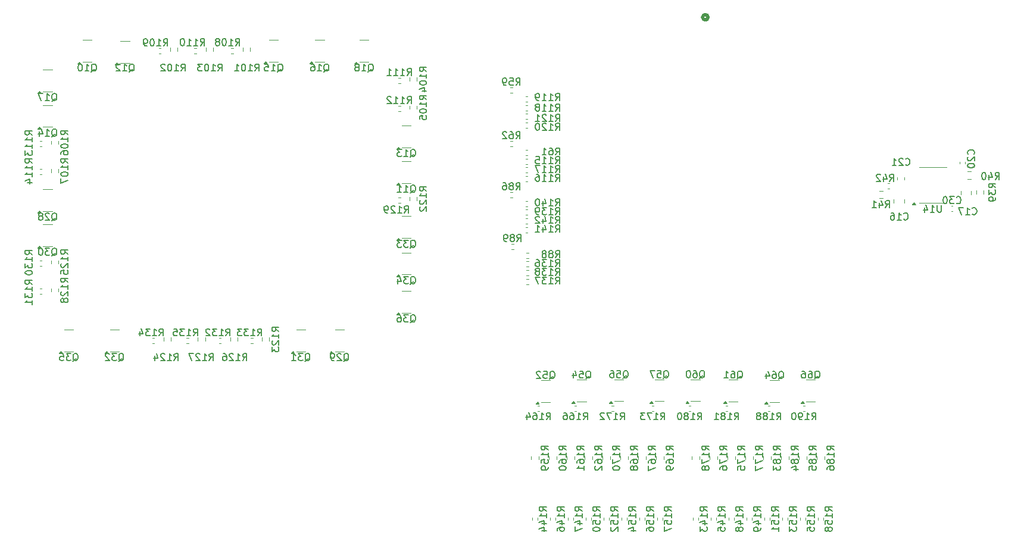
<source format=gbr>
%TF.GenerationSoftware,KiCad,Pcbnew,8.0.5*%
%TF.CreationDate,2024-11-20T12:06:12-07:00*%
%TF.ProjectId,CMPE2750,434d5045-3237-4353-902e-6b696361645f,rev?*%
%TF.SameCoordinates,Original*%
%TF.FileFunction,Legend,Bot*%
%TF.FilePolarity,Positive*%
%FSLAX46Y46*%
G04 Gerber Fmt 4.6, Leading zero omitted, Abs format (unit mm)*
G04 Created by KiCad (PCBNEW 8.0.5) date 2024-11-20 12:06:12*
%MOMM*%
%LPD*%
G01*
G04 APERTURE LIST*
%ADD10C,0.150000*%
%ADD11C,0.508000*%
%ADD12C,0.120000*%
G04 APERTURE END LIST*
D10*
X135369048Y-76704819D02*
X135702381Y-76228628D01*
X135940476Y-76704819D02*
X135940476Y-75704819D01*
X135940476Y-75704819D02*
X135559524Y-75704819D01*
X135559524Y-75704819D02*
X135464286Y-75752438D01*
X135464286Y-75752438D02*
X135416667Y-75800057D01*
X135416667Y-75800057D02*
X135369048Y-75895295D01*
X135369048Y-75895295D02*
X135369048Y-76038152D01*
X135369048Y-76038152D02*
X135416667Y-76133390D01*
X135416667Y-76133390D02*
X135464286Y-76181009D01*
X135464286Y-76181009D02*
X135559524Y-76228628D01*
X135559524Y-76228628D02*
X135940476Y-76228628D01*
X134511905Y-75704819D02*
X134702381Y-75704819D01*
X134702381Y-75704819D02*
X134797619Y-75752438D01*
X134797619Y-75752438D02*
X134845238Y-75800057D01*
X134845238Y-75800057D02*
X134940476Y-75942914D01*
X134940476Y-75942914D02*
X134988095Y-76133390D01*
X134988095Y-76133390D02*
X134988095Y-76514342D01*
X134988095Y-76514342D02*
X134940476Y-76609580D01*
X134940476Y-76609580D02*
X134892857Y-76657200D01*
X134892857Y-76657200D02*
X134797619Y-76704819D01*
X134797619Y-76704819D02*
X134607143Y-76704819D01*
X134607143Y-76704819D02*
X134511905Y-76657200D01*
X134511905Y-76657200D02*
X134464286Y-76609580D01*
X134464286Y-76609580D02*
X134416667Y-76514342D01*
X134416667Y-76514342D02*
X134416667Y-76276247D01*
X134416667Y-76276247D02*
X134464286Y-76181009D01*
X134464286Y-76181009D02*
X134511905Y-76133390D01*
X134511905Y-76133390D02*
X134607143Y-76085771D01*
X134607143Y-76085771D02*
X134797619Y-76085771D01*
X134797619Y-76085771D02*
X134892857Y-76133390D01*
X134892857Y-76133390D02*
X134940476Y-76181009D01*
X134940476Y-76181009D02*
X134988095Y-76276247D01*
X133464286Y-76704819D02*
X134035714Y-76704819D01*
X133750000Y-76704819D02*
X133750000Y-75704819D01*
X133750000Y-75704819D02*
X133845238Y-75847676D01*
X133845238Y-75847676D02*
X133940476Y-75942914D01*
X133940476Y-75942914D02*
X134035714Y-75990533D01*
X135369047Y-86454819D02*
X135702380Y-85978628D01*
X135940475Y-86454819D02*
X135940475Y-85454819D01*
X135940475Y-85454819D02*
X135559523Y-85454819D01*
X135559523Y-85454819D02*
X135464285Y-85502438D01*
X135464285Y-85502438D02*
X135416666Y-85550057D01*
X135416666Y-85550057D02*
X135369047Y-85645295D01*
X135369047Y-85645295D02*
X135369047Y-85788152D01*
X135369047Y-85788152D02*
X135416666Y-85883390D01*
X135416666Y-85883390D02*
X135464285Y-85931009D01*
X135464285Y-85931009D02*
X135559523Y-85978628D01*
X135559523Y-85978628D02*
X135940475Y-85978628D01*
X134416666Y-86454819D02*
X134988094Y-86454819D01*
X134702380Y-86454819D02*
X134702380Y-85454819D01*
X134702380Y-85454819D02*
X134797618Y-85597676D01*
X134797618Y-85597676D02*
X134892856Y-85692914D01*
X134892856Y-85692914D02*
X134988094Y-85740533D01*
X133559523Y-85788152D02*
X133559523Y-86454819D01*
X133797618Y-85407200D02*
X134035713Y-86121485D01*
X134035713Y-86121485D02*
X133416666Y-86121485D01*
X133083332Y-85550057D02*
X133035713Y-85502438D01*
X133035713Y-85502438D02*
X132940475Y-85454819D01*
X132940475Y-85454819D02*
X132702380Y-85454819D01*
X132702380Y-85454819D02*
X132607142Y-85502438D01*
X132607142Y-85502438D02*
X132559523Y-85550057D01*
X132559523Y-85550057D02*
X132511904Y-85645295D01*
X132511904Y-85645295D02*
X132511904Y-85740533D01*
X132511904Y-85740533D02*
X132559523Y-85883390D01*
X132559523Y-85883390D02*
X133130951Y-86454819D01*
X133130951Y-86454819D02*
X132511904Y-86454819D01*
X95838928Y-64870057D02*
X95934166Y-64822438D01*
X95934166Y-64822438D02*
X96029404Y-64727200D01*
X96029404Y-64727200D02*
X96172261Y-64584342D01*
X96172261Y-64584342D02*
X96267499Y-64536723D01*
X96267499Y-64536723D02*
X96362737Y-64536723D01*
X96315118Y-64774819D02*
X96410356Y-64727200D01*
X96410356Y-64727200D02*
X96505594Y-64631961D01*
X96505594Y-64631961D02*
X96553213Y-64441485D01*
X96553213Y-64441485D02*
X96553213Y-64108152D01*
X96553213Y-64108152D02*
X96505594Y-63917676D01*
X96505594Y-63917676D02*
X96410356Y-63822438D01*
X96410356Y-63822438D02*
X96315118Y-63774819D01*
X96315118Y-63774819D02*
X96124642Y-63774819D01*
X96124642Y-63774819D02*
X96029404Y-63822438D01*
X96029404Y-63822438D02*
X95934166Y-63917676D01*
X95934166Y-63917676D02*
X95886547Y-64108152D01*
X95886547Y-64108152D02*
X95886547Y-64441485D01*
X95886547Y-64441485D02*
X95934166Y-64631961D01*
X95934166Y-64631961D02*
X96029404Y-64727200D01*
X96029404Y-64727200D02*
X96124642Y-64774819D01*
X96124642Y-64774819D02*
X96315118Y-64774819D01*
X94934166Y-64774819D02*
X95505594Y-64774819D01*
X95219880Y-64774819D02*
X95219880Y-63774819D01*
X95219880Y-63774819D02*
X95315118Y-63917676D01*
X95315118Y-63917676D02*
X95410356Y-64012914D01*
X95410356Y-64012914D02*
X95505594Y-64060533D01*
X94029404Y-63774819D02*
X94505594Y-63774819D01*
X94505594Y-63774819D02*
X94553213Y-64251009D01*
X94553213Y-64251009D02*
X94505594Y-64203390D01*
X94505594Y-64203390D02*
X94410356Y-64155771D01*
X94410356Y-64155771D02*
X94172261Y-64155771D01*
X94172261Y-64155771D02*
X94077023Y-64203390D01*
X94077023Y-64203390D02*
X94029404Y-64251009D01*
X94029404Y-64251009D02*
X93981785Y-64346247D01*
X93981785Y-64346247D02*
X93981785Y-64584342D01*
X93981785Y-64584342D02*
X94029404Y-64679580D01*
X94029404Y-64679580D02*
X94077023Y-64727200D01*
X94077023Y-64727200D02*
X94172261Y-64774819D01*
X94172261Y-64774819D02*
X94410356Y-64774819D01*
X94410356Y-64774819D02*
X94505594Y-64727200D01*
X94505594Y-64727200D02*
X94553213Y-64679580D01*
X105213928Y-106070057D02*
X105309166Y-106022438D01*
X105309166Y-106022438D02*
X105404404Y-105927200D01*
X105404404Y-105927200D02*
X105547261Y-105784342D01*
X105547261Y-105784342D02*
X105642499Y-105736723D01*
X105642499Y-105736723D02*
X105737737Y-105736723D01*
X105690118Y-105974819D02*
X105785356Y-105927200D01*
X105785356Y-105927200D02*
X105880594Y-105831961D01*
X105880594Y-105831961D02*
X105928213Y-105641485D01*
X105928213Y-105641485D02*
X105928213Y-105308152D01*
X105928213Y-105308152D02*
X105880594Y-105117676D01*
X105880594Y-105117676D02*
X105785356Y-105022438D01*
X105785356Y-105022438D02*
X105690118Y-104974819D01*
X105690118Y-104974819D02*
X105499642Y-104974819D01*
X105499642Y-104974819D02*
X105404404Y-105022438D01*
X105404404Y-105022438D02*
X105309166Y-105117676D01*
X105309166Y-105117676D02*
X105261547Y-105308152D01*
X105261547Y-105308152D02*
X105261547Y-105641485D01*
X105261547Y-105641485D02*
X105309166Y-105831961D01*
X105309166Y-105831961D02*
X105404404Y-105927200D01*
X105404404Y-105927200D02*
X105499642Y-105974819D01*
X105499642Y-105974819D02*
X105690118Y-105974819D01*
X104880594Y-105070057D02*
X104832975Y-105022438D01*
X104832975Y-105022438D02*
X104737737Y-104974819D01*
X104737737Y-104974819D02*
X104499642Y-104974819D01*
X104499642Y-104974819D02*
X104404404Y-105022438D01*
X104404404Y-105022438D02*
X104356785Y-105070057D01*
X104356785Y-105070057D02*
X104309166Y-105165295D01*
X104309166Y-105165295D02*
X104309166Y-105260533D01*
X104309166Y-105260533D02*
X104356785Y-105403390D01*
X104356785Y-105403390D02*
X104928213Y-105974819D01*
X104928213Y-105974819D02*
X104309166Y-105974819D01*
X103832975Y-105974819D02*
X103642499Y-105974819D01*
X103642499Y-105974819D02*
X103547261Y-105927200D01*
X103547261Y-105927200D02*
X103499642Y-105879580D01*
X103499642Y-105879580D02*
X103404404Y-105736723D01*
X103404404Y-105736723D02*
X103356785Y-105546247D01*
X103356785Y-105546247D02*
X103356785Y-105165295D01*
X103356785Y-105165295D02*
X103404404Y-105070057D01*
X103404404Y-105070057D02*
X103452023Y-105022438D01*
X103452023Y-105022438D02*
X103547261Y-104974819D01*
X103547261Y-104974819D02*
X103737737Y-104974819D01*
X103737737Y-104974819D02*
X103832975Y-105022438D01*
X103832975Y-105022438D02*
X103880594Y-105070057D01*
X103880594Y-105070057D02*
X103928213Y-105165295D01*
X103928213Y-105165295D02*
X103928213Y-105403390D01*
X103928213Y-105403390D02*
X103880594Y-105498628D01*
X103880594Y-105498628D02*
X103832975Y-105546247D01*
X103832975Y-105546247D02*
X103737737Y-105593866D01*
X103737737Y-105593866D02*
X103547261Y-105593866D01*
X103547261Y-105593866D02*
X103452023Y-105546247D01*
X103452023Y-105546247D02*
X103404404Y-105498628D01*
X103404404Y-105498628D02*
X103356785Y-105403390D01*
X135369047Y-93829819D02*
X135702380Y-93353628D01*
X135940475Y-93829819D02*
X135940475Y-92829819D01*
X135940475Y-92829819D02*
X135559523Y-92829819D01*
X135559523Y-92829819D02*
X135464285Y-92877438D01*
X135464285Y-92877438D02*
X135416666Y-92925057D01*
X135416666Y-92925057D02*
X135369047Y-93020295D01*
X135369047Y-93020295D02*
X135369047Y-93163152D01*
X135369047Y-93163152D02*
X135416666Y-93258390D01*
X135416666Y-93258390D02*
X135464285Y-93306009D01*
X135464285Y-93306009D02*
X135559523Y-93353628D01*
X135559523Y-93353628D02*
X135940475Y-93353628D01*
X134416666Y-93829819D02*
X134988094Y-93829819D01*
X134702380Y-93829819D02*
X134702380Y-92829819D01*
X134702380Y-92829819D02*
X134797618Y-92972676D01*
X134797618Y-92972676D02*
X134892856Y-93067914D01*
X134892856Y-93067914D02*
X134988094Y-93115533D01*
X134083332Y-92829819D02*
X133464285Y-92829819D01*
X133464285Y-92829819D02*
X133797618Y-93210771D01*
X133797618Y-93210771D02*
X133654761Y-93210771D01*
X133654761Y-93210771D02*
X133559523Y-93258390D01*
X133559523Y-93258390D02*
X133511904Y-93306009D01*
X133511904Y-93306009D02*
X133464285Y-93401247D01*
X133464285Y-93401247D02*
X133464285Y-93639342D01*
X133464285Y-93639342D02*
X133511904Y-93734580D01*
X133511904Y-93734580D02*
X133559523Y-93782200D01*
X133559523Y-93782200D02*
X133654761Y-93829819D01*
X133654761Y-93829819D02*
X133940475Y-93829819D01*
X133940475Y-93829819D02*
X134035713Y-93782200D01*
X134035713Y-93782200D02*
X134083332Y-93734580D01*
X132892856Y-93258390D02*
X132988094Y-93210771D01*
X132988094Y-93210771D02*
X133035713Y-93163152D01*
X133035713Y-93163152D02*
X133083332Y-93067914D01*
X133083332Y-93067914D02*
X133083332Y-93020295D01*
X133083332Y-93020295D02*
X133035713Y-92925057D01*
X133035713Y-92925057D02*
X132988094Y-92877438D01*
X132988094Y-92877438D02*
X132892856Y-92829819D01*
X132892856Y-92829819D02*
X132702380Y-92829819D01*
X132702380Y-92829819D02*
X132607142Y-92877438D01*
X132607142Y-92877438D02*
X132559523Y-92925057D01*
X132559523Y-92925057D02*
X132511904Y-93020295D01*
X132511904Y-93020295D02*
X132511904Y-93067914D01*
X132511904Y-93067914D02*
X132559523Y-93163152D01*
X132559523Y-93163152D02*
X132607142Y-93210771D01*
X132607142Y-93210771D02*
X132702380Y-93258390D01*
X132702380Y-93258390D02*
X132892856Y-93258390D01*
X132892856Y-93258390D02*
X132988094Y-93306009D01*
X132988094Y-93306009D02*
X133035713Y-93353628D01*
X133035713Y-93353628D02*
X133083332Y-93448866D01*
X133083332Y-93448866D02*
X133083332Y-93639342D01*
X133083332Y-93639342D02*
X133035713Y-93734580D01*
X133035713Y-93734580D02*
X132988094Y-93782200D01*
X132988094Y-93782200D02*
X132892856Y-93829819D01*
X132892856Y-93829819D02*
X132702380Y-93829819D01*
X132702380Y-93829819D02*
X132607142Y-93782200D01*
X132607142Y-93782200D02*
X132559523Y-93734580D01*
X132559523Y-93734580D02*
X132511904Y-93639342D01*
X132511904Y-93639342D02*
X132511904Y-93448866D01*
X132511904Y-93448866D02*
X132559523Y-93353628D01*
X132559523Y-93353628D02*
X132607142Y-93306009D01*
X132607142Y-93306009D02*
X132702380Y-93258390D01*
X164544819Y-127390952D02*
X164068628Y-127057619D01*
X164544819Y-126819524D02*
X163544819Y-126819524D01*
X163544819Y-126819524D02*
X163544819Y-127200476D01*
X163544819Y-127200476D02*
X163592438Y-127295714D01*
X163592438Y-127295714D02*
X163640057Y-127343333D01*
X163640057Y-127343333D02*
X163735295Y-127390952D01*
X163735295Y-127390952D02*
X163878152Y-127390952D01*
X163878152Y-127390952D02*
X163973390Y-127343333D01*
X163973390Y-127343333D02*
X164021009Y-127295714D01*
X164021009Y-127295714D02*
X164068628Y-127200476D01*
X164068628Y-127200476D02*
X164068628Y-126819524D01*
X164544819Y-128343333D02*
X164544819Y-127771905D01*
X164544819Y-128057619D02*
X163544819Y-128057619D01*
X163544819Y-128057619D02*
X163687676Y-127962381D01*
X163687676Y-127962381D02*
X163782914Y-127867143D01*
X163782914Y-127867143D02*
X163830533Y-127771905D01*
X163878152Y-129200476D02*
X164544819Y-129200476D01*
X163497200Y-128962381D02*
X164211485Y-128724286D01*
X164211485Y-128724286D02*
X164211485Y-129343333D01*
X164544819Y-129771905D02*
X164544819Y-129962381D01*
X164544819Y-129962381D02*
X164497200Y-130057619D01*
X164497200Y-130057619D02*
X164449580Y-130105238D01*
X164449580Y-130105238D02*
X164306723Y-130200476D01*
X164306723Y-130200476D02*
X164116247Y-130248095D01*
X164116247Y-130248095D02*
X163735295Y-130248095D01*
X163735295Y-130248095D02*
X163640057Y-130200476D01*
X163640057Y-130200476D02*
X163592438Y-130152857D01*
X163592438Y-130152857D02*
X163544819Y-130057619D01*
X163544819Y-130057619D02*
X163544819Y-129867143D01*
X163544819Y-129867143D02*
X163592438Y-129771905D01*
X163592438Y-129771905D02*
X163640057Y-129724286D01*
X163640057Y-129724286D02*
X163735295Y-129676667D01*
X163735295Y-129676667D02*
X163973390Y-129676667D01*
X163973390Y-129676667D02*
X164068628Y-129724286D01*
X164068628Y-129724286D02*
X164116247Y-129771905D01*
X164116247Y-129771905D02*
X164163866Y-129867143D01*
X164163866Y-129867143D02*
X164163866Y-130057619D01*
X164163866Y-130057619D02*
X164116247Y-130152857D01*
X164116247Y-130152857D02*
X164068628Y-130200476D01*
X164068628Y-130200476D02*
X163973390Y-130248095D01*
X135369047Y-77954819D02*
X135702380Y-77478628D01*
X135940475Y-77954819D02*
X135940475Y-76954819D01*
X135940475Y-76954819D02*
X135559523Y-76954819D01*
X135559523Y-76954819D02*
X135464285Y-77002438D01*
X135464285Y-77002438D02*
X135416666Y-77050057D01*
X135416666Y-77050057D02*
X135369047Y-77145295D01*
X135369047Y-77145295D02*
X135369047Y-77288152D01*
X135369047Y-77288152D02*
X135416666Y-77383390D01*
X135416666Y-77383390D02*
X135464285Y-77431009D01*
X135464285Y-77431009D02*
X135559523Y-77478628D01*
X135559523Y-77478628D02*
X135940475Y-77478628D01*
X134416666Y-77954819D02*
X134988094Y-77954819D01*
X134702380Y-77954819D02*
X134702380Y-76954819D01*
X134702380Y-76954819D02*
X134797618Y-77097676D01*
X134797618Y-77097676D02*
X134892856Y-77192914D01*
X134892856Y-77192914D02*
X134988094Y-77240533D01*
X133464285Y-77954819D02*
X134035713Y-77954819D01*
X133749999Y-77954819D02*
X133749999Y-76954819D01*
X133749999Y-76954819D02*
X133845237Y-77097676D01*
X133845237Y-77097676D02*
X133940475Y-77192914D01*
X133940475Y-77192914D02*
X134035713Y-77240533D01*
X132559523Y-76954819D02*
X133035713Y-76954819D01*
X133035713Y-76954819D02*
X133083332Y-77431009D01*
X133083332Y-77431009D02*
X133035713Y-77383390D01*
X133035713Y-77383390D02*
X132940475Y-77335771D01*
X132940475Y-77335771D02*
X132702380Y-77335771D01*
X132702380Y-77335771D02*
X132607142Y-77383390D01*
X132607142Y-77383390D02*
X132559523Y-77431009D01*
X132559523Y-77431009D02*
X132511904Y-77526247D01*
X132511904Y-77526247D02*
X132511904Y-77764342D01*
X132511904Y-77764342D02*
X132559523Y-77859580D01*
X132559523Y-77859580D02*
X132607142Y-77907200D01*
X132607142Y-77907200D02*
X132702380Y-77954819D01*
X132702380Y-77954819D02*
X132940475Y-77954819D01*
X132940475Y-77954819D02*
X133035713Y-77907200D01*
X133035713Y-77907200D02*
X133083332Y-77859580D01*
X167354819Y-118705952D02*
X166878628Y-118372619D01*
X167354819Y-118134524D02*
X166354819Y-118134524D01*
X166354819Y-118134524D02*
X166354819Y-118515476D01*
X166354819Y-118515476D02*
X166402438Y-118610714D01*
X166402438Y-118610714D02*
X166450057Y-118658333D01*
X166450057Y-118658333D02*
X166545295Y-118705952D01*
X166545295Y-118705952D02*
X166688152Y-118705952D01*
X166688152Y-118705952D02*
X166783390Y-118658333D01*
X166783390Y-118658333D02*
X166831009Y-118610714D01*
X166831009Y-118610714D02*
X166878628Y-118515476D01*
X166878628Y-118515476D02*
X166878628Y-118134524D01*
X167354819Y-119658333D02*
X167354819Y-119086905D01*
X167354819Y-119372619D02*
X166354819Y-119372619D01*
X166354819Y-119372619D02*
X166497676Y-119277381D01*
X166497676Y-119277381D02*
X166592914Y-119182143D01*
X166592914Y-119182143D02*
X166640533Y-119086905D01*
X166783390Y-120229762D02*
X166735771Y-120134524D01*
X166735771Y-120134524D02*
X166688152Y-120086905D01*
X166688152Y-120086905D02*
X166592914Y-120039286D01*
X166592914Y-120039286D02*
X166545295Y-120039286D01*
X166545295Y-120039286D02*
X166450057Y-120086905D01*
X166450057Y-120086905D02*
X166402438Y-120134524D01*
X166402438Y-120134524D02*
X166354819Y-120229762D01*
X166354819Y-120229762D02*
X166354819Y-120420238D01*
X166354819Y-120420238D02*
X166402438Y-120515476D01*
X166402438Y-120515476D02*
X166450057Y-120563095D01*
X166450057Y-120563095D02*
X166545295Y-120610714D01*
X166545295Y-120610714D02*
X166592914Y-120610714D01*
X166592914Y-120610714D02*
X166688152Y-120563095D01*
X166688152Y-120563095D02*
X166735771Y-120515476D01*
X166735771Y-120515476D02*
X166783390Y-120420238D01*
X166783390Y-120420238D02*
X166783390Y-120229762D01*
X166783390Y-120229762D02*
X166831009Y-120134524D01*
X166831009Y-120134524D02*
X166878628Y-120086905D01*
X166878628Y-120086905D02*
X166973866Y-120039286D01*
X166973866Y-120039286D02*
X167164342Y-120039286D01*
X167164342Y-120039286D02*
X167259580Y-120086905D01*
X167259580Y-120086905D02*
X167307200Y-120134524D01*
X167307200Y-120134524D02*
X167354819Y-120229762D01*
X167354819Y-120229762D02*
X167354819Y-120420238D01*
X167354819Y-120420238D02*
X167307200Y-120515476D01*
X167307200Y-120515476D02*
X167259580Y-120563095D01*
X167259580Y-120563095D02*
X167164342Y-120610714D01*
X167164342Y-120610714D02*
X166973866Y-120610714D01*
X166973866Y-120610714D02*
X166878628Y-120563095D01*
X166878628Y-120563095D02*
X166831009Y-120515476D01*
X166831009Y-120515476D02*
X166783390Y-120420238D01*
X166354819Y-120944048D02*
X166354819Y-121563095D01*
X166354819Y-121563095D02*
X166735771Y-121229762D01*
X166735771Y-121229762D02*
X166735771Y-121372619D01*
X166735771Y-121372619D02*
X166783390Y-121467857D01*
X166783390Y-121467857D02*
X166831009Y-121515476D01*
X166831009Y-121515476D02*
X166926247Y-121563095D01*
X166926247Y-121563095D02*
X167164342Y-121563095D01*
X167164342Y-121563095D02*
X167259580Y-121515476D01*
X167259580Y-121515476D02*
X167307200Y-121467857D01*
X167307200Y-121467857D02*
X167354819Y-121372619D01*
X167354819Y-121372619D02*
X167354819Y-121086905D01*
X167354819Y-121086905D02*
X167307200Y-120991667D01*
X167307200Y-120991667D02*
X167259580Y-120944048D01*
X113869047Y-84954819D02*
X114202380Y-84478628D01*
X114440475Y-84954819D02*
X114440475Y-83954819D01*
X114440475Y-83954819D02*
X114059523Y-83954819D01*
X114059523Y-83954819D02*
X113964285Y-84002438D01*
X113964285Y-84002438D02*
X113916666Y-84050057D01*
X113916666Y-84050057D02*
X113869047Y-84145295D01*
X113869047Y-84145295D02*
X113869047Y-84288152D01*
X113869047Y-84288152D02*
X113916666Y-84383390D01*
X113916666Y-84383390D02*
X113964285Y-84431009D01*
X113964285Y-84431009D02*
X114059523Y-84478628D01*
X114059523Y-84478628D02*
X114440475Y-84478628D01*
X112916666Y-84954819D02*
X113488094Y-84954819D01*
X113202380Y-84954819D02*
X113202380Y-83954819D01*
X113202380Y-83954819D02*
X113297618Y-84097676D01*
X113297618Y-84097676D02*
X113392856Y-84192914D01*
X113392856Y-84192914D02*
X113488094Y-84240533D01*
X112535713Y-84050057D02*
X112488094Y-84002438D01*
X112488094Y-84002438D02*
X112392856Y-83954819D01*
X112392856Y-83954819D02*
X112154761Y-83954819D01*
X112154761Y-83954819D02*
X112059523Y-84002438D01*
X112059523Y-84002438D02*
X112011904Y-84050057D01*
X112011904Y-84050057D02*
X111964285Y-84145295D01*
X111964285Y-84145295D02*
X111964285Y-84240533D01*
X111964285Y-84240533D02*
X112011904Y-84383390D01*
X112011904Y-84383390D02*
X112583332Y-84954819D01*
X112583332Y-84954819D02*
X111964285Y-84954819D01*
X111488094Y-84954819D02*
X111297618Y-84954819D01*
X111297618Y-84954819D02*
X111202380Y-84907200D01*
X111202380Y-84907200D02*
X111154761Y-84859580D01*
X111154761Y-84859580D02*
X111059523Y-84716723D01*
X111059523Y-84716723D02*
X111011904Y-84526247D01*
X111011904Y-84526247D02*
X111011904Y-84145295D01*
X111011904Y-84145295D02*
X111059523Y-84050057D01*
X111059523Y-84050057D02*
X111107142Y-84002438D01*
X111107142Y-84002438D02*
X111202380Y-83954819D01*
X111202380Y-83954819D02*
X111392856Y-83954819D01*
X111392856Y-83954819D02*
X111488094Y-84002438D01*
X111488094Y-84002438D02*
X111535713Y-84050057D01*
X111535713Y-84050057D02*
X111583332Y-84145295D01*
X111583332Y-84145295D02*
X111583332Y-84383390D01*
X111583332Y-84383390D02*
X111535713Y-84478628D01*
X111535713Y-84478628D02*
X111488094Y-84526247D01*
X111488094Y-84526247D02*
X111392856Y-84573866D01*
X111392856Y-84573866D02*
X111202380Y-84573866D01*
X111202380Y-84573866D02*
X111107142Y-84526247D01*
X111107142Y-84526247D02*
X111059523Y-84478628D01*
X111059523Y-84478628D02*
X111011904Y-84383390D01*
X88494047Y-102454819D02*
X88827380Y-101978628D01*
X89065475Y-102454819D02*
X89065475Y-101454819D01*
X89065475Y-101454819D02*
X88684523Y-101454819D01*
X88684523Y-101454819D02*
X88589285Y-101502438D01*
X88589285Y-101502438D02*
X88541666Y-101550057D01*
X88541666Y-101550057D02*
X88494047Y-101645295D01*
X88494047Y-101645295D02*
X88494047Y-101788152D01*
X88494047Y-101788152D02*
X88541666Y-101883390D01*
X88541666Y-101883390D02*
X88589285Y-101931009D01*
X88589285Y-101931009D02*
X88684523Y-101978628D01*
X88684523Y-101978628D02*
X89065475Y-101978628D01*
X87541666Y-102454819D02*
X88113094Y-102454819D01*
X87827380Y-102454819D02*
X87827380Y-101454819D01*
X87827380Y-101454819D02*
X87922618Y-101597676D01*
X87922618Y-101597676D02*
X88017856Y-101692914D01*
X88017856Y-101692914D02*
X88113094Y-101740533D01*
X87208332Y-101454819D02*
X86589285Y-101454819D01*
X86589285Y-101454819D02*
X86922618Y-101835771D01*
X86922618Y-101835771D02*
X86779761Y-101835771D01*
X86779761Y-101835771D02*
X86684523Y-101883390D01*
X86684523Y-101883390D02*
X86636904Y-101931009D01*
X86636904Y-101931009D02*
X86589285Y-102026247D01*
X86589285Y-102026247D02*
X86589285Y-102264342D01*
X86589285Y-102264342D02*
X86636904Y-102359580D01*
X86636904Y-102359580D02*
X86684523Y-102407200D01*
X86684523Y-102407200D02*
X86779761Y-102454819D01*
X86779761Y-102454819D02*
X87065475Y-102454819D01*
X87065475Y-102454819D02*
X87160713Y-102407200D01*
X87160713Y-102407200D02*
X87208332Y-102359580D01*
X86208332Y-101550057D02*
X86160713Y-101502438D01*
X86160713Y-101502438D02*
X86065475Y-101454819D01*
X86065475Y-101454819D02*
X85827380Y-101454819D01*
X85827380Y-101454819D02*
X85732142Y-101502438D01*
X85732142Y-101502438D02*
X85684523Y-101550057D01*
X85684523Y-101550057D02*
X85636904Y-101645295D01*
X85636904Y-101645295D02*
X85636904Y-101740533D01*
X85636904Y-101740533D02*
X85684523Y-101883390D01*
X85684523Y-101883390D02*
X86255951Y-102454819D01*
X86255951Y-102454819D02*
X85636904Y-102454819D01*
X135369047Y-73204819D02*
X135702380Y-72728628D01*
X135940475Y-73204819D02*
X135940475Y-72204819D01*
X135940475Y-72204819D02*
X135559523Y-72204819D01*
X135559523Y-72204819D02*
X135464285Y-72252438D01*
X135464285Y-72252438D02*
X135416666Y-72300057D01*
X135416666Y-72300057D02*
X135369047Y-72395295D01*
X135369047Y-72395295D02*
X135369047Y-72538152D01*
X135369047Y-72538152D02*
X135416666Y-72633390D01*
X135416666Y-72633390D02*
X135464285Y-72681009D01*
X135464285Y-72681009D02*
X135559523Y-72728628D01*
X135559523Y-72728628D02*
X135940475Y-72728628D01*
X134416666Y-73204819D02*
X134988094Y-73204819D01*
X134702380Y-73204819D02*
X134702380Y-72204819D01*
X134702380Y-72204819D02*
X134797618Y-72347676D01*
X134797618Y-72347676D02*
X134892856Y-72442914D01*
X134892856Y-72442914D02*
X134988094Y-72490533D01*
X134035713Y-72300057D02*
X133988094Y-72252438D01*
X133988094Y-72252438D02*
X133892856Y-72204819D01*
X133892856Y-72204819D02*
X133654761Y-72204819D01*
X133654761Y-72204819D02*
X133559523Y-72252438D01*
X133559523Y-72252438D02*
X133511904Y-72300057D01*
X133511904Y-72300057D02*
X133464285Y-72395295D01*
X133464285Y-72395295D02*
X133464285Y-72490533D01*
X133464285Y-72490533D02*
X133511904Y-72633390D01*
X133511904Y-72633390D02*
X134083332Y-73204819D01*
X134083332Y-73204819D02*
X133464285Y-73204819D01*
X132845237Y-72204819D02*
X132749999Y-72204819D01*
X132749999Y-72204819D02*
X132654761Y-72252438D01*
X132654761Y-72252438D02*
X132607142Y-72300057D01*
X132607142Y-72300057D02*
X132559523Y-72395295D01*
X132559523Y-72395295D02*
X132511904Y-72585771D01*
X132511904Y-72585771D02*
X132511904Y-72823866D01*
X132511904Y-72823866D02*
X132559523Y-73014342D01*
X132559523Y-73014342D02*
X132607142Y-73109580D01*
X132607142Y-73109580D02*
X132654761Y-73157200D01*
X132654761Y-73157200D02*
X132749999Y-73204819D01*
X132749999Y-73204819D02*
X132845237Y-73204819D01*
X132845237Y-73204819D02*
X132940475Y-73157200D01*
X132940475Y-73157200D02*
X132988094Y-73109580D01*
X132988094Y-73109580D02*
X133035713Y-73014342D01*
X133035713Y-73014342D02*
X133083332Y-72823866D01*
X133083332Y-72823866D02*
X133083332Y-72585771D01*
X133083332Y-72585771D02*
X133035713Y-72395295D01*
X133035713Y-72395295D02*
X132988094Y-72300057D01*
X132988094Y-72300057D02*
X132940475Y-72252438D01*
X132940475Y-72252438D02*
X132845237Y-72204819D01*
X134059047Y-114384819D02*
X134392380Y-113908628D01*
X134630475Y-114384819D02*
X134630475Y-113384819D01*
X134630475Y-113384819D02*
X134249523Y-113384819D01*
X134249523Y-113384819D02*
X134154285Y-113432438D01*
X134154285Y-113432438D02*
X134106666Y-113480057D01*
X134106666Y-113480057D02*
X134059047Y-113575295D01*
X134059047Y-113575295D02*
X134059047Y-113718152D01*
X134059047Y-113718152D02*
X134106666Y-113813390D01*
X134106666Y-113813390D02*
X134154285Y-113861009D01*
X134154285Y-113861009D02*
X134249523Y-113908628D01*
X134249523Y-113908628D02*
X134630475Y-113908628D01*
X133106666Y-114384819D02*
X133678094Y-114384819D01*
X133392380Y-114384819D02*
X133392380Y-113384819D01*
X133392380Y-113384819D02*
X133487618Y-113527676D01*
X133487618Y-113527676D02*
X133582856Y-113622914D01*
X133582856Y-113622914D02*
X133678094Y-113670533D01*
X132249523Y-113384819D02*
X132439999Y-113384819D01*
X132439999Y-113384819D02*
X132535237Y-113432438D01*
X132535237Y-113432438D02*
X132582856Y-113480057D01*
X132582856Y-113480057D02*
X132678094Y-113622914D01*
X132678094Y-113622914D02*
X132725713Y-113813390D01*
X132725713Y-113813390D02*
X132725713Y-114194342D01*
X132725713Y-114194342D02*
X132678094Y-114289580D01*
X132678094Y-114289580D02*
X132630475Y-114337200D01*
X132630475Y-114337200D02*
X132535237Y-114384819D01*
X132535237Y-114384819D02*
X132344761Y-114384819D01*
X132344761Y-114384819D02*
X132249523Y-114337200D01*
X132249523Y-114337200D02*
X132201904Y-114289580D01*
X132201904Y-114289580D02*
X132154285Y-114194342D01*
X132154285Y-114194342D02*
X132154285Y-113956247D01*
X132154285Y-113956247D02*
X132201904Y-113861009D01*
X132201904Y-113861009D02*
X132249523Y-113813390D01*
X132249523Y-113813390D02*
X132344761Y-113765771D01*
X132344761Y-113765771D02*
X132535237Y-113765771D01*
X132535237Y-113765771D02*
X132630475Y-113813390D01*
X132630475Y-113813390D02*
X132678094Y-113861009D01*
X132678094Y-113861009D02*
X132725713Y-113956247D01*
X131297142Y-113718152D02*
X131297142Y-114384819D01*
X131535237Y-113337200D02*
X131773332Y-114051485D01*
X131773332Y-114051485D02*
X131154285Y-114051485D01*
X135369047Y-71954819D02*
X135702380Y-71478628D01*
X135940475Y-71954819D02*
X135940475Y-70954819D01*
X135940475Y-70954819D02*
X135559523Y-70954819D01*
X135559523Y-70954819D02*
X135464285Y-71002438D01*
X135464285Y-71002438D02*
X135416666Y-71050057D01*
X135416666Y-71050057D02*
X135369047Y-71145295D01*
X135369047Y-71145295D02*
X135369047Y-71288152D01*
X135369047Y-71288152D02*
X135416666Y-71383390D01*
X135416666Y-71383390D02*
X135464285Y-71431009D01*
X135464285Y-71431009D02*
X135559523Y-71478628D01*
X135559523Y-71478628D02*
X135940475Y-71478628D01*
X134416666Y-71954819D02*
X134988094Y-71954819D01*
X134702380Y-71954819D02*
X134702380Y-70954819D01*
X134702380Y-70954819D02*
X134797618Y-71097676D01*
X134797618Y-71097676D02*
X134892856Y-71192914D01*
X134892856Y-71192914D02*
X134988094Y-71240533D01*
X134035713Y-71050057D02*
X133988094Y-71002438D01*
X133988094Y-71002438D02*
X133892856Y-70954819D01*
X133892856Y-70954819D02*
X133654761Y-70954819D01*
X133654761Y-70954819D02*
X133559523Y-71002438D01*
X133559523Y-71002438D02*
X133511904Y-71050057D01*
X133511904Y-71050057D02*
X133464285Y-71145295D01*
X133464285Y-71145295D02*
X133464285Y-71240533D01*
X133464285Y-71240533D02*
X133511904Y-71383390D01*
X133511904Y-71383390D02*
X134083332Y-71954819D01*
X134083332Y-71954819D02*
X133464285Y-71954819D01*
X132511904Y-71954819D02*
X133083332Y-71954819D01*
X132797618Y-71954819D02*
X132797618Y-70954819D01*
X132797618Y-70954819D02*
X132892856Y-71097676D01*
X132892856Y-71097676D02*
X132988094Y-71192914D01*
X132988094Y-71192914D02*
X133083332Y-71240533D01*
X89869047Y-61154819D02*
X90202380Y-60678628D01*
X90440475Y-61154819D02*
X90440475Y-60154819D01*
X90440475Y-60154819D02*
X90059523Y-60154819D01*
X90059523Y-60154819D02*
X89964285Y-60202438D01*
X89964285Y-60202438D02*
X89916666Y-60250057D01*
X89916666Y-60250057D02*
X89869047Y-60345295D01*
X89869047Y-60345295D02*
X89869047Y-60488152D01*
X89869047Y-60488152D02*
X89916666Y-60583390D01*
X89916666Y-60583390D02*
X89964285Y-60631009D01*
X89964285Y-60631009D02*
X90059523Y-60678628D01*
X90059523Y-60678628D02*
X90440475Y-60678628D01*
X88916666Y-61154819D02*
X89488094Y-61154819D01*
X89202380Y-61154819D02*
X89202380Y-60154819D01*
X89202380Y-60154819D02*
X89297618Y-60297676D01*
X89297618Y-60297676D02*
X89392856Y-60392914D01*
X89392856Y-60392914D02*
X89488094Y-60440533D01*
X88297618Y-60154819D02*
X88202380Y-60154819D01*
X88202380Y-60154819D02*
X88107142Y-60202438D01*
X88107142Y-60202438D02*
X88059523Y-60250057D01*
X88059523Y-60250057D02*
X88011904Y-60345295D01*
X88011904Y-60345295D02*
X87964285Y-60535771D01*
X87964285Y-60535771D02*
X87964285Y-60773866D01*
X87964285Y-60773866D02*
X88011904Y-60964342D01*
X88011904Y-60964342D02*
X88059523Y-61059580D01*
X88059523Y-61059580D02*
X88107142Y-61107200D01*
X88107142Y-61107200D02*
X88202380Y-61154819D01*
X88202380Y-61154819D02*
X88297618Y-61154819D01*
X88297618Y-61154819D02*
X88392856Y-61107200D01*
X88392856Y-61107200D02*
X88440475Y-61059580D01*
X88440475Y-61059580D02*
X88488094Y-60964342D01*
X88488094Y-60964342D02*
X88535713Y-60773866D01*
X88535713Y-60773866D02*
X88535713Y-60535771D01*
X88535713Y-60535771D02*
X88488094Y-60345295D01*
X88488094Y-60345295D02*
X88440475Y-60250057D01*
X88440475Y-60250057D02*
X88392856Y-60202438D01*
X88392856Y-60202438D02*
X88297618Y-60154819D01*
X87392856Y-60583390D02*
X87488094Y-60535771D01*
X87488094Y-60535771D02*
X87535713Y-60488152D01*
X87535713Y-60488152D02*
X87583332Y-60392914D01*
X87583332Y-60392914D02*
X87583332Y-60345295D01*
X87583332Y-60345295D02*
X87535713Y-60250057D01*
X87535713Y-60250057D02*
X87488094Y-60202438D01*
X87488094Y-60202438D02*
X87392856Y-60154819D01*
X87392856Y-60154819D02*
X87202380Y-60154819D01*
X87202380Y-60154819D02*
X87107142Y-60202438D01*
X87107142Y-60202438D02*
X87059523Y-60250057D01*
X87059523Y-60250057D02*
X87011904Y-60345295D01*
X87011904Y-60345295D02*
X87011904Y-60392914D01*
X87011904Y-60392914D02*
X87059523Y-60488152D01*
X87059523Y-60488152D02*
X87107142Y-60535771D01*
X87107142Y-60535771D02*
X87202380Y-60583390D01*
X87202380Y-60583390D02*
X87392856Y-60583390D01*
X87392856Y-60583390D02*
X87488094Y-60631009D01*
X87488094Y-60631009D02*
X87535713Y-60678628D01*
X87535713Y-60678628D02*
X87583332Y-60773866D01*
X87583332Y-60773866D02*
X87583332Y-60964342D01*
X87583332Y-60964342D02*
X87535713Y-61059580D01*
X87535713Y-61059580D02*
X87488094Y-61107200D01*
X87488094Y-61107200D02*
X87392856Y-61154819D01*
X87392856Y-61154819D02*
X87202380Y-61154819D01*
X87202380Y-61154819D02*
X87107142Y-61107200D01*
X87107142Y-61107200D02*
X87059523Y-61059580D01*
X87059523Y-61059580D02*
X87011904Y-60964342D01*
X87011904Y-60964342D02*
X87011904Y-60773866D01*
X87011904Y-60773866D02*
X87059523Y-60678628D01*
X87059523Y-60678628D02*
X87107142Y-60631009D01*
X87107142Y-60631009D02*
X87202380Y-60583390D01*
X66027319Y-77825952D02*
X65551128Y-77492619D01*
X66027319Y-77254524D02*
X65027319Y-77254524D01*
X65027319Y-77254524D02*
X65027319Y-77635476D01*
X65027319Y-77635476D02*
X65074938Y-77730714D01*
X65074938Y-77730714D02*
X65122557Y-77778333D01*
X65122557Y-77778333D02*
X65217795Y-77825952D01*
X65217795Y-77825952D02*
X65360652Y-77825952D01*
X65360652Y-77825952D02*
X65455890Y-77778333D01*
X65455890Y-77778333D02*
X65503509Y-77730714D01*
X65503509Y-77730714D02*
X65551128Y-77635476D01*
X65551128Y-77635476D02*
X65551128Y-77254524D01*
X66027319Y-78778333D02*
X66027319Y-78206905D01*
X66027319Y-78492619D02*
X65027319Y-78492619D01*
X65027319Y-78492619D02*
X65170176Y-78397381D01*
X65170176Y-78397381D02*
X65265414Y-78302143D01*
X65265414Y-78302143D02*
X65313033Y-78206905D01*
X65027319Y-79397381D02*
X65027319Y-79492619D01*
X65027319Y-79492619D02*
X65074938Y-79587857D01*
X65074938Y-79587857D02*
X65122557Y-79635476D01*
X65122557Y-79635476D02*
X65217795Y-79683095D01*
X65217795Y-79683095D02*
X65408271Y-79730714D01*
X65408271Y-79730714D02*
X65646366Y-79730714D01*
X65646366Y-79730714D02*
X65836842Y-79683095D01*
X65836842Y-79683095D02*
X65932080Y-79635476D01*
X65932080Y-79635476D02*
X65979700Y-79587857D01*
X65979700Y-79587857D02*
X66027319Y-79492619D01*
X66027319Y-79492619D02*
X66027319Y-79397381D01*
X66027319Y-79397381D02*
X65979700Y-79302143D01*
X65979700Y-79302143D02*
X65932080Y-79254524D01*
X65932080Y-79254524D02*
X65836842Y-79206905D01*
X65836842Y-79206905D02*
X65646366Y-79159286D01*
X65646366Y-79159286D02*
X65408271Y-79159286D01*
X65408271Y-79159286D02*
X65217795Y-79206905D01*
X65217795Y-79206905D02*
X65122557Y-79254524D01*
X65122557Y-79254524D02*
X65074938Y-79302143D01*
X65074938Y-79302143D02*
X65027319Y-79397381D01*
X65027319Y-80064048D02*
X65027319Y-80730714D01*
X65027319Y-80730714D02*
X66027319Y-80302143D01*
X144958928Y-108500057D02*
X145054166Y-108452438D01*
X145054166Y-108452438D02*
X145149404Y-108357200D01*
X145149404Y-108357200D02*
X145292261Y-108214342D01*
X145292261Y-108214342D02*
X145387499Y-108166723D01*
X145387499Y-108166723D02*
X145482737Y-108166723D01*
X145435118Y-108404819D02*
X145530356Y-108357200D01*
X145530356Y-108357200D02*
X145625594Y-108261961D01*
X145625594Y-108261961D02*
X145673213Y-108071485D01*
X145673213Y-108071485D02*
X145673213Y-107738152D01*
X145673213Y-107738152D02*
X145625594Y-107547676D01*
X145625594Y-107547676D02*
X145530356Y-107452438D01*
X145530356Y-107452438D02*
X145435118Y-107404819D01*
X145435118Y-107404819D02*
X145244642Y-107404819D01*
X145244642Y-107404819D02*
X145149404Y-107452438D01*
X145149404Y-107452438D02*
X145054166Y-107547676D01*
X145054166Y-107547676D02*
X145006547Y-107738152D01*
X145006547Y-107738152D02*
X145006547Y-108071485D01*
X145006547Y-108071485D02*
X145054166Y-108261961D01*
X145054166Y-108261961D02*
X145149404Y-108357200D01*
X145149404Y-108357200D02*
X145244642Y-108404819D01*
X145244642Y-108404819D02*
X145435118Y-108404819D01*
X144101785Y-107404819D02*
X144577975Y-107404819D01*
X144577975Y-107404819D02*
X144625594Y-107881009D01*
X144625594Y-107881009D02*
X144577975Y-107833390D01*
X144577975Y-107833390D02*
X144482737Y-107785771D01*
X144482737Y-107785771D02*
X144244642Y-107785771D01*
X144244642Y-107785771D02*
X144149404Y-107833390D01*
X144149404Y-107833390D02*
X144101785Y-107881009D01*
X144101785Y-107881009D02*
X144054166Y-107976247D01*
X144054166Y-107976247D02*
X144054166Y-108214342D01*
X144054166Y-108214342D02*
X144101785Y-108309580D01*
X144101785Y-108309580D02*
X144149404Y-108357200D01*
X144149404Y-108357200D02*
X144244642Y-108404819D01*
X144244642Y-108404819D02*
X144482737Y-108404819D01*
X144482737Y-108404819D02*
X144577975Y-108357200D01*
X144577975Y-108357200D02*
X144625594Y-108309580D01*
X143197023Y-107404819D02*
X143387499Y-107404819D01*
X143387499Y-107404819D02*
X143482737Y-107452438D01*
X143482737Y-107452438D02*
X143530356Y-107500057D01*
X143530356Y-107500057D02*
X143625594Y-107642914D01*
X143625594Y-107642914D02*
X143673213Y-107833390D01*
X143673213Y-107833390D02*
X143673213Y-108214342D01*
X143673213Y-108214342D02*
X143625594Y-108309580D01*
X143625594Y-108309580D02*
X143577975Y-108357200D01*
X143577975Y-108357200D02*
X143482737Y-108404819D01*
X143482737Y-108404819D02*
X143292261Y-108404819D01*
X143292261Y-108404819D02*
X143197023Y-108357200D01*
X143197023Y-108357200D02*
X143149404Y-108309580D01*
X143149404Y-108309580D02*
X143101785Y-108214342D01*
X143101785Y-108214342D02*
X143101785Y-107976247D01*
X143101785Y-107976247D02*
X143149404Y-107881009D01*
X143149404Y-107881009D02*
X143197023Y-107833390D01*
X143197023Y-107833390D02*
X143292261Y-107785771D01*
X143292261Y-107785771D02*
X143482737Y-107785771D01*
X143482737Y-107785771D02*
X143577975Y-107833390D01*
X143577975Y-107833390D02*
X143625594Y-107881009D01*
X143625594Y-107881009D02*
X143673213Y-107976247D01*
X144494819Y-118705952D02*
X144018628Y-118372619D01*
X144494819Y-118134524D02*
X143494819Y-118134524D01*
X143494819Y-118134524D02*
X143494819Y-118515476D01*
X143494819Y-118515476D02*
X143542438Y-118610714D01*
X143542438Y-118610714D02*
X143590057Y-118658333D01*
X143590057Y-118658333D02*
X143685295Y-118705952D01*
X143685295Y-118705952D02*
X143828152Y-118705952D01*
X143828152Y-118705952D02*
X143923390Y-118658333D01*
X143923390Y-118658333D02*
X143971009Y-118610714D01*
X143971009Y-118610714D02*
X144018628Y-118515476D01*
X144018628Y-118515476D02*
X144018628Y-118134524D01*
X144494819Y-119658333D02*
X144494819Y-119086905D01*
X144494819Y-119372619D02*
X143494819Y-119372619D01*
X143494819Y-119372619D02*
X143637676Y-119277381D01*
X143637676Y-119277381D02*
X143732914Y-119182143D01*
X143732914Y-119182143D02*
X143780533Y-119086905D01*
X143494819Y-119991667D02*
X143494819Y-120658333D01*
X143494819Y-120658333D02*
X144494819Y-120229762D01*
X143494819Y-121229762D02*
X143494819Y-121325000D01*
X143494819Y-121325000D02*
X143542438Y-121420238D01*
X143542438Y-121420238D02*
X143590057Y-121467857D01*
X143590057Y-121467857D02*
X143685295Y-121515476D01*
X143685295Y-121515476D02*
X143875771Y-121563095D01*
X143875771Y-121563095D02*
X144113866Y-121563095D01*
X144113866Y-121563095D02*
X144304342Y-121515476D01*
X144304342Y-121515476D02*
X144399580Y-121467857D01*
X144399580Y-121467857D02*
X144447200Y-121420238D01*
X144447200Y-121420238D02*
X144494819Y-121325000D01*
X144494819Y-121325000D02*
X144494819Y-121229762D01*
X144494819Y-121229762D02*
X144447200Y-121134524D01*
X144447200Y-121134524D02*
X144399580Y-121086905D01*
X144399580Y-121086905D02*
X144304342Y-121039286D01*
X144304342Y-121039286D02*
X144113866Y-120991667D01*
X144113866Y-120991667D02*
X143875771Y-120991667D01*
X143875771Y-120991667D02*
X143685295Y-121039286D01*
X143685295Y-121039286D02*
X143590057Y-121086905D01*
X143590057Y-121086905D02*
X143542438Y-121134524D01*
X143542438Y-121134524D02*
X143494819Y-121229762D01*
X92619047Y-64774819D02*
X92952380Y-64298628D01*
X93190475Y-64774819D02*
X93190475Y-63774819D01*
X93190475Y-63774819D02*
X92809523Y-63774819D01*
X92809523Y-63774819D02*
X92714285Y-63822438D01*
X92714285Y-63822438D02*
X92666666Y-63870057D01*
X92666666Y-63870057D02*
X92619047Y-63965295D01*
X92619047Y-63965295D02*
X92619047Y-64108152D01*
X92619047Y-64108152D02*
X92666666Y-64203390D01*
X92666666Y-64203390D02*
X92714285Y-64251009D01*
X92714285Y-64251009D02*
X92809523Y-64298628D01*
X92809523Y-64298628D02*
X93190475Y-64298628D01*
X91666666Y-64774819D02*
X92238094Y-64774819D01*
X91952380Y-64774819D02*
X91952380Y-63774819D01*
X91952380Y-63774819D02*
X92047618Y-63917676D01*
X92047618Y-63917676D02*
X92142856Y-64012914D01*
X92142856Y-64012914D02*
X92238094Y-64060533D01*
X91047618Y-63774819D02*
X90952380Y-63774819D01*
X90952380Y-63774819D02*
X90857142Y-63822438D01*
X90857142Y-63822438D02*
X90809523Y-63870057D01*
X90809523Y-63870057D02*
X90761904Y-63965295D01*
X90761904Y-63965295D02*
X90714285Y-64155771D01*
X90714285Y-64155771D02*
X90714285Y-64393866D01*
X90714285Y-64393866D02*
X90761904Y-64584342D01*
X90761904Y-64584342D02*
X90809523Y-64679580D01*
X90809523Y-64679580D02*
X90857142Y-64727200D01*
X90857142Y-64727200D02*
X90952380Y-64774819D01*
X90952380Y-64774819D02*
X91047618Y-64774819D01*
X91047618Y-64774819D02*
X91142856Y-64727200D01*
X91142856Y-64727200D02*
X91190475Y-64679580D01*
X91190475Y-64679580D02*
X91238094Y-64584342D01*
X91238094Y-64584342D02*
X91285713Y-64393866D01*
X91285713Y-64393866D02*
X91285713Y-64155771D01*
X91285713Y-64155771D02*
X91238094Y-63965295D01*
X91238094Y-63965295D02*
X91190475Y-63870057D01*
X91190475Y-63870057D02*
X91142856Y-63822438D01*
X91142856Y-63822438D02*
X91047618Y-63774819D01*
X89761904Y-64774819D02*
X90333332Y-64774819D01*
X90047618Y-64774819D02*
X90047618Y-63774819D01*
X90047618Y-63774819D02*
X90142856Y-63917676D01*
X90142856Y-63917676D02*
X90238094Y-64012914D01*
X90238094Y-64012914D02*
X90333332Y-64060533D01*
X162004819Y-127390952D02*
X161528628Y-127057619D01*
X162004819Y-126819524D02*
X161004819Y-126819524D01*
X161004819Y-126819524D02*
X161004819Y-127200476D01*
X161004819Y-127200476D02*
X161052438Y-127295714D01*
X161052438Y-127295714D02*
X161100057Y-127343333D01*
X161100057Y-127343333D02*
X161195295Y-127390952D01*
X161195295Y-127390952D02*
X161338152Y-127390952D01*
X161338152Y-127390952D02*
X161433390Y-127343333D01*
X161433390Y-127343333D02*
X161481009Y-127295714D01*
X161481009Y-127295714D02*
X161528628Y-127200476D01*
X161528628Y-127200476D02*
X161528628Y-126819524D01*
X162004819Y-128343333D02*
X162004819Y-127771905D01*
X162004819Y-128057619D02*
X161004819Y-128057619D01*
X161004819Y-128057619D02*
X161147676Y-127962381D01*
X161147676Y-127962381D02*
X161242914Y-127867143D01*
X161242914Y-127867143D02*
X161290533Y-127771905D01*
X161338152Y-129200476D02*
X162004819Y-129200476D01*
X160957200Y-128962381D02*
X161671485Y-128724286D01*
X161671485Y-128724286D02*
X161671485Y-129343333D01*
X161433390Y-129867143D02*
X161385771Y-129771905D01*
X161385771Y-129771905D02*
X161338152Y-129724286D01*
X161338152Y-129724286D02*
X161242914Y-129676667D01*
X161242914Y-129676667D02*
X161195295Y-129676667D01*
X161195295Y-129676667D02*
X161100057Y-129724286D01*
X161100057Y-129724286D02*
X161052438Y-129771905D01*
X161052438Y-129771905D02*
X161004819Y-129867143D01*
X161004819Y-129867143D02*
X161004819Y-130057619D01*
X161004819Y-130057619D02*
X161052438Y-130152857D01*
X161052438Y-130152857D02*
X161100057Y-130200476D01*
X161100057Y-130200476D02*
X161195295Y-130248095D01*
X161195295Y-130248095D02*
X161242914Y-130248095D01*
X161242914Y-130248095D02*
X161338152Y-130200476D01*
X161338152Y-130200476D02*
X161385771Y-130152857D01*
X161385771Y-130152857D02*
X161433390Y-130057619D01*
X161433390Y-130057619D02*
X161433390Y-129867143D01*
X161433390Y-129867143D02*
X161481009Y-129771905D01*
X161481009Y-129771905D02*
X161528628Y-129724286D01*
X161528628Y-129724286D02*
X161623866Y-129676667D01*
X161623866Y-129676667D02*
X161814342Y-129676667D01*
X161814342Y-129676667D02*
X161909580Y-129724286D01*
X161909580Y-129724286D02*
X161957200Y-129771905D01*
X161957200Y-129771905D02*
X162004819Y-129867143D01*
X162004819Y-129867143D02*
X162004819Y-130057619D01*
X162004819Y-130057619D02*
X161957200Y-130152857D01*
X161957200Y-130152857D02*
X161909580Y-130200476D01*
X161909580Y-130200476D02*
X161814342Y-130248095D01*
X161814342Y-130248095D02*
X161623866Y-130248095D01*
X161623866Y-130248095D02*
X161528628Y-130200476D01*
X161528628Y-130200476D02*
X161481009Y-130152857D01*
X161481009Y-130152857D02*
X161433390Y-130057619D01*
X169894819Y-118705952D02*
X169418628Y-118372619D01*
X169894819Y-118134524D02*
X168894819Y-118134524D01*
X168894819Y-118134524D02*
X168894819Y-118515476D01*
X168894819Y-118515476D02*
X168942438Y-118610714D01*
X168942438Y-118610714D02*
X168990057Y-118658333D01*
X168990057Y-118658333D02*
X169085295Y-118705952D01*
X169085295Y-118705952D02*
X169228152Y-118705952D01*
X169228152Y-118705952D02*
X169323390Y-118658333D01*
X169323390Y-118658333D02*
X169371009Y-118610714D01*
X169371009Y-118610714D02*
X169418628Y-118515476D01*
X169418628Y-118515476D02*
X169418628Y-118134524D01*
X169894819Y-119658333D02*
X169894819Y-119086905D01*
X169894819Y-119372619D02*
X168894819Y-119372619D01*
X168894819Y-119372619D02*
X169037676Y-119277381D01*
X169037676Y-119277381D02*
X169132914Y-119182143D01*
X169132914Y-119182143D02*
X169180533Y-119086905D01*
X169323390Y-120229762D02*
X169275771Y-120134524D01*
X169275771Y-120134524D02*
X169228152Y-120086905D01*
X169228152Y-120086905D02*
X169132914Y-120039286D01*
X169132914Y-120039286D02*
X169085295Y-120039286D01*
X169085295Y-120039286D02*
X168990057Y-120086905D01*
X168990057Y-120086905D02*
X168942438Y-120134524D01*
X168942438Y-120134524D02*
X168894819Y-120229762D01*
X168894819Y-120229762D02*
X168894819Y-120420238D01*
X168894819Y-120420238D02*
X168942438Y-120515476D01*
X168942438Y-120515476D02*
X168990057Y-120563095D01*
X168990057Y-120563095D02*
X169085295Y-120610714D01*
X169085295Y-120610714D02*
X169132914Y-120610714D01*
X169132914Y-120610714D02*
X169228152Y-120563095D01*
X169228152Y-120563095D02*
X169275771Y-120515476D01*
X169275771Y-120515476D02*
X169323390Y-120420238D01*
X169323390Y-120420238D02*
X169323390Y-120229762D01*
X169323390Y-120229762D02*
X169371009Y-120134524D01*
X169371009Y-120134524D02*
X169418628Y-120086905D01*
X169418628Y-120086905D02*
X169513866Y-120039286D01*
X169513866Y-120039286D02*
X169704342Y-120039286D01*
X169704342Y-120039286D02*
X169799580Y-120086905D01*
X169799580Y-120086905D02*
X169847200Y-120134524D01*
X169847200Y-120134524D02*
X169894819Y-120229762D01*
X169894819Y-120229762D02*
X169894819Y-120420238D01*
X169894819Y-120420238D02*
X169847200Y-120515476D01*
X169847200Y-120515476D02*
X169799580Y-120563095D01*
X169799580Y-120563095D02*
X169704342Y-120610714D01*
X169704342Y-120610714D02*
X169513866Y-120610714D01*
X169513866Y-120610714D02*
X169418628Y-120563095D01*
X169418628Y-120563095D02*
X169371009Y-120515476D01*
X169371009Y-120515476D02*
X169323390Y-120420238D01*
X169228152Y-121467857D02*
X169894819Y-121467857D01*
X168847200Y-121229762D02*
X169561485Y-120991667D01*
X169561485Y-120991667D02*
X169561485Y-121610714D01*
X139319047Y-114384819D02*
X139652380Y-113908628D01*
X139890475Y-114384819D02*
X139890475Y-113384819D01*
X139890475Y-113384819D02*
X139509523Y-113384819D01*
X139509523Y-113384819D02*
X139414285Y-113432438D01*
X139414285Y-113432438D02*
X139366666Y-113480057D01*
X139366666Y-113480057D02*
X139319047Y-113575295D01*
X139319047Y-113575295D02*
X139319047Y-113718152D01*
X139319047Y-113718152D02*
X139366666Y-113813390D01*
X139366666Y-113813390D02*
X139414285Y-113861009D01*
X139414285Y-113861009D02*
X139509523Y-113908628D01*
X139509523Y-113908628D02*
X139890475Y-113908628D01*
X138366666Y-114384819D02*
X138938094Y-114384819D01*
X138652380Y-114384819D02*
X138652380Y-113384819D01*
X138652380Y-113384819D02*
X138747618Y-113527676D01*
X138747618Y-113527676D02*
X138842856Y-113622914D01*
X138842856Y-113622914D02*
X138938094Y-113670533D01*
X137509523Y-113384819D02*
X137699999Y-113384819D01*
X137699999Y-113384819D02*
X137795237Y-113432438D01*
X137795237Y-113432438D02*
X137842856Y-113480057D01*
X137842856Y-113480057D02*
X137938094Y-113622914D01*
X137938094Y-113622914D02*
X137985713Y-113813390D01*
X137985713Y-113813390D02*
X137985713Y-114194342D01*
X137985713Y-114194342D02*
X137938094Y-114289580D01*
X137938094Y-114289580D02*
X137890475Y-114337200D01*
X137890475Y-114337200D02*
X137795237Y-114384819D01*
X137795237Y-114384819D02*
X137604761Y-114384819D01*
X137604761Y-114384819D02*
X137509523Y-114337200D01*
X137509523Y-114337200D02*
X137461904Y-114289580D01*
X137461904Y-114289580D02*
X137414285Y-114194342D01*
X137414285Y-114194342D02*
X137414285Y-113956247D01*
X137414285Y-113956247D02*
X137461904Y-113861009D01*
X137461904Y-113861009D02*
X137509523Y-113813390D01*
X137509523Y-113813390D02*
X137604761Y-113765771D01*
X137604761Y-113765771D02*
X137795237Y-113765771D01*
X137795237Y-113765771D02*
X137890475Y-113813390D01*
X137890475Y-113813390D02*
X137938094Y-113861009D01*
X137938094Y-113861009D02*
X137985713Y-113956247D01*
X136557142Y-113384819D02*
X136747618Y-113384819D01*
X136747618Y-113384819D02*
X136842856Y-113432438D01*
X136842856Y-113432438D02*
X136890475Y-113480057D01*
X136890475Y-113480057D02*
X136985713Y-113622914D01*
X136985713Y-113622914D02*
X137033332Y-113813390D01*
X137033332Y-113813390D02*
X137033332Y-114194342D01*
X137033332Y-114194342D02*
X136985713Y-114289580D01*
X136985713Y-114289580D02*
X136938094Y-114337200D01*
X136938094Y-114337200D02*
X136842856Y-114384819D01*
X136842856Y-114384819D02*
X136652380Y-114384819D01*
X136652380Y-114384819D02*
X136557142Y-114337200D01*
X136557142Y-114337200D02*
X136509523Y-114289580D01*
X136509523Y-114289580D02*
X136461904Y-114194342D01*
X136461904Y-114194342D02*
X136461904Y-113956247D01*
X136461904Y-113956247D02*
X136509523Y-113861009D01*
X136509523Y-113861009D02*
X136557142Y-113813390D01*
X136557142Y-113813390D02*
X136652380Y-113765771D01*
X136652380Y-113765771D02*
X136842856Y-113765771D01*
X136842856Y-113765771D02*
X136938094Y-113813390D01*
X136938094Y-113813390D02*
X136985713Y-113861009D01*
X136985713Y-113861009D02*
X137033332Y-113956247D01*
X117027319Y-68825952D02*
X116551128Y-68492619D01*
X117027319Y-68254524D02*
X116027319Y-68254524D01*
X116027319Y-68254524D02*
X116027319Y-68635476D01*
X116027319Y-68635476D02*
X116074938Y-68730714D01*
X116074938Y-68730714D02*
X116122557Y-68778333D01*
X116122557Y-68778333D02*
X116217795Y-68825952D01*
X116217795Y-68825952D02*
X116360652Y-68825952D01*
X116360652Y-68825952D02*
X116455890Y-68778333D01*
X116455890Y-68778333D02*
X116503509Y-68730714D01*
X116503509Y-68730714D02*
X116551128Y-68635476D01*
X116551128Y-68635476D02*
X116551128Y-68254524D01*
X117027319Y-69778333D02*
X117027319Y-69206905D01*
X117027319Y-69492619D02*
X116027319Y-69492619D01*
X116027319Y-69492619D02*
X116170176Y-69397381D01*
X116170176Y-69397381D02*
X116265414Y-69302143D01*
X116265414Y-69302143D02*
X116313033Y-69206905D01*
X116027319Y-70397381D02*
X116027319Y-70492619D01*
X116027319Y-70492619D02*
X116074938Y-70587857D01*
X116074938Y-70587857D02*
X116122557Y-70635476D01*
X116122557Y-70635476D02*
X116217795Y-70683095D01*
X116217795Y-70683095D02*
X116408271Y-70730714D01*
X116408271Y-70730714D02*
X116646366Y-70730714D01*
X116646366Y-70730714D02*
X116836842Y-70683095D01*
X116836842Y-70683095D02*
X116932080Y-70635476D01*
X116932080Y-70635476D02*
X116979700Y-70587857D01*
X116979700Y-70587857D02*
X117027319Y-70492619D01*
X117027319Y-70492619D02*
X117027319Y-70397381D01*
X117027319Y-70397381D02*
X116979700Y-70302143D01*
X116979700Y-70302143D02*
X116932080Y-70254524D01*
X116932080Y-70254524D02*
X116836842Y-70206905D01*
X116836842Y-70206905D02*
X116646366Y-70159286D01*
X116646366Y-70159286D02*
X116408271Y-70159286D01*
X116408271Y-70159286D02*
X116217795Y-70206905D01*
X116217795Y-70206905D02*
X116122557Y-70254524D01*
X116122557Y-70254524D02*
X116074938Y-70302143D01*
X116074938Y-70302143D02*
X116027319Y-70397381D01*
X116027319Y-71635476D02*
X116027319Y-71159286D01*
X116027319Y-71159286D02*
X116503509Y-71111667D01*
X116503509Y-71111667D02*
X116455890Y-71159286D01*
X116455890Y-71159286D02*
X116408271Y-71254524D01*
X116408271Y-71254524D02*
X116408271Y-71492619D01*
X116408271Y-71492619D02*
X116455890Y-71587857D01*
X116455890Y-71587857D02*
X116503509Y-71635476D01*
X116503509Y-71635476D02*
X116598747Y-71683095D01*
X116598747Y-71683095D02*
X116836842Y-71683095D01*
X116836842Y-71683095D02*
X116932080Y-71635476D01*
X116932080Y-71635476D02*
X116979700Y-71587857D01*
X116979700Y-71587857D02*
X117027319Y-71492619D01*
X117027319Y-71492619D02*
X117027319Y-71254524D01*
X117027319Y-71254524D02*
X116979700Y-71159286D01*
X116979700Y-71159286D02*
X116932080Y-71111667D01*
X81119047Y-105974819D02*
X81452380Y-105498628D01*
X81690475Y-105974819D02*
X81690475Y-104974819D01*
X81690475Y-104974819D02*
X81309523Y-104974819D01*
X81309523Y-104974819D02*
X81214285Y-105022438D01*
X81214285Y-105022438D02*
X81166666Y-105070057D01*
X81166666Y-105070057D02*
X81119047Y-105165295D01*
X81119047Y-105165295D02*
X81119047Y-105308152D01*
X81119047Y-105308152D02*
X81166666Y-105403390D01*
X81166666Y-105403390D02*
X81214285Y-105451009D01*
X81214285Y-105451009D02*
X81309523Y-105498628D01*
X81309523Y-105498628D02*
X81690475Y-105498628D01*
X80166666Y-105974819D02*
X80738094Y-105974819D01*
X80452380Y-105974819D02*
X80452380Y-104974819D01*
X80452380Y-104974819D02*
X80547618Y-105117676D01*
X80547618Y-105117676D02*
X80642856Y-105212914D01*
X80642856Y-105212914D02*
X80738094Y-105260533D01*
X79785713Y-105070057D02*
X79738094Y-105022438D01*
X79738094Y-105022438D02*
X79642856Y-104974819D01*
X79642856Y-104974819D02*
X79404761Y-104974819D01*
X79404761Y-104974819D02*
X79309523Y-105022438D01*
X79309523Y-105022438D02*
X79261904Y-105070057D01*
X79261904Y-105070057D02*
X79214285Y-105165295D01*
X79214285Y-105165295D02*
X79214285Y-105260533D01*
X79214285Y-105260533D02*
X79261904Y-105403390D01*
X79261904Y-105403390D02*
X79833332Y-105974819D01*
X79833332Y-105974819D02*
X79214285Y-105974819D01*
X78357142Y-105308152D02*
X78357142Y-105974819D01*
X78595237Y-104927200D02*
X78833332Y-105641485D01*
X78833332Y-105641485D02*
X78214285Y-105641485D01*
X160819047Y-114384819D02*
X161152380Y-113908628D01*
X161390475Y-114384819D02*
X161390475Y-113384819D01*
X161390475Y-113384819D02*
X161009523Y-113384819D01*
X161009523Y-113384819D02*
X160914285Y-113432438D01*
X160914285Y-113432438D02*
X160866666Y-113480057D01*
X160866666Y-113480057D02*
X160819047Y-113575295D01*
X160819047Y-113575295D02*
X160819047Y-113718152D01*
X160819047Y-113718152D02*
X160866666Y-113813390D01*
X160866666Y-113813390D02*
X160914285Y-113861009D01*
X160914285Y-113861009D02*
X161009523Y-113908628D01*
X161009523Y-113908628D02*
X161390475Y-113908628D01*
X159866666Y-114384819D02*
X160438094Y-114384819D01*
X160152380Y-114384819D02*
X160152380Y-113384819D01*
X160152380Y-113384819D02*
X160247618Y-113527676D01*
X160247618Y-113527676D02*
X160342856Y-113622914D01*
X160342856Y-113622914D02*
X160438094Y-113670533D01*
X159295237Y-113813390D02*
X159390475Y-113765771D01*
X159390475Y-113765771D02*
X159438094Y-113718152D01*
X159438094Y-113718152D02*
X159485713Y-113622914D01*
X159485713Y-113622914D02*
X159485713Y-113575295D01*
X159485713Y-113575295D02*
X159438094Y-113480057D01*
X159438094Y-113480057D02*
X159390475Y-113432438D01*
X159390475Y-113432438D02*
X159295237Y-113384819D01*
X159295237Y-113384819D02*
X159104761Y-113384819D01*
X159104761Y-113384819D02*
X159009523Y-113432438D01*
X159009523Y-113432438D02*
X158961904Y-113480057D01*
X158961904Y-113480057D02*
X158914285Y-113575295D01*
X158914285Y-113575295D02*
X158914285Y-113622914D01*
X158914285Y-113622914D02*
X158961904Y-113718152D01*
X158961904Y-113718152D02*
X159009523Y-113765771D01*
X159009523Y-113765771D02*
X159104761Y-113813390D01*
X159104761Y-113813390D02*
X159295237Y-113813390D01*
X159295237Y-113813390D02*
X159390475Y-113861009D01*
X159390475Y-113861009D02*
X159438094Y-113908628D01*
X159438094Y-113908628D02*
X159485713Y-114003866D01*
X159485713Y-114003866D02*
X159485713Y-114194342D01*
X159485713Y-114194342D02*
X159438094Y-114289580D01*
X159438094Y-114289580D02*
X159390475Y-114337200D01*
X159390475Y-114337200D02*
X159295237Y-114384819D01*
X159295237Y-114384819D02*
X159104761Y-114384819D01*
X159104761Y-114384819D02*
X159009523Y-114337200D01*
X159009523Y-114337200D02*
X158961904Y-114289580D01*
X158961904Y-114289580D02*
X158914285Y-114194342D01*
X158914285Y-114194342D02*
X158914285Y-114003866D01*
X158914285Y-114003866D02*
X158961904Y-113908628D01*
X158961904Y-113908628D02*
X159009523Y-113861009D01*
X159009523Y-113861009D02*
X159104761Y-113813390D01*
X157961904Y-114384819D02*
X158533332Y-114384819D01*
X158247618Y-114384819D02*
X158247618Y-113384819D01*
X158247618Y-113384819D02*
X158342856Y-113527676D01*
X158342856Y-113527676D02*
X158438094Y-113622914D01*
X158438094Y-113622914D02*
X158533332Y-113670533D01*
X63713928Y-86070057D02*
X63809166Y-86022438D01*
X63809166Y-86022438D02*
X63904404Y-85927200D01*
X63904404Y-85927200D02*
X64047261Y-85784342D01*
X64047261Y-85784342D02*
X64142499Y-85736723D01*
X64142499Y-85736723D02*
X64237737Y-85736723D01*
X64190118Y-85974819D02*
X64285356Y-85927200D01*
X64285356Y-85927200D02*
X64380594Y-85831961D01*
X64380594Y-85831961D02*
X64428213Y-85641485D01*
X64428213Y-85641485D02*
X64428213Y-85308152D01*
X64428213Y-85308152D02*
X64380594Y-85117676D01*
X64380594Y-85117676D02*
X64285356Y-85022438D01*
X64285356Y-85022438D02*
X64190118Y-84974819D01*
X64190118Y-84974819D02*
X63999642Y-84974819D01*
X63999642Y-84974819D02*
X63904404Y-85022438D01*
X63904404Y-85022438D02*
X63809166Y-85117676D01*
X63809166Y-85117676D02*
X63761547Y-85308152D01*
X63761547Y-85308152D02*
X63761547Y-85641485D01*
X63761547Y-85641485D02*
X63809166Y-85831961D01*
X63809166Y-85831961D02*
X63904404Y-85927200D01*
X63904404Y-85927200D02*
X63999642Y-85974819D01*
X63999642Y-85974819D02*
X64190118Y-85974819D01*
X63380594Y-85070057D02*
X63332975Y-85022438D01*
X63332975Y-85022438D02*
X63237737Y-84974819D01*
X63237737Y-84974819D02*
X62999642Y-84974819D01*
X62999642Y-84974819D02*
X62904404Y-85022438D01*
X62904404Y-85022438D02*
X62856785Y-85070057D01*
X62856785Y-85070057D02*
X62809166Y-85165295D01*
X62809166Y-85165295D02*
X62809166Y-85260533D01*
X62809166Y-85260533D02*
X62856785Y-85403390D01*
X62856785Y-85403390D02*
X63428213Y-85974819D01*
X63428213Y-85974819D02*
X62809166Y-85974819D01*
X62237737Y-85403390D02*
X62332975Y-85355771D01*
X62332975Y-85355771D02*
X62380594Y-85308152D01*
X62380594Y-85308152D02*
X62428213Y-85212914D01*
X62428213Y-85212914D02*
X62428213Y-85165295D01*
X62428213Y-85165295D02*
X62380594Y-85070057D01*
X62380594Y-85070057D02*
X62332975Y-85022438D01*
X62332975Y-85022438D02*
X62237737Y-84974819D01*
X62237737Y-84974819D02*
X62047261Y-84974819D01*
X62047261Y-84974819D02*
X61952023Y-85022438D01*
X61952023Y-85022438D02*
X61904404Y-85070057D01*
X61904404Y-85070057D02*
X61856785Y-85165295D01*
X61856785Y-85165295D02*
X61856785Y-85212914D01*
X61856785Y-85212914D02*
X61904404Y-85308152D01*
X61904404Y-85308152D02*
X61952023Y-85355771D01*
X61952023Y-85355771D02*
X62047261Y-85403390D01*
X62047261Y-85403390D02*
X62237737Y-85403390D01*
X62237737Y-85403390D02*
X62332975Y-85451009D01*
X62332975Y-85451009D02*
X62380594Y-85498628D01*
X62380594Y-85498628D02*
X62428213Y-85593866D01*
X62428213Y-85593866D02*
X62428213Y-85784342D01*
X62428213Y-85784342D02*
X62380594Y-85879580D01*
X62380594Y-85879580D02*
X62332975Y-85927200D01*
X62332975Y-85927200D02*
X62237737Y-85974819D01*
X62237737Y-85974819D02*
X62047261Y-85974819D01*
X62047261Y-85974819D02*
X61952023Y-85927200D01*
X61952023Y-85927200D02*
X61904404Y-85879580D01*
X61904404Y-85879580D02*
X61856785Y-85784342D01*
X61856785Y-85784342D02*
X61856785Y-85593866D01*
X61856785Y-85593866D02*
X61904404Y-85498628D01*
X61904404Y-85498628D02*
X61952023Y-85451009D01*
X61952023Y-85451009D02*
X62047261Y-85403390D01*
X96027319Y-101825952D02*
X95551128Y-101492619D01*
X96027319Y-101254524D02*
X95027319Y-101254524D01*
X95027319Y-101254524D02*
X95027319Y-101635476D01*
X95027319Y-101635476D02*
X95074938Y-101730714D01*
X95074938Y-101730714D02*
X95122557Y-101778333D01*
X95122557Y-101778333D02*
X95217795Y-101825952D01*
X95217795Y-101825952D02*
X95360652Y-101825952D01*
X95360652Y-101825952D02*
X95455890Y-101778333D01*
X95455890Y-101778333D02*
X95503509Y-101730714D01*
X95503509Y-101730714D02*
X95551128Y-101635476D01*
X95551128Y-101635476D02*
X95551128Y-101254524D01*
X96027319Y-102778333D02*
X96027319Y-102206905D01*
X96027319Y-102492619D02*
X95027319Y-102492619D01*
X95027319Y-102492619D02*
X95170176Y-102397381D01*
X95170176Y-102397381D02*
X95265414Y-102302143D01*
X95265414Y-102302143D02*
X95313033Y-102206905D01*
X95122557Y-103159286D02*
X95074938Y-103206905D01*
X95074938Y-103206905D02*
X95027319Y-103302143D01*
X95027319Y-103302143D02*
X95027319Y-103540238D01*
X95027319Y-103540238D02*
X95074938Y-103635476D01*
X95074938Y-103635476D02*
X95122557Y-103683095D01*
X95122557Y-103683095D02*
X95217795Y-103730714D01*
X95217795Y-103730714D02*
X95313033Y-103730714D01*
X95313033Y-103730714D02*
X95455890Y-103683095D01*
X95455890Y-103683095D02*
X96027319Y-103111667D01*
X96027319Y-103111667D02*
X96027319Y-103730714D01*
X95027319Y-104064048D02*
X95027319Y-104683095D01*
X95027319Y-104683095D02*
X95408271Y-104349762D01*
X95408271Y-104349762D02*
X95408271Y-104492619D01*
X95408271Y-104492619D02*
X95455890Y-104587857D01*
X95455890Y-104587857D02*
X95503509Y-104635476D01*
X95503509Y-104635476D02*
X95598747Y-104683095D01*
X95598747Y-104683095D02*
X95836842Y-104683095D01*
X95836842Y-104683095D02*
X95932080Y-104635476D01*
X95932080Y-104635476D02*
X95979700Y-104587857D01*
X95979700Y-104587857D02*
X96027319Y-104492619D01*
X96027319Y-104492619D02*
X96027319Y-104206905D01*
X96027319Y-104206905D02*
X95979700Y-104111667D01*
X95979700Y-104111667D02*
X95932080Y-104064048D01*
X63713928Y-69070057D02*
X63809166Y-69022438D01*
X63809166Y-69022438D02*
X63904404Y-68927200D01*
X63904404Y-68927200D02*
X64047261Y-68784342D01*
X64047261Y-68784342D02*
X64142499Y-68736723D01*
X64142499Y-68736723D02*
X64237737Y-68736723D01*
X64190118Y-68974819D02*
X64285356Y-68927200D01*
X64285356Y-68927200D02*
X64380594Y-68831961D01*
X64380594Y-68831961D02*
X64428213Y-68641485D01*
X64428213Y-68641485D02*
X64428213Y-68308152D01*
X64428213Y-68308152D02*
X64380594Y-68117676D01*
X64380594Y-68117676D02*
X64285356Y-68022438D01*
X64285356Y-68022438D02*
X64190118Y-67974819D01*
X64190118Y-67974819D02*
X63999642Y-67974819D01*
X63999642Y-67974819D02*
X63904404Y-68022438D01*
X63904404Y-68022438D02*
X63809166Y-68117676D01*
X63809166Y-68117676D02*
X63761547Y-68308152D01*
X63761547Y-68308152D02*
X63761547Y-68641485D01*
X63761547Y-68641485D02*
X63809166Y-68831961D01*
X63809166Y-68831961D02*
X63904404Y-68927200D01*
X63904404Y-68927200D02*
X63999642Y-68974819D01*
X63999642Y-68974819D02*
X64190118Y-68974819D01*
X62809166Y-68974819D02*
X63380594Y-68974819D01*
X63094880Y-68974819D02*
X63094880Y-67974819D01*
X63094880Y-67974819D02*
X63190118Y-68117676D01*
X63190118Y-68117676D02*
X63285356Y-68212914D01*
X63285356Y-68212914D02*
X63380594Y-68260533D01*
X62475832Y-67974819D02*
X61809166Y-67974819D01*
X61809166Y-67974819D02*
X62237737Y-68974819D01*
X149304819Y-127390952D02*
X148828628Y-127057619D01*
X149304819Y-126819524D02*
X148304819Y-126819524D01*
X148304819Y-126819524D02*
X148304819Y-127200476D01*
X148304819Y-127200476D02*
X148352438Y-127295714D01*
X148352438Y-127295714D02*
X148400057Y-127343333D01*
X148400057Y-127343333D02*
X148495295Y-127390952D01*
X148495295Y-127390952D02*
X148638152Y-127390952D01*
X148638152Y-127390952D02*
X148733390Y-127343333D01*
X148733390Y-127343333D02*
X148781009Y-127295714D01*
X148781009Y-127295714D02*
X148828628Y-127200476D01*
X148828628Y-127200476D02*
X148828628Y-126819524D01*
X149304819Y-128343333D02*
X149304819Y-127771905D01*
X149304819Y-128057619D02*
X148304819Y-128057619D01*
X148304819Y-128057619D02*
X148447676Y-127962381D01*
X148447676Y-127962381D02*
X148542914Y-127867143D01*
X148542914Y-127867143D02*
X148590533Y-127771905D01*
X148304819Y-129248095D02*
X148304819Y-128771905D01*
X148304819Y-128771905D02*
X148781009Y-128724286D01*
X148781009Y-128724286D02*
X148733390Y-128771905D01*
X148733390Y-128771905D02*
X148685771Y-128867143D01*
X148685771Y-128867143D02*
X148685771Y-129105238D01*
X148685771Y-129105238D02*
X148733390Y-129200476D01*
X148733390Y-129200476D02*
X148781009Y-129248095D01*
X148781009Y-129248095D02*
X148876247Y-129295714D01*
X148876247Y-129295714D02*
X149114342Y-129295714D01*
X149114342Y-129295714D02*
X149209580Y-129248095D01*
X149209580Y-129248095D02*
X149257200Y-129200476D01*
X149257200Y-129200476D02*
X149304819Y-129105238D01*
X149304819Y-129105238D02*
X149304819Y-128867143D01*
X149304819Y-128867143D02*
X149257200Y-128771905D01*
X149257200Y-128771905D02*
X149209580Y-128724286D01*
X148304819Y-130152857D02*
X148304819Y-129962381D01*
X148304819Y-129962381D02*
X148352438Y-129867143D01*
X148352438Y-129867143D02*
X148400057Y-129819524D01*
X148400057Y-129819524D02*
X148542914Y-129724286D01*
X148542914Y-129724286D02*
X148733390Y-129676667D01*
X148733390Y-129676667D02*
X149114342Y-129676667D01*
X149114342Y-129676667D02*
X149209580Y-129724286D01*
X149209580Y-129724286D02*
X149257200Y-129771905D01*
X149257200Y-129771905D02*
X149304819Y-129867143D01*
X149304819Y-129867143D02*
X149304819Y-130057619D01*
X149304819Y-130057619D02*
X149257200Y-130152857D01*
X149257200Y-130152857D02*
X149209580Y-130200476D01*
X149209580Y-130200476D02*
X149114342Y-130248095D01*
X149114342Y-130248095D02*
X148876247Y-130248095D01*
X148876247Y-130248095D02*
X148781009Y-130200476D01*
X148781009Y-130200476D02*
X148733390Y-130152857D01*
X148733390Y-130152857D02*
X148685771Y-130057619D01*
X148685771Y-130057619D02*
X148685771Y-129867143D01*
X148685771Y-129867143D02*
X148733390Y-129771905D01*
X148733390Y-129771905D02*
X148781009Y-129724286D01*
X148781009Y-129724286D02*
X148876247Y-129676667D01*
X135369047Y-70454819D02*
X135702380Y-69978628D01*
X135940475Y-70454819D02*
X135940475Y-69454819D01*
X135940475Y-69454819D02*
X135559523Y-69454819D01*
X135559523Y-69454819D02*
X135464285Y-69502438D01*
X135464285Y-69502438D02*
X135416666Y-69550057D01*
X135416666Y-69550057D02*
X135369047Y-69645295D01*
X135369047Y-69645295D02*
X135369047Y-69788152D01*
X135369047Y-69788152D02*
X135416666Y-69883390D01*
X135416666Y-69883390D02*
X135464285Y-69931009D01*
X135464285Y-69931009D02*
X135559523Y-69978628D01*
X135559523Y-69978628D02*
X135940475Y-69978628D01*
X134416666Y-70454819D02*
X134988094Y-70454819D01*
X134702380Y-70454819D02*
X134702380Y-69454819D01*
X134702380Y-69454819D02*
X134797618Y-69597676D01*
X134797618Y-69597676D02*
X134892856Y-69692914D01*
X134892856Y-69692914D02*
X134988094Y-69740533D01*
X133464285Y-70454819D02*
X134035713Y-70454819D01*
X133749999Y-70454819D02*
X133749999Y-69454819D01*
X133749999Y-69454819D02*
X133845237Y-69597676D01*
X133845237Y-69597676D02*
X133940475Y-69692914D01*
X133940475Y-69692914D02*
X134035713Y-69740533D01*
X132892856Y-69883390D02*
X132988094Y-69835771D01*
X132988094Y-69835771D02*
X133035713Y-69788152D01*
X133035713Y-69788152D02*
X133083332Y-69692914D01*
X133083332Y-69692914D02*
X133083332Y-69645295D01*
X133083332Y-69645295D02*
X133035713Y-69550057D01*
X133035713Y-69550057D02*
X132988094Y-69502438D01*
X132988094Y-69502438D02*
X132892856Y-69454819D01*
X132892856Y-69454819D02*
X132702380Y-69454819D01*
X132702380Y-69454819D02*
X132607142Y-69502438D01*
X132607142Y-69502438D02*
X132559523Y-69550057D01*
X132559523Y-69550057D02*
X132511904Y-69645295D01*
X132511904Y-69645295D02*
X132511904Y-69692914D01*
X132511904Y-69692914D02*
X132559523Y-69788152D01*
X132559523Y-69788152D02*
X132607142Y-69835771D01*
X132607142Y-69835771D02*
X132702380Y-69883390D01*
X132702380Y-69883390D02*
X132892856Y-69883390D01*
X132892856Y-69883390D02*
X132988094Y-69931009D01*
X132988094Y-69931009D02*
X133035713Y-69978628D01*
X133035713Y-69978628D02*
X133083332Y-70073866D01*
X133083332Y-70073866D02*
X133083332Y-70264342D01*
X133083332Y-70264342D02*
X133035713Y-70359580D01*
X133035713Y-70359580D02*
X132988094Y-70407200D01*
X132988094Y-70407200D02*
X132892856Y-70454819D01*
X132892856Y-70454819D02*
X132702380Y-70454819D01*
X132702380Y-70454819D02*
X132607142Y-70407200D01*
X132607142Y-70407200D02*
X132559523Y-70359580D01*
X132559523Y-70359580D02*
X132511904Y-70264342D01*
X132511904Y-70264342D02*
X132511904Y-70073866D01*
X132511904Y-70073866D02*
X132559523Y-69978628D01*
X132559523Y-69978628D02*
X132607142Y-69931009D01*
X132607142Y-69931009D02*
X132702380Y-69883390D01*
X144224819Y-127390952D02*
X143748628Y-127057619D01*
X144224819Y-126819524D02*
X143224819Y-126819524D01*
X143224819Y-126819524D02*
X143224819Y-127200476D01*
X143224819Y-127200476D02*
X143272438Y-127295714D01*
X143272438Y-127295714D02*
X143320057Y-127343333D01*
X143320057Y-127343333D02*
X143415295Y-127390952D01*
X143415295Y-127390952D02*
X143558152Y-127390952D01*
X143558152Y-127390952D02*
X143653390Y-127343333D01*
X143653390Y-127343333D02*
X143701009Y-127295714D01*
X143701009Y-127295714D02*
X143748628Y-127200476D01*
X143748628Y-127200476D02*
X143748628Y-126819524D01*
X144224819Y-128343333D02*
X144224819Y-127771905D01*
X144224819Y-128057619D02*
X143224819Y-128057619D01*
X143224819Y-128057619D02*
X143367676Y-127962381D01*
X143367676Y-127962381D02*
X143462914Y-127867143D01*
X143462914Y-127867143D02*
X143510533Y-127771905D01*
X143224819Y-129248095D02*
X143224819Y-128771905D01*
X143224819Y-128771905D02*
X143701009Y-128724286D01*
X143701009Y-128724286D02*
X143653390Y-128771905D01*
X143653390Y-128771905D02*
X143605771Y-128867143D01*
X143605771Y-128867143D02*
X143605771Y-129105238D01*
X143605771Y-129105238D02*
X143653390Y-129200476D01*
X143653390Y-129200476D02*
X143701009Y-129248095D01*
X143701009Y-129248095D02*
X143796247Y-129295714D01*
X143796247Y-129295714D02*
X144034342Y-129295714D01*
X144034342Y-129295714D02*
X144129580Y-129248095D01*
X144129580Y-129248095D02*
X144177200Y-129200476D01*
X144177200Y-129200476D02*
X144224819Y-129105238D01*
X144224819Y-129105238D02*
X144224819Y-128867143D01*
X144224819Y-128867143D02*
X144177200Y-128771905D01*
X144177200Y-128771905D02*
X144129580Y-128724286D01*
X143320057Y-129676667D02*
X143272438Y-129724286D01*
X143272438Y-129724286D02*
X143224819Y-129819524D01*
X143224819Y-129819524D02*
X143224819Y-130057619D01*
X143224819Y-130057619D02*
X143272438Y-130152857D01*
X143272438Y-130152857D02*
X143320057Y-130200476D01*
X143320057Y-130200476D02*
X143415295Y-130248095D01*
X143415295Y-130248095D02*
X143510533Y-130248095D01*
X143510533Y-130248095D02*
X143653390Y-130200476D01*
X143653390Y-130200476D02*
X144224819Y-129629048D01*
X144224819Y-129629048D02*
X144224819Y-130248095D01*
X164814819Y-118705952D02*
X164338628Y-118372619D01*
X164814819Y-118134524D02*
X163814819Y-118134524D01*
X163814819Y-118134524D02*
X163814819Y-118515476D01*
X163814819Y-118515476D02*
X163862438Y-118610714D01*
X163862438Y-118610714D02*
X163910057Y-118658333D01*
X163910057Y-118658333D02*
X164005295Y-118705952D01*
X164005295Y-118705952D02*
X164148152Y-118705952D01*
X164148152Y-118705952D02*
X164243390Y-118658333D01*
X164243390Y-118658333D02*
X164291009Y-118610714D01*
X164291009Y-118610714D02*
X164338628Y-118515476D01*
X164338628Y-118515476D02*
X164338628Y-118134524D01*
X164814819Y-119658333D02*
X164814819Y-119086905D01*
X164814819Y-119372619D02*
X163814819Y-119372619D01*
X163814819Y-119372619D02*
X163957676Y-119277381D01*
X163957676Y-119277381D02*
X164052914Y-119182143D01*
X164052914Y-119182143D02*
X164100533Y-119086905D01*
X163814819Y-119991667D02*
X163814819Y-120658333D01*
X163814819Y-120658333D02*
X164814819Y-120229762D01*
X163814819Y-120944048D02*
X163814819Y-121610714D01*
X163814819Y-121610714D02*
X164814819Y-121182143D01*
X60954819Y-90880952D02*
X60478628Y-90547619D01*
X60954819Y-90309524D02*
X59954819Y-90309524D01*
X59954819Y-90309524D02*
X59954819Y-90690476D01*
X59954819Y-90690476D02*
X60002438Y-90785714D01*
X60002438Y-90785714D02*
X60050057Y-90833333D01*
X60050057Y-90833333D02*
X60145295Y-90880952D01*
X60145295Y-90880952D02*
X60288152Y-90880952D01*
X60288152Y-90880952D02*
X60383390Y-90833333D01*
X60383390Y-90833333D02*
X60431009Y-90785714D01*
X60431009Y-90785714D02*
X60478628Y-90690476D01*
X60478628Y-90690476D02*
X60478628Y-90309524D01*
X60954819Y-91833333D02*
X60954819Y-91261905D01*
X60954819Y-91547619D02*
X59954819Y-91547619D01*
X59954819Y-91547619D02*
X60097676Y-91452381D01*
X60097676Y-91452381D02*
X60192914Y-91357143D01*
X60192914Y-91357143D02*
X60240533Y-91261905D01*
X59954819Y-92166667D02*
X59954819Y-92785714D01*
X59954819Y-92785714D02*
X60335771Y-92452381D01*
X60335771Y-92452381D02*
X60335771Y-92595238D01*
X60335771Y-92595238D02*
X60383390Y-92690476D01*
X60383390Y-92690476D02*
X60431009Y-92738095D01*
X60431009Y-92738095D02*
X60526247Y-92785714D01*
X60526247Y-92785714D02*
X60764342Y-92785714D01*
X60764342Y-92785714D02*
X60859580Y-92738095D01*
X60859580Y-92738095D02*
X60907200Y-92690476D01*
X60907200Y-92690476D02*
X60954819Y-92595238D01*
X60954819Y-92595238D02*
X60954819Y-92309524D01*
X60954819Y-92309524D02*
X60907200Y-92214286D01*
X60907200Y-92214286D02*
X60859580Y-92166667D01*
X59954819Y-93404762D02*
X59954819Y-93500000D01*
X59954819Y-93500000D02*
X60002438Y-93595238D01*
X60002438Y-93595238D02*
X60050057Y-93642857D01*
X60050057Y-93642857D02*
X60145295Y-93690476D01*
X60145295Y-93690476D02*
X60335771Y-93738095D01*
X60335771Y-93738095D02*
X60573866Y-93738095D01*
X60573866Y-93738095D02*
X60764342Y-93690476D01*
X60764342Y-93690476D02*
X60859580Y-93642857D01*
X60859580Y-93642857D02*
X60907200Y-93595238D01*
X60907200Y-93595238D02*
X60954819Y-93500000D01*
X60954819Y-93500000D02*
X60954819Y-93404762D01*
X60954819Y-93404762D02*
X60907200Y-93309524D01*
X60907200Y-93309524D02*
X60859580Y-93261905D01*
X60859580Y-93261905D02*
X60764342Y-93214286D01*
X60764342Y-93214286D02*
X60573866Y-93166667D01*
X60573866Y-93166667D02*
X60335771Y-93166667D01*
X60335771Y-93166667D02*
X60145295Y-93214286D01*
X60145295Y-93214286D02*
X60050057Y-93261905D01*
X60050057Y-93261905D02*
X60002438Y-93309524D01*
X60002438Y-93309524D02*
X59954819Y-93404762D01*
X157194819Y-118705952D02*
X156718628Y-118372619D01*
X157194819Y-118134524D02*
X156194819Y-118134524D01*
X156194819Y-118134524D02*
X156194819Y-118515476D01*
X156194819Y-118515476D02*
X156242438Y-118610714D01*
X156242438Y-118610714D02*
X156290057Y-118658333D01*
X156290057Y-118658333D02*
X156385295Y-118705952D01*
X156385295Y-118705952D02*
X156528152Y-118705952D01*
X156528152Y-118705952D02*
X156623390Y-118658333D01*
X156623390Y-118658333D02*
X156671009Y-118610714D01*
X156671009Y-118610714D02*
X156718628Y-118515476D01*
X156718628Y-118515476D02*
X156718628Y-118134524D01*
X157194819Y-119658333D02*
X157194819Y-119086905D01*
X157194819Y-119372619D02*
X156194819Y-119372619D01*
X156194819Y-119372619D02*
X156337676Y-119277381D01*
X156337676Y-119277381D02*
X156432914Y-119182143D01*
X156432914Y-119182143D02*
X156480533Y-119086905D01*
X156194819Y-119991667D02*
X156194819Y-120658333D01*
X156194819Y-120658333D02*
X157194819Y-120229762D01*
X156623390Y-121182143D02*
X156575771Y-121086905D01*
X156575771Y-121086905D02*
X156528152Y-121039286D01*
X156528152Y-121039286D02*
X156432914Y-120991667D01*
X156432914Y-120991667D02*
X156385295Y-120991667D01*
X156385295Y-120991667D02*
X156290057Y-121039286D01*
X156290057Y-121039286D02*
X156242438Y-121086905D01*
X156242438Y-121086905D02*
X156194819Y-121182143D01*
X156194819Y-121182143D02*
X156194819Y-121372619D01*
X156194819Y-121372619D02*
X156242438Y-121467857D01*
X156242438Y-121467857D02*
X156290057Y-121515476D01*
X156290057Y-121515476D02*
X156385295Y-121563095D01*
X156385295Y-121563095D02*
X156432914Y-121563095D01*
X156432914Y-121563095D02*
X156528152Y-121515476D01*
X156528152Y-121515476D02*
X156575771Y-121467857D01*
X156575771Y-121467857D02*
X156623390Y-121372619D01*
X156623390Y-121372619D02*
X156623390Y-121182143D01*
X156623390Y-121182143D02*
X156671009Y-121086905D01*
X156671009Y-121086905D02*
X156718628Y-121039286D01*
X156718628Y-121039286D02*
X156813866Y-120991667D01*
X156813866Y-120991667D02*
X157004342Y-120991667D01*
X157004342Y-120991667D02*
X157099580Y-121039286D01*
X157099580Y-121039286D02*
X157147200Y-121086905D01*
X157147200Y-121086905D02*
X157194819Y-121182143D01*
X157194819Y-121182143D02*
X157194819Y-121372619D01*
X157194819Y-121372619D02*
X157147200Y-121467857D01*
X157147200Y-121467857D02*
X157099580Y-121515476D01*
X157099580Y-121515476D02*
X157004342Y-121563095D01*
X157004342Y-121563095D02*
X156813866Y-121563095D01*
X156813866Y-121563095D02*
X156718628Y-121515476D01*
X156718628Y-121515476D02*
X156671009Y-121467857D01*
X156671009Y-121467857D02*
X156623390Y-121372619D01*
X69338928Y-64870057D02*
X69434166Y-64822438D01*
X69434166Y-64822438D02*
X69529404Y-64727200D01*
X69529404Y-64727200D02*
X69672261Y-64584342D01*
X69672261Y-64584342D02*
X69767499Y-64536723D01*
X69767499Y-64536723D02*
X69862737Y-64536723D01*
X69815118Y-64774819D02*
X69910356Y-64727200D01*
X69910356Y-64727200D02*
X70005594Y-64631961D01*
X70005594Y-64631961D02*
X70053213Y-64441485D01*
X70053213Y-64441485D02*
X70053213Y-64108152D01*
X70053213Y-64108152D02*
X70005594Y-63917676D01*
X70005594Y-63917676D02*
X69910356Y-63822438D01*
X69910356Y-63822438D02*
X69815118Y-63774819D01*
X69815118Y-63774819D02*
X69624642Y-63774819D01*
X69624642Y-63774819D02*
X69529404Y-63822438D01*
X69529404Y-63822438D02*
X69434166Y-63917676D01*
X69434166Y-63917676D02*
X69386547Y-64108152D01*
X69386547Y-64108152D02*
X69386547Y-64441485D01*
X69386547Y-64441485D02*
X69434166Y-64631961D01*
X69434166Y-64631961D02*
X69529404Y-64727200D01*
X69529404Y-64727200D02*
X69624642Y-64774819D01*
X69624642Y-64774819D02*
X69815118Y-64774819D01*
X68434166Y-64774819D02*
X69005594Y-64774819D01*
X68719880Y-64774819D02*
X68719880Y-63774819D01*
X68719880Y-63774819D02*
X68815118Y-63917676D01*
X68815118Y-63917676D02*
X68910356Y-64012914D01*
X68910356Y-64012914D02*
X69005594Y-64060533D01*
X67815118Y-63774819D02*
X67719880Y-63774819D01*
X67719880Y-63774819D02*
X67624642Y-63822438D01*
X67624642Y-63822438D02*
X67577023Y-63870057D01*
X67577023Y-63870057D02*
X67529404Y-63965295D01*
X67529404Y-63965295D02*
X67481785Y-64155771D01*
X67481785Y-64155771D02*
X67481785Y-64393866D01*
X67481785Y-64393866D02*
X67529404Y-64584342D01*
X67529404Y-64584342D02*
X67577023Y-64679580D01*
X67577023Y-64679580D02*
X67624642Y-64727200D01*
X67624642Y-64727200D02*
X67719880Y-64774819D01*
X67719880Y-64774819D02*
X67815118Y-64774819D01*
X67815118Y-64774819D02*
X67910356Y-64727200D01*
X67910356Y-64727200D02*
X67957975Y-64679580D01*
X67957975Y-64679580D02*
X68005594Y-64584342D01*
X68005594Y-64584342D02*
X68053213Y-64393866D01*
X68053213Y-64393866D02*
X68053213Y-64155771D01*
X68053213Y-64155771D02*
X68005594Y-63965295D01*
X68005594Y-63965295D02*
X67957975Y-63870057D01*
X67957975Y-63870057D02*
X67910356Y-63822438D01*
X67910356Y-63822438D02*
X67815118Y-63774819D01*
X66713928Y-106070057D02*
X66809166Y-106022438D01*
X66809166Y-106022438D02*
X66904404Y-105927200D01*
X66904404Y-105927200D02*
X67047261Y-105784342D01*
X67047261Y-105784342D02*
X67142499Y-105736723D01*
X67142499Y-105736723D02*
X67237737Y-105736723D01*
X67190118Y-105974819D02*
X67285356Y-105927200D01*
X67285356Y-105927200D02*
X67380594Y-105831961D01*
X67380594Y-105831961D02*
X67428213Y-105641485D01*
X67428213Y-105641485D02*
X67428213Y-105308152D01*
X67428213Y-105308152D02*
X67380594Y-105117676D01*
X67380594Y-105117676D02*
X67285356Y-105022438D01*
X67285356Y-105022438D02*
X67190118Y-104974819D01*
X67190118Y-104974819D02*
X66999642Y-104974819D01*
X66999642Y-104974819D02*
X66904404Y-105022438D01*
X66904404Y-105022438D02*
X66809166Y-105117676D01*
X66809166Y-105117676D02*
X66761547Y-105308152D01*
X66761547Y-105308152D02*
X66761547Y-105641485D01*
X66761547Y-105641485D02*
X66809166Y-105831961D01*
X66809166Y-105831961D02*
X66904404Y-105927200D01*
X66904404Y-105927200D02*
X66999642Y-105974819D01*
X66999642Y-105974819D02*
X67190118Y-105974819D01*
X66428213Y-104974819D02*
X65809166Y-104974819D01*
X65809166Y-104974819D02*
X66142499Y-105355771D01*
X66142499Y-105355771D02*
X65999642Y-105355771D01*
X65999642Y-105355771D02*
X65904404Y-105403390D01*
X65904404Y-105403390D02*
X65856785Y-105451009D01*
X65856785Y-105451009D02*
X65809166Y-105546247D01*
X65809166Y-105546247D02*
X65809166Y-105784342D01*
X65809166Y-105784342D02*
X65856785Y-105879580D01*
X65856785Y-105879580D02*
X65904404Y-105927200D01*
X65904404Y-105927200D02*
X65999642Y-105974819D01*
X65999642Y-105974819D02*
X66285356Y-105974819D01*
X66285356Y-105974819D02*
X66380594Y-105927200D01*
X66380594Y-105927200D02*
X66428213Y-105879580D01*
X64904404Y-104974819D02*
X65380594Y-104974819D01*
X65380594Y-104974819D02*
X65428213Y-105451009D01*
X65428213Y-105451009D02*
X65380594Y-105403390D01*
X65380594Y-105403390D02*
X65285356Y-105355771D01*
X65285356Y-105355771D02*
X65047261Y-105355771D01*
X65047261Y-105355771D02*
X64952023Y-105403390D01*
X64952023Y-105403390D02*
X64904404Y-105451009D01*
X64904404Y-105451009D02*
X64856785Y-105546247D01*
X64856785Y-105546247D02*
X64856785Y-105784342D01*
X64856785Y-105784342D02*
X64904404Y-105879580D01*
X64904404Y-105879580D02*
X64952023Y-105927200D01*
X64952023Y-105927200D02*
X65047261Y-105974819D01*
X65047261Y-105974819D02*
X65285356Y-105974819D01*
X65285356Y-105974819D02*
X65380594Y-105927200D01*
X65380594Y-105927200D02*
X65428213Y-105879580D01*
X66027319Y-73825952D02*
X65551128Y-73492619D01*
X66027319Y-73254524D02*
X65027319Y-73254524D01*
X65027319Y-73254524D02*
X65027319Y-73635476D01*
X65027319Y-73635476D02*
X65074938Y-73730714D01*
X65074938Y-73730714D02*
X65122557Y-73778333D01*
X65122557Y-73778333D02*
X65217795Y-73825952D01*
X65217795Y-73825952D02*
X65360652Y-73825952D01*
X65360652Y-73825952D02*
X65455890Y-73778333D01*
X65455890Y-73778333D02*
X65503509Y-73730714D01*
X65503509Y-73730714D02*
X65551128Y-73635476D01*
X65551128Y-73635476D02*
X65551128Y-73254524D01*
X66027319Y-74778333D02*
X66027319Y-74206905D01*
X66027319Y-74492619D02*
X65027319Y-74492619D01*
X65027319Y-74492619D02*
X65170176Y-74397381D01*
X65170176Y-74397381D02*
X65265414Y-74302143D01*
X65265414Y-74302143D02*
X65313033Y-74206905D01*
X65027319Y-75397381D02*
X65027319Y-75492619D01*
X65027319Y-75492619D02*
X65074938Y-75587857D01*
X65074938Y-75587857D02*
X65122557Y-75635476D01*
X65122557Y-75635476D02*
X65217795Y-75683095D01*
X65217795Y-75683095D02*
X65408271Y-75730714D01*
X65408271Y-75730714D02*
X65646366Y-75730714D01*
X65646366Y-75730714D02*
X65836842Y-75683095D01*
X65836842Y-75683095D02*
X65932080Y-75635476D01*
X65932080Y-75635476D02*
X65979700Y-75587857D01*
X65979700Y-75587857D02*
X66027319Y-75492619D01*
X66027319Y-75492619D02*
X66027319Y-75397381D01*
X66027319Y-75397381D02*
X65979700Y-75302143D01*
X65979700Y-75302143D02*
X65932080Y-75254524D01*
X65932080Y-75254524D02*
X65836842Y-75206905D01*
X65836842Y-75206905D02*
X65646366Y-75159286D01*
X65646366Y-75159286D02*
X65408271Y-75159286D01*
X65408271Y-75159286D02*
X65217795Y-75206905D01*
X65217795Y-75206905D02*
X65122557Y-75254524D01*
X65122557Y-75254524D02*
X65074938Y-75302143D01*
X65074938Y-75302143D02*
X65027319Y-75397381D01*
X65027319Y-76587857D02*
X65027319Y-76397381D01*
X65027319Y-76397381D02*
X65074938Y-76302143D01*
X65074938Y-76302143D02*
X65122557Y-76254524D01*
X65122557Y-76254524D02*
X65265414Y-76159286D01*
X65265414Y-76159286D02*
X65455890Y-76111667D01*
X65455890Y-76111667D02*
X65836842Y-76111667D01*
X65836842Y-76111667D02*
X65932080Y-76159286D01*
X65932080Y-76159286D02*
X65979700Y-76206905D01*
X65979700Y-76206905D02*
X66027319Y-76302143D01*
X66027319Y-76302143D02*
X66027319Y-76492619D01*
X66027319Y-76492619D02*
X65979700Y-76587857D01*
X65979700Y-76587857D02*
X65932080Y-76635476D01*
X65932080Y-76635476D02*
X65836842Y-76683095D01*
X65836842Y-76683095D02*
X65598747Y-76683095D01*
X65598747Y-76683095D02*
X65503509Y-76635476D01*
X65503509Y-76635476D02*
X65455890Y-76587857D01*
X65455890Y-76587857D02*
X65408271Y-76492619D01*
X65408271Y-76492619D02*
X65408271Y-76302143D01*
X65408271Y-76302143D02*
X65455890Y-76206905D01*
X65455890Y-76206905D02*
X65503509Y-76159286D01*
X65503509Y-76159286D02*
X65598747Y-76111667D01*
X90869047Y-105974819D02*
X91202380Y-105498628D01*
X91440475Y-105974819D02*
X91440475Y-104974819D01*
X91440475Y-104974819D02*
X91059523Y-104974819D01*
X91059523Y-104974819D02*
X90964285Y-105022438D01*
X90964285Y-105022438D02*
X90916666Y-105070057D01*
X90916666Y-105070057D02*
X90869047Y-105165295D01*
X90869047Y-105165295D02*
X90869047Y-105308152D01*
X90869047Y-105308152D02*
X90916666Y-105403390D01*
X90916666Y-105403390D02*
X90964285Y-105451009D01*
X90964285Y-105451009D02*
X91059523Y-105498628D01*
X91059523Y-105498628D02*
X91440475Y-105498628D01*
X89916666Y-105974819D02*
X90488094Y-105974819D01*
X90202380Y-105974819D02*
X90202380Y-104974819D01*
X90202380Y-104974819D02*
X90297618Y-105117676D01*
X90297618Y-105117676D02*
X90392856Y-105212914D01*
X90392856Y-105212914D02*
X90488094Y-105260533D01*
X89535713Y-105070057D02*
X89488094Y-105022438D01*
X89488094Y-105022438D02*
X89392856Y-104974819D01*
X89392856Y-104974819D02*
X89154761Y-104974819D01*
X89154761Y-104974819D02*
X89059523Y-105022438D01*
X89059523Y-105022438D02*
X89011904Y-105070057D01*
X89011904Y-105070057D02*
X88964285Y-105165295D01*
X88964285Y-105165295D02*
X88964285Y-105260533D01*
X88964285Y-105260533D02*
X89011904Y-105403390D01*
X89011904Y-105403390D02*
X89583332Y-105974819D01*
X89583332Y-105974819D02*
X88964285Y-105974819D01*
X88107142Y-104974819D02*
X88297618Y-104974819D01*
X88297618Y-104974819D02*
X88392856Y-105022438D01*
X88392856Y-105022438D02*
X88440475Y-105070057D01*
X88440475Y-105070057D02*
X88535713Y-105212914D01*
X88535713Y-105212914D02*
X88583332Y-105403390D01*
X88583332Y-105403390D02*
X88583332Y-105784342D01*
X88583332Y-105784342D02*
X88535713Y-105879580D01*
X88535713Y-105879580D02*
X88488094Y-105927200D01*
X88488094Y-105927200D02*
X88392856Y-105974819D01*
X88392856Y-105974819D02*
X88202380Y-105974819D01*
X88202380Y-105974819D02*
X88107142Y-105927200D01*
X88107142Y-105927200D02*
X88059523Y-105879580D01*
X88059523Y-105879580D02*
X88011904Y-105784342D01*
X88011904Y-105784342D02*
X88011904Y-105546247D01*
X88011904Y-105546247D02*
X88059523Y-105451009D01*
X88059523Y-105451009D02*
X88107142Y-105403390D01*
X88107142Y-105403390D02*
X88202380Y-105355771D01*
X88202380Y-105355771D02*
X88392856Y-105355771D01*
X88392856Y-105355771D02*
X88488094Y-105403390D01*
X88488094Y-105403390D02*
X88535713Y-105451009D01*
X88535713Y-105451009D02*
X88583332Y-105546247D01*
X141954819Y-118705952D02*
X141478628Y-118372619D01*
X141954819Y-118134524D02*
X140954819Y-118134524D01*
X140954819Y-118134524D02*
X140954819Y-118515476D01*
X140954819Y-118515476D02*
X141002438Y-118610714D01*
X141002438Y-118610714D02*
X141050057Y-118658333D01*
X141050057Y-118658333D02*
X141145295Y-118705952D01*
X141145295Y-118705952D02*
X141288152Y-118705952D01*
X141288152Y-118705952D02*
X141383390Y-118658333D01*
X141383390Y-118658333D02*
X141431009Y-118610714D01*
X141431009Y-118610714D02*
X141478628Y-118515476D01*
X141478628Y-118515476D02*
X141478628Y-118134524D01*
X141954819Y-119658333D02*
X141954819Y-119086905D01*
X141954819Y-119372619D02*
X140954819Y-119372619D01*
X140954819Y-119372619D02*
X141097676Y-119277381D01*
X141097676Y-119277381D02*
X141192914Y-119182143D01*
X141192914Y-119182143D02*
X141240533Y-119086905D01*
X140954819Y-120515476D02*
X140954819Y-120325000D01*
X140954819Y-120325000D02*
X141002438Y-120229762D01*
X141002438Y-120229762D02*
X141050057Y-120182143D01*
X141050057Y-120182143D02*
X141192914Y-120086905D01*
X141192914Y-120086905D02*
X141383390Y-120039286D01*
X141383390Y-120039286D02*
X141764342Y-120039286D01*
X141764342Y-120039286D02*
X141859580Y-120086905D01*
X141859580Y-120086905D02*
X141907200Y-120134524D01*
X141907200Y-120134524D02*
X141954819Y-120229762D01*
X141954819Y-120229762D02*
X141954819Y-120420238D01*
X141954819Y-120420238D02*
X141907200Y-120515476D01*
X141907200Y-120515476D02*
X141859580Y-120563095D01*
X141859580Y-120563095D02*
X141764342Y-120610714D01*
X141764342Y-120610714D02*
X141526247Y-120610714D01*
X141526247Y-120610714D02*
X141431009Y-120563095D01*
X141431009Y-120563095D02*
X141383390Y-120515476D01*
X141383390Y-120515476D02*
X141335771Y-120420238D01*
X141335771Y-120420238D02*
X141335771Y-120229762D01*
X141335771Y-120229762D02*
X141383390Y-120134524D01*
X141383390Y-120134524D02*
X141431009Y-120086905D01*
X141431009Y-120086905D02*
X141526247Y-120039286D01*
X141050057Y-120991667D02*
X141002438Y-121039286D01*
X141002438Y-121039286D02*
X140954819Y-121134524D01*
X140954819Y-121134524D02*
X140954819Y-121372619D01*
X140954819Y-121372619D02*
X141002438Y-121467857D01*
X141002438Y-121467857D02*
X141050057Y-121515476D01*
X141050057Y-121515476D02*
X141145295Y-121563095D01*
X141145295Y-121563095D02*
X141240533Y-121563095D01*
X141240533Y-121563095D02*
X141383390Y-121515476D01*
X141383390Y-121515476D02*
X141954819Y-120944048D01*
X141954819Y-120944048D02*
X141954819Y-121563095D01*
X197892857Y-80204819D02*
X198226190Y-79728628D01*
X198464285Y-80204819D02*
X198464285Y-79204819D01*
X198464285Y-79204819D02*
X198083333Y-79204819D01*
X198083333Y-79204819D02*
X197988095Y-79252438D01*
X197988095Y-79252438D02*
X197940476Y-79300057D01*
X197940476Y-79300057D02*
X197892857Y-79395295D01*
X197892857Y-79395295D02*
X197892857Y-79538152D01*
X197892857Y-79538152D02*
X197940476Y-79633390D01*
X197940476Y-79633390D02*
X197988095Y-79681009D01*
X197988095Y-79681009D02*
X198083333Y-79728628D01*
X198083333Y-79728628D02*
X198464285Y-79728628D01*
X197035714Y-79538152D02*
X197035714Y-80204819D01*
X197273809Y-79157200D02*
X197511904Y-79871485D01*
X197511904Y-79871485D02*
X196892857Y-79871485D01*
X196321428Y-79204819D02*
X196226190Y-79204819D01*
X196226190Y-79204819D02*
X196130952Y-79252438D01*
X196130952Y-79252438D02*
X196083333Y-79300057D01*
X196083333Y-79300057D02*
X196035714Y-79395295D01*
X196035714Y-79395295D02*
X195988095Y-79585771D01*
X195988095Y-79585771D02*
X195988095Y-79823866D01*
X195988095Y-79823866D02*
X196035714Y-80014342D01*
X196035714Y-80014342D02*
X196083333Y-80109580D01*
X196083333Y-80109580D02*
X196130952Y-80157200D01*
X196130952Y-80157200D02*
X196226190Y-80204819D01*
X196226190Y-80204819D02*
X196321428Y-80204819D01*
X196321428Y-80204819D02*
X196416666Y-80157200D01*
X196416666Y-80157200D02*
X196464285Y-80109580D01*
X196464285Y-80109580D02*
X196511904Y-80014342D01*
X196511904Y-80014342D02*
X196559523Y-79823866D01*
X196559523Y-79823866D02*
X196559523Y-79585771D01*
X196559523Y-79585771D02*
X196511904Y-79395295D01*
X196511904Y-79395295D02*
X196464285Y-79300057D01*
X196464285Y-79300057D02*
X196416666Y-79252438D01*
X196416666Y-79252438D02*
X196321428Y-79204819D01*
X151844819Y-127390952D02*
X151368628Y-127057619D01*
X151844819Y-126819524D02*
X150844819Y-126819524D01*
X150844819Y-126819524D02*
X150844819Y-127200476D01*
X150844819Y-127200476D02*
X150892438Y-127295714D01*
X150892438Y-127295714D02*
X150940057Y-127343333D01*
X150940057Y-127343333D02*
X151035295Y-127390952D01*
X151035295Y-127390952D02*
X151178152Y-127390952D01*
X151178152Y-127390952D02*
X151273390Y-127343333D01*
X151273390Y-127343333D02*
X151321009Y-127295714D01*
X151321009Y-127295714D02*
X151368628Y-127200476D01*
X151368628Y-127200476D02*
X151368628Y-126819524D01*
X151844819Y-128343333D02*
X151844819Y-127771905D01*
X151844819Y-128057619D02*
X150844819Y-128057619D01*
X150844819Y-128057619D02*
X150987676Y-127962381D01*
X150987676Y-127962381D02*
X151082914Y-127867143D01*
X151082914Y-127867143D02*
X151130533Y-127771905D01*
X150844819Y-129248095D02*
X150844819Y-128771905D01*
X150844819Y-128771905D02*
X151321009Y-128724286D01*
X151321009Y-128724286D02*
X151273390Y-128771905D01*
X151273390Y-128771905D02*
X151225771Y-128867143D01*
X151225771Y-128867143D02*
X151225771Y-129105238D01*
X151225771Y-129105238D02*
X151273390Y-129200476D01*
X151273390Y-129200476D02*
X151321009Y-129248095D01*
X151321009Y-129248095D02*
X151416247Y-129295714D01*
X151416247Y-129295714D02*
X151654342Y-129295714D01*
X151654342Y-129295714D02*
X151749580Y-129248095D01*
X151749580Y-129248095D02*
X151797200Y-129200476D01*
X151797200Y-129200476D02*
X151844819Y-129105238D01*
X151844819Y-129105238D02*
X151844819Y-128867143D01*
X151844819Y-128867143D02*
X151797200Y-128771905D01*
X151797200Y-128771905D02*
X151749580Y-128724286D01*
X150844819Y-129629048D02*
X150844819Y-130295714D01*
X150844819Y-130295714D02*
X151844819Y-129867143D01*
X114713928Y-77020057D02*
X114809166Y-76972438D01*
X114809166Y-76972438D02*
X114904404Y-76877200D01*
X114904404Y-76877200D02*
X115047261Y-76734342D01*
X115047261Y-76734342D02*
X115142499Y-76686723D01*
X115142499Y-76686723D02*
X115237737Y-76686723D01*
X115190118Y-76924819D02*
X115285356Y-76877200D01*
X115285356Y-76877200D02*
X115380594Y-76781961D01*
X115380594Y-76781961D02*
X115428213Y-76591485D01*
X115428213Y-76591485D02*
X115428213Y-76258152D01*
X115428213Y-76258152D02*
X115380594Y-76067676D01*
X115380594Y-76067676D02*
X115285356Y-75972438D01*
X115285356Y-75972438D02*
X115190118Y-75924819D01*
X115190118Y-75924819D02*
X114999642Y-75924819D01*
X114999642Y-75924819D02*
X114904404Y-75972438D01*
X114904404Y-75972438D02*
X114809166Y-76067676D01*
X114809166Y-76067676D02*
X114761547Y-76258152D01*
X114761547Y-76258152D02*
X114761547Y-76591485D01*
X114761547Y-76591485D02*
X114809166Y-76781961D01*
X114809166Y-76781961D02*
X114904404Y-76877200D01*
X114904404Y-76877200D02*
X114999642Y-76924819D01*
X114999642Y-76924819D02*
X115190118Y-76924819D01*
X113809166Y-76924819D02*
X114380594Y-76924819D01*
X114094880Y-76924819D02*
X114094880Y-75924819D01*
X114094880Y-75924819D02*
X114190118Y-76067676D01*
X114190118Y-76067676D02*
X114285356Y-76162914D01*
X114285356Y-76162914D02*
X114380594Y-76210533D01*
X113475832Y-75924819D02*
X112856785Y-75924819D01*
X112856785Y-75924819D02*
X113190118Y-76305771D01*
X113190118Y-76305771D02*
X113047261Y-76305771D01*
X113047261Y-76305771D02*
X112952023Y-76353390D01*
X112952023Y-76353390D02*
X112904404Y-76401009D01*
X112904404Y-76401009D02*
X112856785Y-76496247D01*
X112856785Y-76496247D02*
X112856785Y-76734342D01*
X112856785Y-76734342D02*
X112904404Y-76829580D01*
X112904404Y-76829580D02*
X112952023Y-76877200D01*
X112952023Y-76877200D02*
X113047261Y-76924819D01*
X113047261Y-76924819D02*
X113332975Y-76924819D01*
X113332975Y-76924819D02*
X113428213Y-76877200D01*
X113428213Y-76877200D02*
X113475832Y-76829580D01*
X185142857Y-78109580D02*
X185190476Y-78157200D01*
X185190476Y-78157200D02*
X185333333Y-78204819D01*
X185333333Y-78204819D02*
X185428571Y-78204819D01*
X185428571Y-78204819D02*
X185571428Y-78157200D01*
X185571428Y-78157200D02*
X185666666Y-78061961D01*
X185666666Y-78061961D02*
X185714285Y-77966723D01*
X185714285Y-77966723D02*
X185761904Y-77776247D01*
X185761904Y-77776247D02*
X185761904Y-77633390D01*
X185761904Y-77633390D02*
X185714285Y-77442914D01*
X185714285Y-77442914D02*
X185666666Y-77347676D01*
X185666666Y-77347676D02*
X185571428Y-77252438D01*
X185571428Y-77252438D02*
X185428571Y-77204819D01*
X185428571Y-77204819D02*
X185333333Y-77204819D01*
X185333333Y-77204819D02*
X185190476Y-77252438D01*
X185190476Y-77252438D02*
X185142857Y-77300057D01*
X184761904Y-77300057D02*
X184714285Y-77252438D01*
X184714285Y-77252438D02*
X184619047Y-77204819D01*
X184619047Y-77204819D02*
X184380952Y-77204819D01*
X184380952Y-77204819D02*
X184285714Y-77252438D01*
X184285714Y-77252438D02*
X184238095Y-77300057D01*
X184238095Y-77300057D02*
X184190476Y-77395295D01*
X184190476Y-77395295D02*
X184190476Y-77490533D01*
X184190476Y-77490533D02*
X184238095Y-77633390D01*
X184238095Y-77633390D02*
X184809523Y-78204819D01*
X184809523Y-78204819D02*
X184190476Y-78204819D01*
X183238095Y-78204819D02*
X183809523Y-78204819D01*
X183523809Y-78204819D02*
X183523809Y-77204819D01*
X183523809Y-77204819D02*
X183619047Y-77347676D01*
X183619047Y-77347676D02*
X183714285Y-77442914D01*
X183714285Y-77442914D02*
X183809523Y-77490533D01*
X136874819Y-118705952D02*
X136398628Y-118372619D01*
X136874819Y-118134524D02*
X135874819Y-118134524D01*
X135874819Y-118134524D02*
X135874819Y-118515476D01*
X135874819Y-118515476D02*
X135922438Y-118610714D01*
X135922438Y-118610714D02*
X135970057Y-118658333D01*
X135970057Y-118658333D02*
X136065295Y-118705952D01*
X136065295Y-118705952D02*
X136208152Y-118705952D01*
X136208152Y-118705952D02*
X136303390Y-118658333D01*
X136303390Y-118658333D02*
X136351009Y-118610714D01*
X136351009Y-118610714D02*
X136398628Y-118515476D01*
X136398628Y-118515476D02*
X136398628Y-118134524D01*
X136874819Y-119658333D02*
X136874819Y-119086905D01*
X136874819Y-119372619D02*
X135874819Y-119372619D01*
X135874819Y-119372619D02*
X136017676Y-119277381D01*
X136017676Y-119277381D02*
X136112914Y-119182143D01*
X136112914Y-119182143D02*
X136160533Y-119086905D01*
X135874819Y-120515476D02*
X135874819Y-120325000D01*
X135874819Y-120325000D02*
X135922438Y-120229762D01*
X135922438Y-120229762D02*
X135970057Y-120182143D01*
X135970057Y-120182143D02*
X136112914Y-120086905D01*
X136112914Y-120086905D02*
X136303390Y-120039286D01*
X136303390Y-120039286D02*
X136684342Y-120039286D01*
X136684342Y-120039286D02*
X136779580Y-120086905D01*
X136779580Y-120086905D02*
X136827200Y-120134524D01*
X136827200Y-120134524D02*
X136874819Y-120229762D01*
X136874819Y-120229762D02*
X136874819Y-120420238D01*
X136874819Y-120420238D02*
X136827200Y-120515476D01*
X136827200Y-120515476D02*
X136779580Y-120563095D01*
X136779580Y-120563095D02*
X136684342Y-120610714D01*
X136684342Y-120610714D02*
X136446247Y-120610714D01*
X136446247Y-120610714D02*
X136351009Y-120563095D01*
X136351009Y-120563095D02*
X136303390Y-120515476D01*
X136303390Y-120515476D02*
X136255771Y-120420238D01*
X136255771Y-120420238D02*
X136255771Y-120229762D01*
X136255771Y-120229762D02*
X136303390Y-120134524D01*
X136303390Y-120134524D02*
X136351009Y-120086905D01*
X136351009Y-120086905D02*
X136446247Y-120039286D01*
X135874819Y-121229762D02*
X135874819Y-121325000D01*
X135874819Y-121325000D02*
X135922438Y-121420238D01*
X135922438Y-121420238D02*
X135970057Y-121467857D01*
X135970057Y-121467857D02*
X136065295Y-121515476D01*
X136065295Y-121515476D02*
X136255771Y-121563095D01*
X136255771Y-121563095D02*
X136493866Y-121563095D01*
X136493866Y-121563095D02*
X136684342Y-121515476D01*
X136684342Y-121515476D02*
X136779580Y-121467857D01*
X136779580Y-121467857D02*
X136827200Y-121420238D01*
X136827200Y-121420238D02*
X136874819Y-121325000D01*
X136874819Y-121325000D02*
X136874819Y-121229762D01*
X136874819Y-121229762D02*
X136827200Y-121134524D01*
X136827200Y-121134524D02*
X136779580Y-121086905D01*
X136779580Y-121086905D02*
X136684342Y-121039286D01*
X136684342Y-121039286D02*
X136493866Y-120991667D01*
X136493866Y-120991667D02*
X136255771Y-120991667D01*
X136255771Y-120991667D02*
X136065295Y-121039286D01*
X136065295Y-121039286D02*
X135970057Y-121086905D01*
X135970057Y-121086905D02*
X135922438Y-121134524D01*
X135922438Y-121134524D02*
X135874819Y-121229762D01*
X172434819Y-118705952D02*
X171958628Y-118372619D01*
X172434819Y-118134524D02*
X171434819Y-118134524D01*
X171434819Y-118134524D02*
X171434819Y-118515476D01*
X171434819Y-118515476D02*
X171482438Y-118610714D01*
X171482438Y-118610714D02*
X171530057Y-118658333D01*
X171530057Y-118658333D02*
X171625295Y-118705952D01*
X171625295Y-118705952D02*
X171768152Y-118705952D01*
X171768152Y-118705952D02*
X171863390Y-118658333D01*
X171863390Y-118658333D02*
X171911009Y-118610714D01*
X171911009Y-118610714D02*
X171958628Y-118515476D01*
X171958628Y-118515476D02*
X171958628Y-118134524D01*
X172434819Y-119658333D02*
X172434819Y-119086905D01*
X172434819Y-119372619D02*
X171434819Y-119372619D01*
X171434819Y-119372619D02*
X171577676Y-119277381D01*
X171577676Y-119277381D02*
X171672914Y-119182143D01*
X171672914Y-119182143D02*
X171720533Y-119086905D01*
X171863390Y-120229762D02*
X171815771Y-120134524D01*
X171815771Y-120134524D02*
X171768152Y-120086905D01*
X171768152Y-120086905D02*
X171672914Y-120039286D01*
X171672914Y-120039286D02*
X171625295Y-120039286D01*
X171625295Y-120039286D02*
X171530057Y-120086905D01*
X171530057Y-120086905D02*
X171482438Y-120134524D01*
X171482438Y-120134524D02*
X171434819Y-120229762D01*
X171434819Y-120229762D02*
X171434819Y-120420238D01*
X171434819Y-120420238D02*
X171482438Y-120515476D01*
X171482438Y-120515476D02*
X171530057Y-120563095D01*
X171530057Y-120563095D02*
X171625295Y-120610714D01*
X171625295Y-120610714D02*
X171672914Y-120610714D01*
X171672914Y-120610714D02*
X171768152Y-120563095D01*
X171768152Y-120563095D02*
X171815771Y-120515476D01*
X171815771Y-120515476D02*
X171863390Y-120420238D01*
X171863390Y-120420238D02*
X171863390Y-120229762D01*
X171863390Y-120229762D02*
X171911009Y-120134524D01*
X171911009Y-120134524D02*
X171958628Y-120086905D01*
X171958628Y-120086905D02*
X172053866Y-120039286D01*
X172053866Y-120039286D02*
X172244342Y-120039286D01*
X172244342Y-120039286D02*
X172339580Y-120086905D01*
X172339580Y-120086905D02*
X172387200Y-120134524D01*
X172387200Y-120134524D02*
X172434819Y-120229762D01*
X172434819Y-120229762D02*
X172434819Y-120420238D01*
X172434819Y-120420238D02*
X172387200Y-120515476D01*
X172387200Y-120515476D02*
X172339580Y-120563095D01*
X172339580Y-120563095D02*
X172244342Y-120610714D01*
X172244342Y-120610714D02*
X172053866Y-120610714D01*
X172053866Y-120610714D02*
X171958628Y-120563095D01*
X171958628Y-120563095D02*
X171911009Y-120515476D01*
X171911009Y-120515476D02*
X171863390Y-120420238D01*
X171434819Y-121515476D02*
X171434819Y-121039286D01*
X171434819Y-121039286D02*
X171911009Y-120991667D01*
X171911009Y-120991667D02*
X171863390Y-121039286D01*
X171863390Y-121039286D02*
X171815771Y-121134524D01*
X171815771Y-121134524D02*
X171815771Y-121372619D01*
X171815771Y-121372619D02*
X171863390Y-121467857D01*
X171863390Y-121467857D02*
X171911009Y-121515476D01*
X171911009Y-121515476D02*
X172006247Y-121563095D01*
X172006247Y-121563095D02*
X172244342Y-121563095D01*
X172244342Y-121563095D02*
X172339580Y-121515476D01*
X172339580Y-121515476D02*
X172387200Y-121467857D01*
X172387200Y-121467857D02*
X172434819Y-121372619D01*
X172434819Y-121372619D02*
X172434819Y-121134524D01*
X172434819Y-121134524D02*
X172387200Y-121039286D01*
X172387200Y-121039286D02*
X172339580Y-120991667D01*
X135369048Y-91329819D02*
X135702381Y-90853628D01*
X135940476Y-91329819D02*
X135940476Y-90329819D01*
X135940476Y-90329819D02*
X135559524Y-90329819D01*
X135559524Y-90329819D02*
X135464286Y-90377438D01*
X135464286Y-90377438D02*
X135416667Y-90425057D01*
X135416667Y-90425057D02*
X135369048Y-90520295D01*
X135369048Y-90520295D02*
X135369048Y-90663152D01*
X135369048Y-90663152D02*
X135416667Y-90758390D01*
X135416667Y-90758390D02*
X135464286Y-90806009D01*
X135464286Y-90806009D02*
X135559524Y-90853628D01*
X135559524Y-90853628D02*
X135940476Y-90853628D01*
X134797619Y-90758390D02*
X134892857Y-90710771D01*
X134892857Y-90710771D02*
X134940476Y-90663152D01*
X134940476Y-90663152D02*
X134988095Y-90567914D01*
X134988095Y-90567914D02*
X134988095Y-90520295D01*
X134988095Y-90520295D02*
X134940476Y-90425057D01*
X134940476Y-90425057D02*
X134892857Y-90377438D01*
X134892857Y-90377438D02*
X134797619Y-90329819D01*
X134797619Y-90329819D02*
X134607143Y-90329819D01*
X134607143Y-90329819D02*
X134511905Y-90377438D01*
X134511905Y-90377438D02*
X134464286Y-90425057D01*
X134464286Y-90425057D02*
X134416667Y-90520295D01*
X134416667Y-90520295D02*
X134416667Y-90567914D01*
X134416667Y-90567914D02*
X134464286Y-90663152D01*
X134464286Y-90663152D02*
X134511905Y-90710771D01*
X134511905Y-90710771D02*
X134607143Y-90758390D01*
X134607143Y-90758390D02*
X134797619Y-90758390D01*
X134797619Y-90758390D02*
X134892857Y-90806009D01*
X134892857Y-90806009D02*
X134940476Y-90853628D01*
X134940476Y-90853628D02*
X134988095Y-90948866D01*
X134988095Y-90948866D02*
X134988095Y-91139342D01*
X134988095Y-91139342D02*
X134940476Y-91234580D01*
X134940476Y-91234580D02*
X134892857Y-91282200D01*
X134892857Y-91282200D02*
X134797619Y-91329819D01*
X134797619Y-91329819D02*
X134607143Y-91329819D01*
X134607143Y-91329819D02*
X134511905Y-91282200D01*
X134511905Y-91282200D02*
X134464286Y-91234580D01*
X134464286Y-91234580D02*
X134416667Y-91139342D01*
X134416667Y-91139342D02*
X134416667Y-90948866D01*
X134416667Y-90948866D02*
X134464286Y-90853628D01*
X134464286Y-90853628D02*
X134511905Y-90806009D01*
X134511905Y-90806009D02*
X134607143Y-90758390D01*
X133845238Y-90758390D02*
X133940476Y-90710771D01*
X133940476Y-90710771D02*
X133988095Y-90663152D01*
X133988095Y-90663152D02*
X134035714Y-90567914D01*
X134035714Y-90567914D02*
X134035714Y-90520295D01*
X134035714Y-90520295D02*
X133988095Y-90425057D01*
X133988095Y-90425057D02*
X133940476Y-90377438D01*
X133940476Y-90377438D02*
X133845238Y-90329819D01*
X133845238Y-90329819D02*
X133654762Y-90329819D01*
X133654762Y-90329819D02*
X133559524Y-90377438D01*
X133559524Y-90377438D02*
X133511905Y-90425057D01*
X133511905Y-90425057D02*
X133464286Y-90520295D01*
X133464286Y-90520295D02*
X133464286Y-90567914D01*
X133464286Y-90567914D02*
X133511905Y-90663152D01*
X133511905Y-90663152D02*
X133559524Y-90710771D01*
X133559524Y-90710771D02*
X133654762Y-90758390D01*
X133654762Y-90758390D02*
X133845238Y-90758390D01*
X133845238Y-90758390D02*
X133940476Y-90806009D01*
X133940476Y-90806009D02*
X133988095Y-90853628D01*
X133988095Y-90853628D02*
X134035714Y-90948866D01*
X134035714Y-90948866D02*
X134035714Y-91139342D01*
X134035714Y-91139342D02*
X133988095Y-91234580D01*
X133988095Y-91234580D02*
X133940476Y-91282200D01*
X133940476Y-91282200D02*
X133845238Y-91329819D01*
X133845238Y-91329819D02*
X133654762Y-91329819D01*
X133654762Y-91329819D02*
X133559524Y-91282200D01*
X133559524Y-91282200D02*
X133511905Y-91234580D01*
X133511905Y-91234580D02*
X133464286Y-91139342D01*
X133464286Y-91139342D02*
X133464286Y-90948866D01*
X133464286Y-90948866D02*
X133511905Y-90853628D01*
X133511905Y-90853628D02*
X133559524Y-90806009D01*
X133559524Y-90806009D02*
X133654762Y-90758390D01*
X92994047Y-102454819D02*
X93327380Y-101978628D01*
X93565475Y-102454819D02*
X93565475Y-101454819D01*
X93565475Y-101454819D02*
X93184523Y-101454819D01*
X93184523Y-101454819D02*
X93089285Y-101502438D01*
X93089285Y-101502438D02*
X93041666Y-101550057D01*
X93041666Y-101550057D02*
X92994047Y-101645295D01*
X92994047Y-101645295D02*
X92994047Y-101788152D01*
X92994047Y-101788152D02*
X93041666Y-101883390D01*
X93041666Y-101883390D02*
X93089285Y-101931009D01*
X93089285Y-101931009D02*
X93184523Y-101978628D01*
X93184523Y-101978628D02*
X93565475Y-101978628D01*
X92041666Y-102454819D02*
X92613094Y-102454819D01*
X92327380Y-102454819D02*
X92327380Y-101454819D01*
X92327380Y-101454819D02*
X92422618Y-101597676D01*
X92422618Y-101597676D02*
X92517856Y-101692914D01*
X92517856Y-101692914D02*
X92613094Y-101740533D01*
X91708332Y-101454819D02*
X91089285Y-101454819D01*
X91089285Y-101454819D02*
X91422618Y-101835771D01*
X91422618Y-101835771D02*
X91279761Y-101835771D01*
X91279761Y-101835771D02*
X91184523Y-101883390D01*
X91184523Y-101883390D02*
X91136904Y-101931009D01*
X91136904Y-101931009D02*
X91089285Y-102026247D01*
X91089285Y-102026247D02*
X91089285Y-102264342D01*
X91089285Y-102264342D02*
X91136904Y-102359580D01*
X91136904Y-102359580D02*
X91184523Y-102407200D01*
X91184523Y-102407200D02*
X91279761Y-102454819D01*
X91279761Y-102454819D02*
X91565475Y-102454819D01*
X91565475Y-102454819D02*
X91660713Y-102407200D01*
X91660713Y-102407200D02*
X91708332Y-102359580D01*
X90755951Y-101454819D02*
X90136904Y-101454819D01*
X90136904Y-101454819D02*
X90470237Y-101835771D01*
X90470237Y-101835771D02*
X90327380Y-101835771D01*
X90327380Y-101835771D02*
X90232142Y-101883390D01*
X90232142Y-101883390D02*
X90184523Y-101931009D01*
X90184523Y-101931009D02*
X90136904Y-102026247D01*
X90136904Y-102026247D02*
X90136904Y-102264342D01*
X90136904Y-102264342D02*
X90184523Y-102359580D01*
X90184523Y-102359580D02*
X90232142Y-102407200D01*
X90232142Y-102407200D02*
X90327380Y-102454819D01*
X90327380Y-102454819D02*
X90613094Y-102454819D01*
X90613094Y-102454819D02*
X90708332Y-102407200D01*
X90708332Y-102407200D02*
X90755951Y-102359580D01*
X190238094Y-83854819D02*
X190238094Y-84664342D01*
X190238094Y-84664342D02*
X190190475Y-84759580D01*
X190190475Y-84759580D02*
X190142856Y-84807200D01*
X190142856Y-84807200D02*
X190047618Y-84854819D01*
X190047618Y-84854819D02*
X189857142Y-84854819D01*
X189857142Y-84854819D02*
X189761904Y-84807200D01*
X189761904Y-84807200D02*
X189714285Y-84759580D01*
X189714285Y-84759580D02*
X189666666Y-84664342D01*
X189666666Y-84664342D02*
X189666666Y-83854819D01*
X188666666Y-84854819D02*
X189238094Y-84854819D01*
X188952380Y-84854819D02*
X188952380Y-83854819D01*
X188952380Y-83854819D02*
X189047618Y-83997676D01*
X189047618Y-83997676D02*
X189142856Y-84092914D01*
X189142856Y-84092914D02*
X189238094Y-84140533D01*
X187809523Y-84188152D02*
X187809523Y-84854819D01*
X188047618Y-83807200D02*
X188285713Y-84521485D01*
X188285713Y-84521485D02*
X187666666Y-84521485D01*
X66027319Y-94825952D02*
X65551128Y-94492619D01*
X66027319Y-94254524D02*
X65027319Y-94254524D01*
X65027319Y-94254524D02*
X65027319Y-94635476D01*
X65027319Y-94635476D02*
X65074938Y-94730714D01*
X65074938Y-94730714D02*
X65122557Y-94778333D01*
X65122557Y-94778333D02*
X65217795Y-94825952D01*
X65217795Y-94825952D02*
X65360652Y-94825952D01*
X65360652Y-94825952D02*
X65455890Y-94778333D01*
X65455890Y-94778333D02*
X65503509Y-94730714D01*
X65503509Y-94730714D02*
X65551128Y-94635476D01*
X65551128Y-94635476D02*
X65551128Y-94254524D01*
X66027319Y-95778333D02*
X66027319Y-95206905D01*
X66027319Y-95492619D02*
X65027319Y-95492619D01*
X65027319Y-95492619D02*
X65170176Y-95397381D01*
X65170176Y-95397381D02*
X65265414Y-95302143D01*
X65265414Y-95302143D02*
X65313033Y-95206905D01*
X65122557Y-96159286D02*
X65074938Y-96206905D01*
X65074938Y-96206905D02*
X65027319Y-96302143D01*
X65027319Y-96302143D02*
X65027319Y-96540238D01*
X65027319Y-96540238D02*
X65074938Y-96635476D01*
X65074938Y-96635476D02*
X65122557Y-96683095D01*
X65122557Y-96683095D02*
X65217795Y-96730714D01*
X65217795Y-96730714D02*
X65313033Y-96730714D01*
X65313033Y-96730714D02*
X65455890Y-96683095D01*
X65455890Y-96683095D02*
X66027319Y-96111667D01*
X66027319Y-96111667D02*
X66027319Y-96730714D01*
X65455890Y-97302143D02*
X65408271Y-97206905D01*
X65408271Y-97206905D02*
X65360652Y-97159286D01*
X65360652Y-97159286D02*
X65265414Y-97111667D01*
X65265414Y-97111667D02*
X65217795Y-97111667D01*
X65217795Y-97111667D02*
X65122557Y-97159286D01*
X65122557Y-97159286D02*
X65074938Y-97206905D01*
X65074938Y-97206905D02*
X65027319Y-97302143D01*
X65027319Y-97302143D02*
X65027319Y-97492619D01*
X65027319Y-97492619D02*
X65074938Y-97587857D01*
X65074938Y-97587857D02*
X65122557Y-97635476D01*
X65122557Y-97635476D02*
X65217795Y-97683095D01*
X65217795Y-97683095D02*
X65265414Y-97683095D01*
X65265414Y-97683095D02*
X65360652Y-97635476D01*
X65360652Y-97635476D02*
X65408271Y-97587857D01*
X65408271Y-97587857D02*
X65455890Y-97492619D01*
X65455890Y-97492619D02*
X65455890Y-97302143D01*
X65455890Y-97302143D02*
X65503509Y-97206905D01*
X65503509Y-97206905D02*
X65551128Y-97159286D01*
X65551128Y-97159286D02*
X65646366Y-97111667D01*
X65646366Y-97111667D02*
X65836842Y-97111667D01*
X65836842Y-97111667D02*
X65932080Y-97159286D01*
X65932080Y-97159286D02*
X65979700Y-97206905D01*
X65979700Y-97206905D02*
X66027319Y-97302143D01*
X66027319Y-97302143D02*
X66027319Y-97492619D01*
X66027319Y-97492619D02*
X65979700Y-97587857D01*
X65979700Y-97587857D02*
X65932080Y-97635476D01*
X65932080Y-97635476D02*
X65836842Y-97683095D01*
X65836842Y-97683095D02*
X65646366Y-97683095D01*
X65646366Y-97683095D02*
X65551128Y-97635476D01*
X65551128Y-97635476D02*
X65503509Y-97587857D01*
X65503509Y-97587857D02*
X65455890Y-97492619D01*
X150708928Y-108500057D02*
X150804166Y-108452438D01*
X150804166Y-108452438D02*
X150899404Y-108357200D01*
X150899404Y-108357200D02*
X151042261Y-108214342D01*
X151042261Y-108214342D02*
X151137499Y-108166723D01*
X151137499Y-108166723D02*
X151232737Y-108166723D01*
X151185118Y-108404819D02*
X151280356Y-108357200D01*
X151280356Y-108357200D02*
X151375594Y-108261961D01*
X151375594Y-108261961D02*
X151423213Y-108071485D01*
X151423213Y-108071485D02*
X151423213Y-107738152D01*
X151423213Y-107738152D02*
X151375594Y-107547676D01*
X151375594Y-107547676D02*
X151280356Y-107452438D01*
X151280356Y-107452438D02*
X151185118Y-107404819D01*
X151185118Y-107404819D02*
X150994642Y-107404819D01*
X150994642Y-107404819D02*
X150899404Y-107452438D01*
X150899404Y-107452438D02*
X150804166Y-107547676D01*
X150804166Y-107547676D02*
X150756547Y-107738152D01*
X150756547Y-107738152D02*
X150756547Y-108071485D01*
X150756547Y-108071485D02*
X150804166Y-108261961D01*
X150804166Y-108261961D02*
X150899404Y-108357200D01*
X150899404Y-108357200D02*
X150994642Y-108404819D01*
X150994642Y-108404819D02*
X151185118Y-108404819D01*
X149851785Y-107404819D02*
X150327975Y-107404819D01*
X150327975Y-107404819D02*
X150375594Y-107881009D01*
X150375594Y-107881009D02*
X150327975Y-107833390D01*
X150327975Y-107833390D02*
X150232737Y-107785771D01*
X150232737Y-107785771D02*
X149994642Y-107785771D01*
X149994642Y-107785771D02*
X149899404Y-107833390D01*
X149899404Y-107833390D02*
X149851785Y-107881009D01*
X149851785Y-107881009D02*
X149804166Y-107976247D01*
X149804166Y-107976247D02*
X149804166Y-108214342D01*
X149804166Y-108214342D02*
X149851785Y-108309580D01*
X149851785Y-108309580D02*
X149899404Y-108357200D01*
X149899404Y-108357200D02*
X149994642Y-108404819D01*
X149994642Y-108404819D02*
X150232737Y-108404819D01*
X150232737Y-108404819D02*
X150327975Y-108357200D01*
X150327975Y-108357200D02*
X150375594Y-108309580D01*
X149470832Y-107404819D02*
X148804166Y-107404819D01*
X148804166Y-107404819D02*
X149232737Y-108404819D01*
X82119047Y-64774819D02*
X82452380Y-64298628D01*
X82690475Y-64774819D02*
X82690475Y-63774819D01*
X82690475Y-63774819D02*
X82309523Y-63774819D01*
X82309523Y-63774819D02*
X82214285Y-63822438D01*
X82214285Y-63822438D02*
X82166666Y-63870057D01*
X82166666Y-63870057D02*
X82119047Y-63965295D01*
X82119047Y-63965295D02*
X82119047Y-64108152D01*
X82119047Y-64108152D02*
X82166666Y-64203390D01*
X82166666Y-64203390D02*
X82214285Y-64251009D01*
X82214285Y-64251009D02*
X82309523Y-64298628D01*
X82309523Y-64298628D02*
X82690475Y-64298628D01*
X81166666Y-64774819D02*
X81738094Y-64774819D01*
X81452380Y-64774819D02*
X81452380Y-63774819D01*
X81452380Y-63774819D02*
X81547618Y-63917676D01*
X81547618Y-63917676D02*
X81642856Y-64012914D01*
X81642856Y-64012914D02*
X81738094Y-64060533D01*
X80547618Y-63774819D02*
X80452380Y-63774819D01*
X80452380Y-63774819D02*
X80357142Y-63822438D01*
X80357142Y-63822438D02*
X80309523Y-63870057D01*
X80309523Y-63870057D02*
X80261904Y-63965295D01*
X80261904Y-63965295D02*
X80214285Y-64155771D01*
X80214285Y-64155771D02*
X80214285Y-64393866D01*
X80214285Y-64393866D02*
X80261904Y-64584342D01*
X80261904Y-64584342D02*
X80309523Y-64679580D01*
X80309523Y-64679580D02*
X80357142Y-64727200D01*
X80357142Y-64727200D02*
X80452380Y-64774819D01*
X80452380Y-64774819D02*
X80547618Y-64774819D01*
X80547618Y-64774819D02*
X80642856Y-64727200D01*
X80642856Y-64727200D02*
X80690475Y-64679580D01*
X80690475Y-64679580D02*
X80738094Y-64584342D01*
X80738094Y-64584342D02*
X80785713Y-64393866D01*
X80785713Y-64393866D02*
X80785713Y-64155771D01*
X80785713Y-64155771D02*
X80738094Y-63965295D01*
X80738094Y-63965295D02*
X80690475Y-63870057D01*
X80690475Y-63870057D02*
X80642856Y-63822438D01*
X80642856Y-63822438D02*
X80547618Y-63774819D01*
X79833332Y-63870057D02*
X79785713Y-63822438D01*
X79785713Y-63822438D02*
X79690475Y-63774819D01*
X79690475Y-63774819D02*
X79452380Y-63774819D01*
X79452380Y-63774819D02*
X79357142Y-63822438D01*
X79357142Y-63822438D02*
X79309523Y-63870057D01*
X79309523Y-63870057D02*
X79261904Y-63965295D01*
X79261904Y-63965295D02*
X79261904Y-64060533D01*
X79261904Y-64060533D02*
X79309523Y-64203390D01*
X79309523Y-64203390D02*
X79880951Y-64774819D01*
X79880951Y-64774819D02*
X79261904Y-64774819D01*
X135369047Y-68954819D02*
X135702380Y-68478628D01*
X135940475Y-68954819D02*
X135940475Y-67954819D01*
X135940475Y-67954819D02*
X135559523Y-67954819D01*
X135559523Y-67954819D02*
X135464285Y-68002438D01*
X135464285Y-68002438D02*
X135416666Y-68050057D01*
X135416666Y-68050057D02*
X135369047Y-68145295D01*
X135369047Y-68145295D02*
X135369047Y-68288152D01*
X135369047Y-68288152D02*
X135416666Y-68383390D01*
X135416666Y-68383390D02*
X135464285Y-68431009D01*
X135464285Y-68431009D02*
X135559523Y-68478628D01*
X135559523Y-68478628D02*
X135940475Y-68478628D01*
X134416666Y-68954819D02*
X134988094Y-68954819D01*
X134702380Y-68954819D02*
X134702380Y-67954819D01*
X134702380Y-67954819D02*
X134797618Y-68097676D01*
X134797618Y-68097676D02*
X134892856Y-68192914D01*
X134892856Y-68192914D02*
X134988094Y-68240533D01*
X133464285Y-68954819D02*
X134035713Y-68954819D01*
X133749999Y-68954819D02*
X133749999Y-67954819D01*
X133749999Y-67954819D02*
X133845237Y-68097676D01*
X133845237Y-68097676D02*
X133940475Y-68192914D01*
X133940475Y-68192914D02*
X134035713Y-68240533D01*
X132988094Y-68954819D02*
X132797618Y-68954819D01*
X132797618Y-68954819D02*
X132702380Y-68907200D01*
X132702380Y-68907200D02*
X132654761Y-68859580D01*
X132654761Y-68859580D02*
X132559523Y-68716723D01*
X132559523Y-68716723D02*
X132511904Y-68526247D01*
X132511904Y-68526247D02*
X132511904Y-68145295D01*
X132511904Y-68145295D02*
X132559523Y-68050057D01*
X132559523Y-68050057D02*
X132607142Y-68002438D01*
X132607142Y-68002438D02*
X132702380Y-67954819D01*
X132702380Y-67954819D02*
X132892856Y-67954819D01*
X132892856Y-67954819D02*
X132988094Y-68002438D01*
X132988094Y-68002438D02*
X133035713Y-68050057D01*
X133035713Y-68050057D02*
X133083332Y-68145295D01*
X133083332Y-68145295D02*
X133083332Y-68383390D01*
X133083332Y-68383390D02*
X133035713Y-68478628D01*
X133035713Y-68478628D02*
X132988094Y-68526247D01*
X132988094Y-68526247D02*
X132892856Y-68573866D01*
X132892856Y-68573866D02*
X132702380Y-68573866D01*
X132702380Y-68573866D02*
X132607142Y-68526247D01*
X132607142Y-68526247D02*
X132559523Y-68478628D01*
X132559523Y-68478628D02*
X132511904Y-68383390D01*
X84869047Y-61154819D02*
X85202380Y-60678628D01*
X85440475Y-61154819D02*
X85440475Y-60154819D01*
X85440475Y-60154819D02*
X85059523Y-60154819D01*
X85059523Y-60154819D02*
X84964285Y-60202438D01*
X84964285Y-60202438D02*
X84916666Y-60250057D01*
X84916666Y-60250057D02*
X84869047Y-60345295D01*
X84869047Y-60345295D02*
X84869047Y-60488152D01*
X84869047Y-60488152D02*
X84916666Y-60583390D01*
X84916666Y-60583390D02*
X84964285Y-60631009D01*
X84964285Y-60631009D02*
X85059523Y-60678628D01*
X85059523Y-60678628D02*
X85440475Y-60678628D01*
X83916666Y-61154819D02*
X84488094Y-61154819D01*
X84202380Y-61154819D02*
X84202380Y-60154819D01*
X84202380Y-60154819D02*
X84297618Y-60297676D01*
X84297618Y-60297676D02*
X84392856Y-60392914D01*
X84392856Y-60392914D02*
X84488094Y-60440533D01*
X82964285Y-61154819D02*
X83535713Y-61154819D01*
X83249999Y-61154819D02*
X83249999Y-60154819D01*
X83249999Y-60154819D02*
X83345237Y-60297676D01*
X83345237Y-60297676D02*
X83440475Y-60392914D01*
X83440475Y-60392914D02*
X83535713Y-60440533D01*
X82345237Y-60154819D02*
X82249999Y-60154819D01*
X82249999Y-60154819D02*
X82154761Y-60202438D01*
X82154761Y-60202438D02*
X82107142Y-60250057D01*
X82107142Y-60250057D02*
X82059523Y-60345295D01*
X82059523Y-60345295D02*
X82011904Y-60535771D01*
X82011904Y-60535771D02*
X82011904Y-60773866D01*
X82011904Y-60773866D02*
X82059523Y-60964342D01*
X82059523Y-60964342D02*
X82107142Y-61059580D01*
X82107142Y-61059580D02*
X82154761Y-61107200D01*
X82154761Y-61107200D02*
X82249999Y-61154819D01*
X82249999Y-61154819D02*
X82345237Y-61154819D01*
X82345237Y-61154819D02*
X82440475Y-61107200D01*
X82440475Y-61107200D02*
X82488094Y-61059580D01*
X82488094Y-61059580D02*
X82535713Y-60964342D01*
X82535713Y-60964342D02*
X82583332Y-60773866D01*
X82583332Y-60773866D02*
X82583332Y-60535771D01*
X82583332Y-60535771D02*
X82535713Y-60345295D01*
X82535713Y-60345295D02*
X82488094Y-60250057D01*
X82488094Y-60250057D02*
X82440475Y-60202438D01*
X82440475Y-60202438D02*
X82345237Y-60154819D01*
X114271547Y-65404819D02*
X114604880Y-64928628D01*
X114842975Y-65404819D02*
X114842975Y-64404819D01*
X114842975Y-64404819D02*
X114462023Y-64404819D01*
X114462023Y-64404819D02*
X114366785Y-64452438D01*
X114366785Y-64452438D02*
X114319166Y-64500057D01*
X114319166Y-64500057D02*
X114271547Y-64595295D01*
X114271547Y-64595295D02*
X114271547Y-64738152D01*
X114271547Y-64738152D02*
X114319166Y-64833390D01*
X114319166Y-64833390D02*
X114366785Y-64881009D01*
X114366785Y-64881009D02*
X114462023Y-64928628D01*
X114462023Y-64928628D02*
X114842975Y-64928628D01*
X113319166Y-65404819D02*
X113890594Y-65404819D01*
X113604880Y-65404819D02*
X113604880Y-64404819D01*
X113604880Y-64404819D02*
X113700118Y-64547676D01*
X113700118Y-64547676D02*
X113795356Y-64642914D01*
X113795356Y-64642914D02*
X113890594Y-64690533D01*
X112366785Y-65404819D02*
X112938213Y-65404819D01*
X112652499Y-65404819D02*
X112652499Y-64404819D01*
X112652499Y-64404819D02*
X112747737Y-64547676D01*
X112747737Y-64547676D02*
X112842975Y-64642914D01*
X112842975Y-64642914D02*
X112938213Y-64690533D01*
X111414404Y-65404819D02*
X111985832Y-65404819D01*
X111700118Y-65404819D02*
X111700118Y-64404819D01*
X111700118Y-64404819D02*
X111795356Y-64547676D01*
X111795356Y-64547676D02*
X111890594Y-64642914D01*
X111890594Y-64642914D02*
X111985832Y-64690533D01*
X60954819Y-77880952D02*
X60478628Y-77547619D01*
X60954819Y-77309524D02*
X59954819Y-77309524D01*
X59954819Y-77309524D02*
X59954819Y-77690476D01*
X59954819Y-77690476D02*
X60002438Y-77785714D01*
X60002438Y-77785714D02*
X60050057Y-77833333D01*
X60050057Y-77833333D02*
X60145295Y-77880952D01*
X60145295Y-77880952D02*
X60288152Y-77880952D01*
X60288152Y-77880952D02*
X60383390Y-77833333D01*
X60383390Y-77833333D02*
X60431009Y-77785714D01*
X60431009Y-77785714D02*
X60478628Y-77690476D01*
X60478628Y-77690476D02*
X60478628Y-77309524D01*
X60954819Y-78833333D02*
X60954819Y-78261905D01*
X60954819Y-78547619D02*
X59954819Y-78547619D01*
X59954819Y-78547619D02*
X60097676Y-78452381D01*
X60097676Y-78452381D02*
X60192914Y-78357143D01*
X60192914Y-78357143D02*
X60240533Y-78261905D01*
X60954819Y-79785714D02*
X60954819Y-79214286D01*
X60954819Y-79500000D02*
X59954819Y-79500000D01*
X59954819Y-79500000D02*
X60097676Y-79404762D01*
X60097676Y-79404762D02*
X60192914Y-79309524D01*
X60192914Y-79309524D02*
X60240533Y-79214286D01*
X60288152Y-80642857D02*
X60954819Y-80642857D01*
X59907200Y-80404762D02*
X60621485Y-80166667D01*
X60621485Y-80166667D02*
X60621485Y-80785714D01*
X171819047Y-114384819D02*
X172152380Y-113908628D01*
X172390475Y-114384819D02*
X172390475Y-113384819D01*
X172390475Y-113384819D02*
X172009523Y-113384819D01*
X172009523Y-113384819D02*
X171914285Y-113432438D01*
X171914285Y-113432438D02*
X171866666Y-113480057D01*
X171866666Y-113480057D02*
X171819047Y-113575295D01*
X171819047Y-113575295D02*
X171819047Y-113718152D01*
X171819047Y-113718152D02*
X171866666Y-113813390D01*
X171866666Y-113813390D02*
X171914285Y-113861009D01*
X171914285Y-113861009D02*
X172009523Y-113908628D01*
X172009523Y-113908628D02*
X172390475Y-113908628D01*
X170866666Y-114384819D02*
X171438094Y-114384819D01*
X171152380Y-114384819D02*
X171152380Y-113384819D01*
X171152380Y-113384819D02*
X171247618Y-113527676D01*
X171247618Y-113527676D02*
X171342856Y-113622914D01*
X171342856Y-113622914D02*
X171438094Y-113670533D01*
X170390475Y-114384819D02*
X170199999Y-114384819D01*
X170199999Y-114384819D02*
X170104761Y-114337200D01*
X170104761Y-114337200D02*
X170057142Y-114289580D01*
X170057142Y-114289580D02*
X169961904Y-114146723D01*
X169961904Y-114146723D02*
X169914285Y-113956247D01*
X169914285Y-113956247D02*
X169914285Y-113575295D01*
X169914285Y-113575295D02*
X169961904Y-113480057D01*
X169961904Y-113480057D02*
X170009523Y-113432438D01*
X170009523Y-113432438D02*
X170104761Y-113384819D01*
X170104761Y-113384819D02*
X170295237Y-113384819D01*
X170295237Y-113384819D02*
X170390475Y-113432438D01*
X170390475Y-113432438D02*
X170438094Y-113480057D01*
X170438094Y-113480057D02*
X170485713Y-113575295D01*
X170485713Y-113575295D02*
X170485713Y-113813390D01*
X170485713Y-113813390D02*
X170438094Y-113908628D01*
X170438094Y-113908628D02*
X170390475Y-113956247D01*
X170390475Y-113956247D02*
X170295237Y-114003866D01*
X170295237Y-114003866D02*
X170104761Y-114003866D01*
X170104761Y-114003866D02*
X170009523Y-113956247D01*
X170009523Y-113956247D02*
X169961904Y-113908628D01*
X169961904Y-113908628D02*
X169914285Y-113813390D01*
X169295237Y-113384819D02*
X169199999Y-113384819D01*
X169199999Y-113384819D02*
X169104761Y-113432438D01*
X169104761Y-113432438D02*
X169057142Y-113480057D01*
X169057142Y-113480057D02*
X169009523Y-113575295D01*
X169009523Y-113575295D02*
X168961904Y-113765771D01*
X168961904Y-113765771D02*
X168961904Y-114003866D01*
X168961904Y-114003866D02*
X169009523Y-114194342D01*
X169009523Y-114194342D02*
X169057142Y-114289580D01*
X169057142Y-114289580D02*
X169104761Y-114337200D01*
X169104761Y-114337200D02*
X169199999Y-114384819D01*
X169199999Y-114384819D02*
X169295237Y-114384819D01*
X169295237Y-114384819D02*
X169390475Y-114337200D01*
X169390475Y-114337200D02*
X169438094Y-114289580D01*
X169438094Y-114289580D02*
X169485713Y-114194342D01*
X169485713Y-114194342D02*
X169533332Y-114003866D01*
X169533332Y-114003866D02*
X169533332Y-113765771D01*
X169533332Y-113765771D02*
X169485713Y-113575295D01*
X169485713Y-113575295D02*
X169438094Y-113480057D01*
X169438094Y-113480057D02*
X169390475Y-113432438D01*
X169390475Y-113432438D02*
X169295237Y-113384819D01*
X155569047Y-114384819D02*
X155902380Y-113908628D01*
X156140475Y-114384819D02*
X156140475Y-113384819D01*
X156140475Y-113384819D02*
X155759523Y-113384819D01*
X155759523Y-113384819D02*
X155664285Y-113432438D01*
X155664285Y-113432438D02*
X155616666Y-113480057D01*
X155616666Y-113480057D02*
X155569047Y-113575295D01*
X155569047Y-113575295D02*
X155569047Y-113718152D01*
X155569047Y-113718152D02*
X155616666Y-113813390D01*
X155616666Y-113813390D02*
X155664285Y-113861009D01*
X155664285Y-113861009D02*
X155759523Y-113908628D01*
X155759523Y-113908628D02*
X156140475Y-113908628D01*
X154616666Y-114384819D02*
X155188094Y-114384819D01*
X154902380Y-114384819D02*
X154902380Y-113384819D01*
X154902380Y-113384819D02*
X154997618Y-113527676D01*
X154997618Y-113527676D02*
X155092856Y-113622914D01*
X155092856Y-113622914D02*
X155188094Y-113670533D01*
X154045237Y-113813390D02*
X154140475Y-113765771D01*
X154140475Y-113765771D02*
X154188094Y-113718152D01*
X154188094Y-113718152D02*
X154235713Y-113622914D01*
X154235713Y-113622914D02*
X154235713Y-113575295D01*
X154235713Y-113575295D02*
X154188094Y-113480057D01*
X154188094Y-113480057D02*
X154140475Y-113432438D01*
X154140475Y-113432438D02*
X154045237Y-113384819D01*
X154045237Y-113384819D02*
X153854761Y-113384819D01*
X153854761Y-113384819D02*
X153759523Y-113432438D01*
X153759523Y-113432438D02*
X153711904Y-113480057D01*
X153711904Y-113480057D02*
X153664285Y-113575295D01*
X153664285Y-113575295D02*
X153664285Y-113622914D01*
X153664285Y-113622914D02*
X153711904Y-113718152D01*
X153711904Y-113718152D02*
X153759523Y-113765771D01*
X153759523Y-113765771D02*
X153854761Y-113813390D01*
X153854761Y-113813390D02*
X154045237Y-113813390D01*
X154045237Y-113813390D02*
X154140475Y-113861009D01*
X154140475Y-113861009D02*
X154188094Y-113908628D01*
X154188094Y-113908628D02*
X154235713Y-114003866D01*
X154235713Y-114003866D02*
X154235713Y-114194342D01*
X154235713Y-114194342D02*
X154188094Y-114289580D01*
X154188094Y-114289580D02*
X154140475Y-114337200D01*
X154140475Y-114337200D02*
X154045237Y-114384819D01*
X154045237Y-114384819D02*
X153854761Y-114384819D01*
X153854761Y-114384819D02*
X153759523Y-114337200D01*
X153759523Y-114337200D02*
X153711904Y-114289580D01*
X153711904Y-114289580D02*
X153664285Y-114194342D01*
X153664285Y-114194342D02*
X153664285Y-114003866D01*
X153664285Y-114003866D02*
X153711904Y-113908628D01*
X153711904Y-113908628D02*
X153759523Y-113861009D01*
X153759523Y-113861009D02*
X153854761Y-113813390D01*
X153045237Y-113384819D02*
X152949999Y-113384819D01*
X152949999Y-113384819D02*
X152854761Y-113432438D01*
X152854761Y-113432438D02*
X152807142Y-113480057D01*
X152807142Y-113480057D02*
X152759523Y-113575295D01*
X152759523Y-113575295D02*
X152711904Y-113765771D01*
X152711904Y-113765771D02*
X152711904Y-114003866D01*
X152711904Y-114003866D02*
X152759523Y-114194342D01*
X152759523Y-114194342D02*
X152807142Y-114289580D01*
X152807142Y-114289580D02*
X152854761Y-114337200D01*
X152854761Y-114337200D02*
X152949999Y-114384819D01*
X152949999Y-114384819D02*
X153045237Y-114384819D01*
X153045237Y-114384819D02*
X153140475Y-114337200D01*
X153140475Y-114337200D02*
X153188094Y-114289580D01*
X153188094Y-114289580D02*
X153235713Y-114194342D01*
X153235713Y-114194342D02*
X153283332Y-114003866D01*
X153283332Y-114003866D02*
X153283332Y-113765771D01*
X153283332Y-113765771D02*
X153235713Y-113575295D01*
X153235713Y-113575295D02*
X153188094Y-113480057D01*
X153188094Y-113480057D02*
X153140475Y-113432438D01*
X153140475Y-113432438D02*
X153045237Y-113384819D01*
X141684819Y-127390952D02*
X141208628Y-127057619D01*
X141684819Y-126819524D02*
X140684819Y-126819524D01*
X140684819Y-126819524D02*
X140684819Y-127200476D01*
X140684819Y-127200476D02*
X140732438Y-127295714D01*
X140732438Y-127295714D02*
X140780057Y-127343333D01*
X140780057Y-127343333D02*
X140875295Y-127390952D01*
X140875295Y-127390952D02*
X141018152Y-127390952D01*
X141018152Y-127390952D02*
X141113390Y-127343333D01*
X141113390Y-127343333D02*
X141161009Y-127295714D01*
X141161009Y-127295714D02*
X141208628Y-127200476D01*
X141208628Y-127200476D02*
X141208628Y-126819524D01*
X141684819Y-128343333D02*
X141684819Y-127771905D01*
X141684819Y-128057619D02*
X140684819Y-128057619D01*
X140684819Y-128057619D02*
X140827676Y-127962381D01*
X140827676Y-127962381D02*
X140922914Y-127867143D01*
X140922914Y-127867143D02*
X140970533Y-127771905D01*
X140684819Y-129248095D02*
X140684819Y-128771905D01*
X140684819Y-128771905D02*
X141161009Y-128724286D01*
X141161009Y-128724286D02*
X141113390Y-128771905D01*
X141113390Y-128771905D02*
X141065771Y-128867143D01*
X141065771Y-128867143D02*
X141065771Y-129105238D01*
X141065771Y-129105238D02*
X141113390Y-129200476D01*
X141113390Y-129200476D02*
X141161009Y-129248095D01*
X141161009Y-129248095D02*
X141256247Y-129295714D01*
X141256247Y-129295714D02*
X141494342Y-129295714D01*
X141494342Y-129295714D02*
X141589580Y-129248095D01*
X141589580Y-129248095D02*
X141637200Y-129200476D01*
X141637200Y-129200476D02*
X141684819Y-129105238D01*
X141684819Y-129105238D02*
X141684819Y-128867143D01*
X141684819Y-128867143D02*
X141637200Y-128771905D01*
X141637200Y-128771905D02*
X141589580Y-128724286D01*
X140684819Y-129914762D02*
X140684819Y-130010000D01*
X140684819Y-130010000D02*
X140732438Y-130105238D01*
X140732438Y-130105238D02*
X140780057Y-130152857D01*
X140780057Y-130152857D02*
X140875295Y-130200476D01*
X140875295Y-130200476D02*
X141065771Y-130248095D01*
X141065771Y-130248095D02*
X141303866Y-130248095D01*
X141303866Y-130248095D02*
X141494342Y-130200476D01*
X141494342Y-130200476D02*
X141589580Y-130152857D01*
X141589580Y-130152857D02*
X141637200Y-130105238D01*
X141637200Y-130105238D02*
X141684819Y-130010000D01*
X141684819Y-130010000D02*
X141684819Y-129914762D01*
X141684819Y-129914762D02*
X141637200Y-129819524D01*
X141637200Y-129819524D02*
X141589580Y-129771905D01*
X141589580Y-129771905D02*
X141494342Y-129724286D01*
X141494342Y-129724286D02*
X141303866Y-129676667D01*
X141303866Y-129676667D02*
X141065771Y-129676667D01*
X141065771Y-129676667D02*
X140875295Y-129724286D01*
X140875295Y-129724286D02*
X140780057Y-129771905D01*
X140780057Y-129771905D02*
X140732438Y-129819524D01*
X140732438Y-129819524D02*
X140684819Y-129914762D01*
X129742857Y-74409819D02*
X130076190Y-73933628D01*
X130314285Y-74409819D02*
X130314285Y-73409819D01*
X130314285Y-73409819D02*
X129933333Y-73409819D01*
X129933333Y-73409819D02*
X129838095Y-73457438D01*
X129838095Y-73457438D02*
X129790476Y-73505057D01*
X129790476Y-73505057D02*
X129742857Y-73600295D01*
X129742857Y-73600295D02*
X129742857Y-73743152D01*
X129742857Y-73743152D02*
X129790476Y-73838390D01*
X129790476Y-73838390D02*
X129838095Y-73886009D01*
X129838095Y-73886009D02*
X129933333Y-73933628D01*
X129933333Y-73933628D02*
X130314285Y-73933628D01*
X128885714Y-73409819D02*
X129076190Y-73409819D01*
X129076190Y-73409819D02*
X129171428Y-73457438D01*
X129171428Y-73457438D02*
X129219047Y-73505057D01*
X129219047Y-73505057D02*
X129314285Y-73647914D01*
X129314285Y-73647914D02*
X129361904Y-73838390D01*
X129361904Y-73838390D02*
X129361904Y-74219342D01*
X129361904Y-74219342D02*
X129314285Y-74314580D01*
X129314285Y-74314580D02*
X129266666Y-74362200D01*
X129266666Y-74362200D02*
X129171428Y-74409819D01*
X129171428Y-74409819D02*
X128980952Y-74409819D01*
X128980952Y-74409819D02*
X128885714Y-74362200D01*
X128885714Y-74362200D02*
X128838095Y-74314580D01*
X128838095Y-74314580D02*
X128790476Y-74219342D01*
X128790476Y-74219342D02*
X128790476Y-73981247D01*
X128790476Y-73981247D02*
X128838095Y-73886009D01*
X128838095Y-73886009D02*
X128885714Y-73838390D01*
X128885714Y-73838390D02*
X128980952Y-73790771D01*
X128980952Y-73790771D02*
X129171428Y-73790771D01*
X129171428Y-73790771D02*
X129266666Y-73838390D01*
X129266666Y-73838390D02*
X129314285Y-73886009D01*
X129314285Y-73886009D02*
X129361904Y-73981247D01*
X128409523Y-73505057D02*
X128361904Y-73457438D01*
X128361904Y-73457438D02*
X128266666Y-73409819D01*
X128266666Y-73409819D02*
X128028571Y-73409819D01*
X128028571Y-73409819D02*
X127933333Y-73457438D01*
X127933333Y-73457438D02*
X127885714Y-73505057D01*
X127885714Y-73505057D02*
X127838095Y-73600295D01*
X127838095Y-73600295D02*
X127838095Y-73695533D01*
X127838095Y-73695533D02*
X127885714Y-73838390D01*
X127885714Y-73838390D02*
X128457142Y-74409819D01*
X128457142Y-74409819D02*
X127838095Y-74409819D01*
X63713928Y-74120057D02*
X63809166Y-74072438D01*
X63809166Y-74072438D02*
X63904404Y-73977200D01*
X63904404Y-73977200D02*
X64047261Y-73834342D01*
X64047261Y-73834342D02*
X64142499Y-73786723D01*
X64142499Y-73786723D02*
X64237737Y-73786723D01*
X64190118Y-74024819D02*
X64285356Y-73977200D01*
X64285356Y-73977200D02*
X64380594Y-73881961D01*
X64380594Y-73881961D02*
X64428213Y-73691485D01*
X64428213Y-73691485D02*
X64428213Y-73358152D01*
X64428213Y-73358152D02*
X64380594Y-73167676D01*
X64380594Y-73167676D02*
X64285356Y-73072438D01*
X64285356Y-73072438D02*
X64190118Y-73024819D01*
X64190118Y-73024819D02*
X63999642Y-73024819D01*
X63999642Y-73024819D02*
X63904404Y-73072438D01*
X63904404Y-73072438D02*
X63809166Y-73167676D01*
X63809166Y-73167676D02*
X63761547Y-73358152D01*
X63761547Y-73358152D02*
X63761547Y-73691485D01*
X63761547Y-73691485D02*
X63809166Y-73881961D01*
X63809166Y-73881961D02*
X63904404Y-73977200D01*
X63904404Y-73977200D02*
X63999642Y-74024819D01*
X63999642Y-74024819D02*
X64190118Y-74024819D01*
X62809166Y-74024819D02*
X63380594Y-74024819D01*
X63094880Y-74024819D02*
X63094880Y-73024819D01*
X63094880Y-73024819D02*
X63190118Y-73167676D01*
X63190118Y-73167676D02*
X63285356Y-73262914D01*
X63285356Y-73262914D02*
X63380594Y-73310533D01*
X61952023Y-73358152D02*
X61952023Y-74024819D01*
X62190118Y-72977200D02*
X62428213Y-73691485D01*
X62428213Y-73691485D02*
X61809166Y-73691485D01*
X117027319Y-81825952D02*
X116551128Y-81492619D01*
X117027319Y-81254524D02*
X116027319Y-81254524D01*
X116027319Y-81254524D02*
X116027319Y-81635476D01*
X116027319Y-81635476D02*
X116074938Y-81730714D01*
X116074938Y-81730714D02*
X116122557Y-81778333D01*
X116122557Y-81778333D02*
X116217795Y-81825952D01*
X116217795Y-81825952D02*
X116360652Y-81825952D01*
X116360652Y-81825952D02*
X116455890Y-81778333D01*
X116455890Y-81778333D02*
X116503509Y-81730714D01*
X116503509Y-81730714D02*
X116551128Y-81635476D01*
X116551128Y-81635476D02*
X116551128Y-81254524D01*
X117027319Y-82778333D02*
X117027319Y-82206905D01*
X117027319Y-82492619D02*
X116027319Y-82492619D01*
X116027319Y-82492619D02*
X116170176Y-82397381D01*
X116170176Y-82397381D02*
X116265414Y-82302143D01*
X116265414Y-82302143D02*
X116313033Y-82206905D01*
X116122557Y-83159286D02*
X116074938Y-83206905D01*
X116074938Y-83206905D02*
X116027319Y-83302143D01*
X116027319Y-83302143D02*
X116027319Y-83540238D01*
X116027319Y-83540238D02*
X116074938Y-83635476D01*
X116074938Y-83635476D02*
X116122557Y-83683095D01*
X116122557Y-83683095D02*
X116217795Y-83730714D01*
X116217795Y-83730714D02*
X116313033Y-83730714D01*
X116313033Y-83730714D02*
X116455890Y-83683095D01*
X116455890Y-83683095D02*
X117027319Y-83111667D01*
X117027319Y-83111667D02*
X117027319Y-83730714D01*
X116122557Y-84111667D02*
X116074938Y-84159286D01*
X116074938Y-84159286D02*
X116027319Y-84254524D01*
X116027319Y-84254524D02*
X116027319Y-84492619D01*
X116027319Y-84492619D02*
X116074938Y-84587857D01*
X116074938Y-84587857D02*
X116122557Y-84635476D01*
X116122557Y-84635476D02*
X116217795Y-84683095D01*
X116217795Y-84683095D02*
X116313033Y-84683095D01*
X116313033Y-84683095D02*
X116455890Y-84635476D01*
X116455890Y-84635476D02*
X117027319Y-84064048D01*
X117027319Y-84064048D02*
X117027319Y-84683095D01*
X74713928Y-64870057D02*
X74809166Y-64822438D01*
X74809166Y-64822438D02*
X74904404Y-64727200D01*
X74904404Y-64727200D02*
X75047261Y-64584342D01*
X75047261Y-64584342D02*
X75142499Y-64536723D01*
X75142499Y-64536723D02*
X75237737Y-64536723D01*
X75190118Y-64774819D02*
X75285356Y-64727200D01*
X75285356Y-64727200D02*
X75380594Y-64631961D01*
X75380594Y-64631961D02*
X75428213Y-64441485D01*
X75428213Y-64441485D02*
X75428213Y-64108152D01*
X75428213Y-64108152D02*
X75380594Y-63917676D01*
X75380594Y-63917676D02*
X75285356Y-63822438D01*
X75285356Y-63822438D02*
X75190118Y-63774819D01*
X75190118Y-63774819D02*
X74999642Y-63774819D01*
X74999642Y-63774819D02*
X74904404Y-63822438D01*
X74904404Y-63822438D02*
X74809166Y-63917676D01*
X74809166Y-63917676D02*
X74761547Y-64108152D01*
X74761547Y-64108152D02*
X74761547Y-64441485D01*
X74761547Y-64441485D02*
X74809166Y-64631961D01*
X74809166Y-64631961D02*
X74904404Y-64727200D01*
X74904404Y-64727200D02*
X74999642Y-64774819D01*
X74999642Y-64774819D02*
X75190118Y-64774819D01*
X73809166Y-64774819D02*
X74380594Y-64774819D01*
X74094880Y-64774819D02*
X74094880Y-63774819D01*
X74094880Y-63774819D02*
X74190118Y-63917676D01*
X74190118Y-63917676D02*
X74285356Y-64012914D01*
X74285356Y-64012914D02*
X74380594Y-64060533D01*
X73428213Y-63870057D02*
X73380594Y-63822438D01*
X73380594Y-63822438D02*
X73285356Y-63774819D01*
X73285356Y-63774819D02*
X73047261Y-63774819D01*
X73047261Y-63774819D02*
X72952023Y-63822438D01*
X72952023Y-63822438D02*
X72904404Y-63870057D01*
X72904404Y-63870057D02*
X72856785Y-63965295D01*
X72856785Y-63965295D02*
X72856785Y-64060533D01*
X72856785Y-64060533D02*
X72904404Y-64203390D01*
X72904404Y-64203390D02*
X73475832Y-64774819D01*
X73475832Y-64774819D02*
X72856785Y-64774819D01*
X135369047Y-85204819D02*
X135702380Y-84728628D01*
X135940475Y-85204819D02*
X135940475Y-84204819D01*
X135940475Y-84204819D02*
X135559523Y-84204819D01*
X135559523Y-84204819D02*
X135464285Y-84252438D01*
X135464285Y-84252438D02*
X135416666Y-84300057D01*
X135416666Y-84300057D02*
X135369047Y-84395295D01*
X135369047Y-84395295D02*
X135369047Y-84538152D01*
X135369047Y-84538152D02*
X135416666Y-84633390D01*
X135416666Y-84633390D02*
X135464285Y-84681009D01*
X135464285Y-84681009D02*
X135559523Y-84728628D01*
X135559523Y-84728628D02*
X135940475Y-84728628D01*
X134416666Y-85204819D02*
X134988094Y-85204819D01*
X134702380Y-85204819D02*
X134702380Y-84204819D01*
X134702380Y-84204819D02*
X134797618Y-84347676D01*
X134797618Y-84347676D02*
X134892856Y-84442914D01*
X134892856Y-84442914D02*
X134988094Y-84490533D01*
X134083332Y-84204819D02*
X133464285Y-84204819D01*
X133464285Y-84204819D02*
X133797618Y-84585771D01*
X133797618Y-84585771D02*
X133654761Y-84585771D01*
X133654761Y-84585771D02*
X133559523Y-84633390D01*
X133559523Y-84633390D02*
X133511904Y-84681009D01*
X133511904Y-84681009D02*
X133464285Y-84776247D01*
X133464285Y-84776247D02*
X133464285Y-85014342D01*
X133464285Y-85014342D02*
X133511904Y-85109580D01*
X133511904Y-85109580D02*
X133559523Y-85157200D01*
X133559523Y-85157200D02*
X133654761Y-85204819D01*
X133654761Y-85204819D02*
X133940475Y-85204819D01*
X133940475Y-85204819D02*
X134035713Y-85157200D01*
X134035713Y-85157200D02*
X134083332Y-85109580D01*
X132988094Y-85204819D02*
X132797618Y-85204819D01*
X132797618Y-85204819D02*
X132702380Y-85157200D01*
X132702380Y-85157200D02*
X132654761Y-85109580D01*
X132654761Y-85109580D02*
X132559523Y-84966723D01*
X132559523Y-84966723D02*
X132511904Y-84776247D01*
X132511904Y-84776247D02*
X132511904Y-84395295D01*
X132511904Y-84395295D02*
X132559523Y-84300057D01*
X132559523Y-84300057D02*
X132607142Y-84252438D01*
X132607142Y-84252438D02*
X132702380Y-84204819D01*
X132702380Y-84204819D02*
X132892856Y-84204819D01*
X132892856Y-84204819D02*
X132988094Y-84252438D01*
X132988094Y-84252438D02*
X133035713Y-84300057D01*
X133035713Y-84300057D02*
X133083332Y-84395295D01*
X133083332Y-84395295D02*
X133083332Y-84633390D01*
X133083332Y-84633390D02*
X133035713Y-84728628D01*
X133035713Y-84728628D02*
X132988094Y-84776247D01*
X132988094Y-84776247D02*
X132892856Y-84823866D01*
X132892856Y-84823866D02*
X132702380Y-84823866D01*
X132702380Y-84823866D02*
X132607142Y-84776247D01*
X132607142Y-84776247D02*
X132559523Y-84728628D01*
X132559523Y-84728628D02*
X132511904Y-84633390D01*
X136604819Y-127390952D02*
X136128628Y-127057619D01*
X136604819Y-126819524D02*
X135604819Y-126819524D01*
X135604819Y-126819524D02*
X135604819Y-127200476D01*
X135604819Y-127200476D02*
X135652438Y-127295714D01*
X135652438Y-127295714D02*
X135700057Y-127343333D01*
X135700057Y-127343333D02*
X135795295Y-127390952D01*
X135795295Y-127390952D02*
X135938152Y-127390952D01*
X135938152Y-127390952D02*
X136033390Y-127343333D01*
X136033390Y-127343333D02*
X136081009Y-127295714D01*
X136081009Y-127295714D02*
X136128628Y-127200476D01*
X136128628Y-127200476D02*
X136128628Y-126819524D01*
X136604819Y-128343333D02*
X136604819Y-127771905D01*
X136604819Y-128057619D02*
X135604819Y-128057619D01*
X135604819Y-128057619D02*
X135747676Y-127962381D01*
X135747676Y-127962381D02*
X135842914Y-127867143D01*
X135842914Y-127867143D02*
X135890533Y-127771905D01*
X135938152Y-129200476D02*
X136604819Y-129200476D01*
X135557200Y-128962381D02*
X136271485Y-128724286D01*
X136271485Y-128724286D02*
X136271485Y-129343333D01*
X135604819Y-130152857D02*
X135604819Y-129962381D01*
X135604819Y-129962381D02*
X135652438Y-129867143D01*
X135652438Y-129867143D02*
X135700057Y-129819524D01*
X135700057Y-129819524D02*
X135842914Y-129724286D01*
X135842914Y-129724286D02*
X136033390Y-129676667D01*
X136033390Y-129676667D02*
X136414342Y-129676667D01*
X136414342Y-129676667D02*
X136509580Y-129724286D01*
X136509580Y-129724286D02*
X136557200Y-129771905D01*
X136557200Y-129771905D02*
X136604819Y-129867143D01*
X136604819Y-129867143D02*
X136604819Y-130057619D01*
X136604819Y-130057619D02*
X136557200Y-130152857D01*
X136557200Y-130152857D02*
X136509580Y-130200476D01*
X136509580Y-130200476D02*
X136414342Y-130248095D01*
X136414342Y-130248095D02*
X136176247Y-130248095D01*
X136176247Y-130248095D02*
X136081009Y-130200476D01*
X136081009Y-130200476D02*
X136033390Y-130152857D01*
X136033390Y-130152857D02*
X135985771Y-130057619D01*
X135985771Y-130057619D02*
X135985771Y-129867143D01*
X135985771Y-129867143D02*
X136033390Y-129771905D01*
X136033390Y-129771905D02*
X136081009Y-129724286D01*
X136081009Y-129724286D02*
X136176247Y-129676667D01*
X161208928Y-108550057D02*
X161304166Y-108502438D01*
X161304166Y-108502438D02*
X161399404Y-108407200D01*
X161399404Y-108407200D02*
X161542261Y-108264342D01*
X161542261Y-108264342D02*
X161637499Y-108216723D01*
X161637499Y-108216723D02*
X161732737Y-108216723D01*
X161685118Y-108454819D02*
X161780356Y-108407200D01*
X161780356Y-108407200D02*
X161875594Y-108311961D01*
X161875594Y-108311961D02*
X161923213Y-108121485D01*
X161923213Y-108121485D02*
X161923213Y-107788152D01*
X161923213Y-107788152D02*
X161875594Y-107597676D01*
X161875594Y-107597676D02*
X161780356Y-107502438D01*
X161780356Y-107502438D02*
X161685118Y-107454819D01*
X161685118Y-107454819D02*
X161494642Y-107454819D01*
X161494642Y-107454819D02*
X161399404Y-107502438D01*
X161399404Y-107502438D02*
X161304166Y-107597676D01*
X161304166Y-107597676D02*
X161256547Y-107788152D01*
X161256547Y-107788152D02*
X161256547Y-108121485D01*
X161256547Y-108121485D02*
X161304166Y-108311961D01*
X161304166Y-108311961D02*
X161399404Y-108407200D01*
X161399404Y-108407200D02*
X161494642Y-108454819D01*
X161494642Y-108454819D02*
X161685118Y-108454819D01*
X160399404Y-107454819D02*
X160589880Y-107454819D01*
X160589880Y-107454819D02*
X160685118Y-107502438D01*
X160685118Y-107502438D02*
X160732737Y-107550057D01*
X160732737Y-107550057D02*
X160827975Y-107692914D01*
X160827975Y-107692914D02*
X160875594Y-107883390D01*
X160875594Y-107883390D02*
X160875594Y-108264342D01*
X160875594Y-108264342D02*
X160827975Y-108359580D01*
X160827975Y-108359580D02*
X160780356Y-108407200D01*
X160780356Y-108407200D02*
X160685118Y-108454819D01*
X160685118Y-108454819D02*
X160494642Y-108454819D01*
X160494642Y-108454819D02*
X160399404Y-108407200D01*
X160399404Y-108407200D02*
X160351785Y-108359580D01*
X160351785Y-108359580D02*
X160304166Y-108264342D01*
X160304166Y-108264342D02*
X160304166Y-108026247D01*
X160304166Y-108026247D02*
X160351785Y-107931009D01*
X160351785Y-107931009D02*
X160399404Y-107883390D01*
X160399404Y-107883390D02*
X160494642Y-107835771D01*
X160494642Y-107835771D02*
X160685118Y-107835771D01*
X160685118Y-107835771D02*
X160780356Y-107883390D01*
X160780356Y-107883390D02*
X160827975Y-107931009D01*
X160827975Y-107931009D02*
X160875594Y-108026247D01*
X159351785Y-108454819D02*
X159923213Y-108454819D01*
X159637499Y-108454819D02*
X159637499Y-107454819D01*
X159637499Y-107454819D02*
X159732737Y-107597676D01*
X159732737Y-107597676D02*
X159827975Y-107692914D01*
X159827975Y-107692914D02*
X159923213Y-107740533D01*
X129880357Y-89034819D02*
X130213690Y-88558628D01*
X130451785Y-89034819D02*
X130451785Y-88034819D01*
X130451785Y-88034819D02*
X130070833Y-88034819D01*
X130070833Y-88034819D02*
X129975595Y-88082438D01*
X129975595Y-88082438D02*
X129927976Y-88130057D01*
X129927976Y-88130057D02*
X129880357Y-88225295D01*
X129880357Y-88225295D02*
X129880357Y-88368152D01*
X129880357Y-88368152D02*
X129927976Y-88463390D01*
X129927976Y-88463390D02*
X129975595Y-88511009D01*
X129975595Y-88511009D02*
X130070833Y-88558628D01*
X130070833Y-88558628D02*
X130451785Y-88558628D01*
X129308928Y-88463390D02*
X129404166Y-88415771D01*
X129404166Y-88415771D02*
X129451785Y-88368152D01*
X129451785Y-88368152D02*
X129499404Y-88272914D01*
X129499404Y-88272914D02*
X129499404Y-88225295D01*
X129499404Y-88225295D02*
X129451785Y-88130057D01*
X129451785Y-88130057D02*
X129404166Y-88082438D01*
X129404166Y-88082438D02*
X129308928Y-88034819D01*
X129308928Y-88034819D02*
X129118452Y-88034819D01*
X129118452Y-88034819D02*
X129023214Y-88082438D01*
X129023214Y-88082438D02*
X128975595Y-88130057D01*
X128975595Y-88130057D02*
X128927976Y-88225295D01*
X128927976Y-88225295D02*
X128927976Y-88272914D01*
X128927976Y-88272914D02*
X128975595Y-88368152D01*
X128975595Y-88368152D02*
X129023214Y-88415771D01*
X129023214Y-88415771D02*
X129118452Y-88463390D01*
X129118452Y-88463390D02*
X129308928Y-88463390D01*
X129308928Y-88463390D02*
X129404166Y-88511009D01*
X129404166Y-88511009D02*
X129451785Y-88558628D01*
X129451785Y-88558628D02*
X129499404Y-88653866D01*
X129499404Y-88653866D02*
X129499404Y-88844342D01*
X129499404Y-88844342D02*
X129451785Y-88939580D01*
X129451785Y-88939580D02*
X129404166Y-88987200D01*
X129404166Y-88987200D02*
X129308928Y-89034819D01*
X129308928Y-89034819D02*
X129118452Y-89034819D01*
X129118452Y-89034819D02*
X129023214Y-88987200D01*
X129023214Y-88987200D02*
X128975595Y-88939580D01*
X128975595Y-88939580D02*
X128927976Y-88844342D01*
X128927976Y-88844342D02*
X128927976Y-88653866D01*
X128927976Y-88653866D02*
X128975595Y-88558628D01*
X128975595Y-88558628D02*
X129023214Y-88511009D01*
X129023214Y-88511009D02*
X129118452Y-88463390D01*
X128451785Y-89034819D02*
X128261309Y-89034819D01*
X128261309Y-89034819D02*
X128166071Y-88987200D01*
X128166071Y-88987200D02*
X128118452Y-88939580D01*
X128118452Y-88939580D02*
X128023214Y-88796723D01*
X128023214Y-88796723D02*
X127975595Y-88606247D01*
X127975595Y-88606247D02*
X127975595Y-88225295D01*
X127975595Y-88225295D02*
X128023214Y-88130057D01*
X128023214Y-88130057D02*
X128070833Y-88082438D01*
X128070833Y-88082438D02*
X128166071Y-88034819D01*
X128166071Y-88034819D02*
X128356547Y-88034819D01*
X128356547Y-88034819D02*
X128451785Y-88082438D01*
X128451785Y-88082438D02*
X128499404Y-88130057D01*
X128499404Y-88130057D02*
X128547023Y-88225295D01*
X128547023Y-88225295D02*
X128547023Y-88463390D01*
X128547023Y-88463390D02*
X128499404Y-88558628D01*
X128499404Y-88558628D02*
X128451785Y-88606247D01*
X128451785Y-88606247D02*
X128356547Y-88653866D01*
X128356547Y-88653866D02*
X128166071Y-88653866D01*
X128166071Y-88653866D02*
X128070833Y-88606247D01*
X128070833Y-88606247D02*
X128023214Y-88558628D01*
X128023214Y-88558628D02*
X127975595Y-88463390D01*
X139414819Y-118705952D02*
X138938628Y-118372619D01*
X139414819Y-118134524D02*
X138414819Y-118134524D01*
X138414819Y-118134524D02*
X138414819Y-118515476D01*
X138414819Y-118515476D02*
X138462438Y-118610714D01*
X138462438Y-118610714D02*
X138510057Y-118658333D01*
X138510057Y-118658333D02*
X138605295Y-118705952D01*
X138605295Y-118705952D02*
X138748152Y-118705952D01*
X138748152Y-118705952D02*
X138843390Y-118658333D01*
X138843390Y-118658333D02*
X138891009Y-118610714D01*
X138891009Y-118610714D02*
X138938628Y-118515476D01*
X138938628Y-118515476D02*
X138938628Y-118134524D01*
X139414819Y-119658333D02*
X139414819Y-119086905D01*
X139414819Y-119372619D02*
X138414819Y-119372619D01*
X138414819Y-119372619D02*
X138557676Y-119277381D01*
X138557676Y-119277381D02*
X138652914Y-119182143D01*
X138652914Y-119182143D02*
X138700533Y-119086905D01*
X138414819Y-120515476D02*
X138414819Y-120325000D01*
X138414819Y-120325000D02*
X138462438Y-120229762D01*
X138462438Y-120229762D02*
X138510057Y-120182143D01*
X138510057Y-120182143D02*
X138652914Y-120086905D01*
X138652914Y-120086905D02*
X138843390Y-120039286D01*
X138843390Y-120039286D02*
X139224342Y-120039286D01*
X139224342Y-120039286D02*
X139319580Y-120086905D01*
X139319580Y-120086905D02*
X139367200Y-120134524D01*
X139367200Y-120134524D02*
X139414819Y-120229762D01*
X139414819Y-120229762D02*
X139414819Y-120420238D01*
X139414819Y-120420238D02*
X139367200Y-120515476D01*
X139367200Y-120515476D02*
X139319580Y-120563095D01*
X139319580Y-120563095D02*
X139224342Y-120610714D01*
X139224342Y-120610714D02*
X138986247Y-120610714D01*
X138986247Y-120610714D02*
X138891009Y-120563095D01*
X138891009Y-120563095D02*
X138843390Y-120515476D01*
X138843390Y-120515476D02*
X138795771Y-120420238D01*
X138795771Y-120420238D02*
X138795771Y-120229762D01*
X138795771Y-120229762D02*
X138843390Y-120134524D01*
X138843390Y-120134524D02*
X138891009Y-120086905D01*
X138891009Y-120086905D02*
X138986247Y-120039286D01*
X139414819Y-121563095D02*
X139414819Y-120991667D01*
X139414819Y-121277381D02*
X138414819Y-121277381D01*
X138414819Y-121277381D02*
X138557676Y-121182143D01*
X138557676Y-121182143D02*
X138652914Y-121086905D01*
X138652914Y-121086905D02*
X138700533Y-120991667D01*
X167084819Y-127390952D02*
X166608628Y-127057619D01*
X167084819Y-126819524D02*
X166084819Y-126819524D01*
X166084819Y-126819524D02*
X166084819Y-127200476D01*
X166084819Y-127200476D02*
X166132438Y-127295714D01*
X166132438Y-127295714D02*
X166180057Y-127343333D01*
X166180057Y-127343333D02*
X166275295Y-127390952D01*
X166275295Y-127390952D02*
X166418152Y-127390952D01*
X166418152Y-127390952D02*
X166513390Y-127343333D01*
X166513390Y-127343333D02*
X166561009Y-127295714D01*
X166561009Y-127295714D02*
X166608628Y-127200476D01*
X166608628Y-127200476D02*
X166608628Y-126819524D01*
X167084819Y-128343333D02*
X167084819Y-127771905D01*
X167084819Y-128057619D02*
X166084819Y-128057619D01*
X166084819Y-128057619D02*
X166227676Y-127962381D01*
X166227676Y-127962381D02*
X166322914Y-127867143D01*
X166322914Y-127867143D02*
X166370533Y-127771905D01*
X166084819Y-129248095D02*
X166084819Y-128771905D01*
X166084819Y-128771905D02*
X166561009Y-128724286D01*
X166561009Y-128724286D02*
X166513390Y-128771905D01*
X166513390Y-128771905D02*
X166465771Y-128867143D01*
X166465771Y-128867143D02*
X166465771Y-129105238D01*
X166465771Y-129105238D02*
X166513390Y-129200476D01*
X166513390Y-129200476D02*
X166561009Y-129248095D01*
X166561009Y-129248095D02*
X166656247Y-129295714D01*
X166656247Y-129295714D02*
X166894342Y-129295714D01*
X166894342Y-129295714D02*
X166989580Y-129248095D01*
X166989580Y-129248095D02*
X167037200Y-129200476D01*
X167037200Y-129200476D02*
X167084819Y-129105238D01*
X167084819Y-129105238D02*
X167084819Y-128867143D01*
X167084819Y-128867143D02*
X167037200Y-128771905D01*
X167037200Y-128771905D02*
X166989580Y-128724286D01*
X167084819Y-130248095D02*
X167084819Y-129676667D01*
X167084819Y-129962381D02*
X166084819Y-129962381D01*
X166084819Y-129962381D02*
X166227676Y-129867143D01*
X166227676Y-129867143D02*
X166322914Y-129771905D01*
X166322914Y-129771905D02*
X166370533Y-129676667D01*
X182892857Y-80454819D02*
X183226190Y-79978628D01*
X183464285Y-80454819D02*
X183464285Y-79454819D01*
X183464285Y-79454819D02*
X183083333Y-79454819D01*
X183083333Y-79454819D02*
X182988095Y-79502438D01*
X182988095Y-79502438D02*
X182940476Y-79550057D01*
X182940476Y-79550057D02*
X182892857Y-79645295D01*
X182892857Y-79645295D02*
X182892857Y-79788152D01*
X182892857Y-79788152D02*
X182940476Y-79883390D01*
X182940476Y-79883390D02*
X182988095Y-79931009D01*
X182988095Y-79931009D02*
X183083333Y-79978628D01*
X183083333Y-79978628D02*
X183464285Y-79978628D01*
X182035714Y-79788152D02*
X182035714Y-80454819D01*
X182273809Y-79407200D02*
X182511904Y-80121485D01*
X182511904Y-80121485D02*
X181892857Y-80121485D01*
X181559523Y-79550057D02*
X181511904Y-79502438D01*
X181511904Y-79502438D02*
X181416666Y-79454819D01*
X181416666Y-79454819D02*
X181178571Y-79454819D01*
X181178571Y-79454819D02*
X181083333Y-79502438D01*
X181083333Y-79502438D02*
X181035714Y-79550057D01*
X181035714Y-79550057D02*
X180988095Y-79645295D01*
X180988095Y-79645295D02*
X180988095Y-79740533D01*
X180988095Y-79740533D02*
X181035714Y-79883390D01*
X181035714Y-79883390D02*
X181607142Y-80454819D01*
X181607142Y-80454819D02*
X180988095Y-80454819D01*
X135369047Y-95079819D02*
X135702380Y-94603628D01*
X135940475Y-95079819D02*
X135940475Y-94079819D01*
X135940475Y-94079819D02*
X135559523Y-94079819D01*
X135559523Y-94079819D02*
X135464285Y-94127438D01*
X135464285Y-94127438D02*
X135416666Y-94175057D01*
X135416666Y-94175057D02*
X135369047Y-94270295D01*
X135369047Y-94270295D02*
X135369047Y-94413152D01*
X135369047Y-94413152D02*
X135416666Y-94508390D01*
X135416666Y-94508390D02*
X135464285Y-94556009D01*
X135464285Y-94556009D02*
X135559523Y-94603628D01*
X135559523Y-94603628D02*
X135940475Y-94603628D01*
X134416666Y-95079819D02*
X134988094Y-95079819D01*
X134702380Y-95079819D02*
X134702380Y-94079819D01*
X134702380Y-94079819D02*
X134797618Y-94222676D01*
X134797618Y-94222676D02*
X134892856Y-94317914D01*
X134892856Y-94317914D02*
X134988094Y-94365533D01*
X134083332Y-94079819D02*
X133464285Y-94079819D01*
X133464285Y-94079819D02*
X133797618Y-94460771D01*
X133797618Y-94460771D02*
X133654761Y-94460771D01*
X133654761Y-94460771D02*
X133559523Y-94508390D01*
X133559523Y-94508390D02*
X133511904Y-94556009D01*
X133511904Y-94556009D02*
X133464285Y-94651247D01*
X133464285Y-94651247D02*
X133464285Y-94889342D01*
X133464285Y-94889342D02*
X133511904Y-94984580D01*
X133511904Y-94984580D02*
X133559523Y-95032200D01*
X133559523Y-95032200D02*
X133654761Y-95079819D01*
X133654761Y-95079819D02*
X133940475Y-95079819D01*
X133940475Y-95079819D02*
X134035713Y-95032200D01*
X134035713Y-95032200D02*
X134083332Y-94984580D01*
X133130951Y-94079819D02*
X132464285Y-94079819D01*
X132464285Y-94079819D02*
X132892856Y-95079819D01*
X135369047Y-92579819D02*
X135702380Y-92103628D01*
X135940475Y-92579819D02*
X135940475Y-91579819D01*
X135940475Y-91579819D02*
X135559523Y-91579819D01*
X135559523Y-91579819D02*
X135464285Y-91627438D01*
X135464285Y-91627438D02*
X135416666Y-91675057D01*
X135416666Y-91675057D02*
X135369047Y-91770295D01*
X135369047Y-91770295D02*
X135369047Y-91913152D01*
X135369047Y-91913152D02*
X135416666Y-92008390D01*
X135416666Y-92008390D02*
X135464285Y-92056009D01*
X135464285Y-92056009D02*
X135559523Y-92103628D01*
X135559523Y-92103628D02*
X135940475Y-92103628D01*
X134416666Y-92579819D02*
X134988094Y-92579819D01*
X134702380Y-92579819D02*
X134702380Y-91579819D01*
X134702380Y-91579819D02*
X134797618Y-91722676D01*
X134797618Y-91722676D02*
X134892856Y-91817914D01*
X134892856Y-91817914D02*
X134988094Y-91865533D01*
X134083332Y-91579819D02*
X133464285Y-91579819D01*
X133464285Y-91579819D02*
X133797618Y-91960771D01*
X133797618Y-91960771D02*
X133654761Y-91960771D01*
X133654761Y-91960771D02*
X133559523Y-92008390D01*
X133559523Y-92008390D02*
X133511904Y-92056009D01*
X133511904Y-92056009D02*
X133464285Y-92151247D01*
X133464285Y-92151247D02*
X133464285Y-92389342D01*
X133464285Y-92389342D02*
X133511904Y-92484580D01*
X133511904Y-92484580D02*
X133559523Y-92532200D01*
X133559523Y-92532200D02*
X133654761Y-92579819D01*
X133654761Y-92579819D02*
X133940475Y-92579819D01*
X133940475Y-92579819D02*
X134035713Y-92532200D01*
X134035713Y-92532200D02*
X134083332Y-92484580D01*
X132607142Y-91579819D02*
X132797618Y-91579819D01*
X132797618Y-91579819D02*
X132892856Y-91627438D01*
X132892856Y-91627438D02*
X132940475Y-91675057D01*
X132940475Y-91675057D02*
X133035713Y-91817914D01*
X133035713Y-91817914D02*
X133083332Y-92008390D01*
X133083332Y-92008390D02*
X133083332Y-92389342D01*
X133083332Y-92389342D02*
X133035713Y-92484580D01*
X133035713Y-92484580D02*
X132988094Y-92532200D01*
X132988094Y-92532200D02*
X132892856Y-92579819D01*
X132892856Y-92579819D02*
X132702380Y-92579819D01*
X132702380Y-92579819D02*
X132607142Y-92532200D01*
X132607142Y-92532200D02*
X132559523Y-92484580D01*
X132559523Y-92484580D02*
X132511904Y-92389342D01*
X132511904Y-92389342D02*
X132511904Y-92151247D01*
X132511904Y-92151247D02*
X132559523Y-92056009D01*
X132559523Y-92056009D02*
X132607142Y-92008390D01*
X132607142Y-92008390D02*
X132702380Y-91960771D01*
X132702380Y-91960771D02*
X132892856Y-91960771D01*
X132892856Y-91960771D02*
X132988094Y-92008390D01*
X132988094Y-92008390D02*
X133035713Y-92056009D01*
X133035713Y-92056009D02*
X133083332Y-92151247D01*
X166819047Y-114384819D02*
X167152380Y-113908628D01*
X167390475Y-114384819D02*
X167390475Y-113384819D01*
X167390475Y-113384819D02*
X167009523Y-113384819D01*
X167009523Y-113384819D02*
X166914285Y-113432438D01*
X166914285Y-113432438D02*
X166866666Y-113480057D01*
X166866666Y-113480057D02*
X166819047Y-113575295D01*
X166819047Y-113575295D02*
X166819047Y-113718152D01*
X166819047Y-113718152D02*
X166866666Y-113813390D01*
X166866666Y-113813390D02*
X166914285Y-113861009D01*
X166914285Y-113861009D02*
X167009523Y-113908628D01*
X167009523Y-113908628D02*
X167390475Y-113908628D01*
X165866666Y-114384819D02*
X166438094Y-114384819D01*
X166152380Y-114384819D02*
X166152380Y-113384819D01*
X166152380Y-113384819D02*
X166247618Y-113527676D01*
X166247618Y-113527676D02*
X166342856Y-113622914D01*
X166342856Y-113622914D02*
X166438094Y-113670533D01*
X165295237Y-113813390D02*
X165390475Y-113765771D01*
X165390475Y-113765771D02*
X165438094Y-113718152D01*
X165438094Y-113718152D02*
X165485713Y-113622914D01*
X165485713Y-113622914D02*
X165485713Y-113575295D01*
X165485713Y-113575295D02*
X165438094Y-113480057D01*
X165438094Y-113480057D02*
X165390475Y-113432438D01*
X165390475Y-113432438D02*
X165295237Y-113384819D01*
X165295237Y-113384819D02*
X165104761Y-113384819D01*
X165104761Y-113384819D02*
X165009523Y-113432438D01*
X165009523Y-113432438D02*
X164961904Y-113480057D01*
X164961904Y-113480057D02*
X164914285Y-113575295D01*
X164914285Y-113575295D02*
X164914285Y-113622914D01*
X164914285Y-113622914D02*
X164961904Y-113718152D01*
X164961904Y-113718152D02*
X165009523Y-113765771D01*
X165009523Y-113765771D02*
X165104761Y-113813390D01*
X165104761Y-113813390D02*
X165295237Y-113813390D01*
X165295237Y-113813390D02*
X165390475Y-113861009D01*
X165390475Y-113861009D02*
X165438094Y-113908628D01*
X165438094Y-113908628D02*
X165485713Y-114003866D01*
X165485713Y-114003866D02*
X165485713Y-114194342D01*
X165485713Y-114194342D02*
X165438094Y-114289580D01*
X165438094Y-114289580D02*
X165390475Y-114337200D01*
X165390475Y-114337200D02*
X165295237Y-114384819D01*
X165295237Y-114384819D02*
X165104761Y-114384819D01*
X165104761Y-114384819D02*
X165009523Y-114337200D01*
X165009523Y-114337200D02*
X164961904Y-114289580D01*
X164961904Y-114289580D02*
X164914285Y-114194342D01*
X164914285Y-114194342D02*
X164914285Y-114003866D01*
X164914285Y-114003866D02*
X164961904Y-113908628D01*
X164961904Y-113908628D02*
X165009523Y-113861009D01*
X165009523Y-113861009D02*
X165104761Y-113813390D01*
X164342856Y-113813390D02*
X164438094Y-113765771D01*
X164438094Y-113765771D02*
X164485713Y-113718152D01*
X164485713Y-113718152D02*
X164533332Y-113622914D01*
X164533332Y-113622914D02*
X164533332Y-113575295D01*
X164533332Y-113575295D02*
X164485713Y-113480057D01*
X164485713Y-113480057D02*
X164438094Y-113432438D01*
X164438094Y-113432438D02*
X164342856Y-113384819D01*
X164342856Y-113384819D02*
X164152380Y-113384819D01*
X164152380Y-113384819D02*
X164057142Y-113432438D01*
X164057142Y-113432438D02*
X164009523Y-113480057D01*
X164009523Y-113480057D02*
X163961904Y-113575295D01*
X163961904Y-113575295D02*
X163961904Y-113622914D01*
X163961904Y-113622914D02*
X164009523Y-113718152D01*
X164009523Y-113718152D02*
X164057142Y-113765771D01*
X164057142Y-113765771D02*
X164152380Y-113813390D01*
X164152380Y-113813390D02*
X164342856Y-113813390D01*
X164342856Y-113813390D02*
X164438094Y-113861009D01*
X164438094Y-113861009D02*
X164485713Y-113908628D01*
X164485713Y-113908628D02*
X164533332Y-114003866D01*
X164533332Y-114003866D02*
X164533332Y-114194342D01*
X164533332Y-114194342D02*
X164485713Y-114289580D01*
X164485713Y-114289580D02*
X164438094Y-114337200D01*
X164438094Y-114337200D02*
X164342856Y-114384819D01*
X164342856Y-114384819D02*
X164152380Y-114384819D01*
X164152380Y-114384819D02*
X164057142Y-114337200D01*
X164057142Y-114337200D02*
X164009523Y-114289580D01*
X164009523Y-114289580D02*
X163961904Y-114194342D01*
X163961904Y-114194342D02*
X163961904Y-114003866D01*
X163961904Y-114003866D02*
X164009523Y-113908628D01*
X164009523Y-113908628D02*
X164057142Y-113861009D01*
X164057142Y-113861009D02*
X164152380Y-113813390D01*
X155833928Y-108500057D02*
X155929166Y-108452438D01*
X155929166Y-108452438D02*
X156024404Y-108357200D01*
X156024404Y-108357200D02*
X156167261Y-108214342D01*
X156167261Y-108214342D02*
X156262499Y-108166723D01*
X156262499Y-108166723D02*
X156357737Y-108166723D01*
X156310118Y-108404819D02*
X156405356Y-108357200D01*
X156405356Y-108357200D02*
X156500594Y-108261961D01*
X156500594Y-108261961D02*
X156548213Y-108071485D01*
X156548213Y-108071485D02*
X156548213Y-107738152D01*
X156548213Y-107738152D02*
X156500594Y-107547676D01*
X156500594Y-107547676D02*
X156405356Y-107452438D01*
X156405356Y-107452438D02*
X156310118Y-107404819D01*
X156310118Y-107404819D02*
X156119642Y-107404819D01*
X156119642Y-107404819D02*
X156024404Y-107452438D01*
X156024404Y-107452438D02*
X155929166Y-107547676D01*
X155929166Y-107547676D02*
X155881547Y-107738152D01*
X155881547Y-107738152D02*
X155881547Y-108071485D01*
X155881547Y-108071485D02*
X155929166Y-108261961D01*
X155929166Y-108261961D02*
X156024404Y-108357200D01*
X156024404Y-108357200D02*
X156119642Y-108404819D01*
X156119642Y-108404819D02*
X156310118Y-108404819D01*
X155024404Y-107404819D02*
X155214880Y-107404819D01*
X155214880Y-107404819D02*
X155310118Y-107452438D01*
X155310118Y-107452438D02*
X155357737Y-107500057D01*
X155357737Y-107500057D02*
X155452975Y-107642914D01*
X155452975Y-107642914D02*
X155500594Y-107833390D01*
X155500594Y-107833390D02*
X155500594Y-108214342D01*
X155500594Y-108214342D02*
X155452975Y-108309580D01*
X155452975Y-108309580D02*
X155405356Y-108357200D01*
X155405356Y-108357200D02*
X155310118Y-108404819D01*
X155310118Y-108404819D02*
X155119642Y-108404819D01*
X155119642Y-108404819D02*
X155024404Y-108357200D01*
X155024404Y-108357200D02*
X154976785Y-108309580D01*
X154976785Y-108309580D02*
X154929166Y-108214342D01*
X154929166Y-108214342D02*
X154929166Y-107976247D01*
X154929166Y-107976247D02*
X154976785Y-107881009D01*
X154976785Y-107881009D02*
X155024404Y-107833390D01*
X155024404Y-107833390D02*
X155119642Y-107785771D01*
X155119642Y-107785771D02*
X155310118Y-107785771D01*
X155310118Y-107785771D02*
X155405356Y-107833390D01*
X155405356Y-107833390D02*
X155452975Y-107881009D01*
X155452975Y-107881009D02*
X155500594Y-107976247D01*
X154310118Y-107404819D02*
X154214880Y-107404819D01*
X154214880Y-107404819D02*
X154119642Y-107452438D01*
X154119642Y-107452438D02*
X154072023Y-107500057D01*
X154072023Y-107500057D02*
X154024404Y-107595295D01*
X154024404Y-107595295D02*
X153976785Y-107785771D01*
X153976785Y-107785771D02*
X153976785Y-108023866D01*
X153976785Y-108023866D02*
X154024404Y-108214342D01*
X154024404Y-108214342D02*
X154072023Y-108309580D01*
X154072023Y-108309580D02*
X154119642Y-108357200D01*
X154119642Y-108357200D02*
X154214880Y-108404819D01*
X154214880Y-108404819D02*
X154310118Y-108404819D01*
X154310118Y-108404819D02*
X154405356Y-108357200D01*
X154405356Y-108357200D02*
X154452975Y-108309580D01*
X154452975Y-108309580D02*
X154500594Y-108214342D01*
X154500594Y-108214342D02*
X154548213Y-108023866D01*
X154548213Y-108023866D02*
X154548213Y-107785771D01*
X154548213Y-107785771D02*
X154500594Y-107595295D01*
X154500594Y-107595295D02*
X154452975Y-107500057D01*
X154452975Y-107500057D02*
X154405356Y-107452438D01*
X154405356Y-107452438D02*
X154310118Y-107404819D01*
X167083928Y-108600057D02*
X167179166Y-108552438D01*
X167179166Y-108552438D02*
X167274404Y-108457200D01*
X167274404Y-108457200D02*
X167417261Y-108314342D01*
X167417261Y-108314342D02*
X167512499Y-108266723D01*
X167512499Y-108266723D02*
X167607737Y-108266723D01*
X167560118Y-108504819D02*
X167655356Y-108457200D01*
X167655356Y-108457200D02*
X167750594Y-108361961D01*
X167750594Y-108361961D02*
X167798213Y-108171485D01*
X167798213Y-108171485D02*
X167798213Y-107838152D01*
X167798213Y-107838152D02*
X167750594Y-107647676D01*
X167750594Y-107647676D02*
X167655356Y-107552438D01*
X167655356Y-107552438D02*
X167560118Y-107504819D01*
X167560118Y-107504819D02*
X167369642Y-107504819D01*
X167369642Y-107504819D02*
X167274404Y-107552438D01*
X167274404Y-107552438D02*
X167179166Y-107647676D01*
X167179166Y-107647676D02*
X167131547Y-107838152D01*
X167131547Y-107838152D02*
X167131547Y-108171485D01*
X167131547Y-108171485D02*
X167179166Y-108361961D01*
X167179166Y-108361961D02*
X167274404Y-108457200D01*
X167274404Y-108457200D02*
X167369642Y-108504819D01*
X167369642Y-108504819D02*
X167560118Y-108504819D01*
X166274404Y-107504819D02*
X166464880Y-107504819D01*
X166464880Y-107504819D02*
X166560118Y-107552438D01*
X166560118Y-107552438D02*
X166607737Y-107600057D01*
X166607737Y-107600057D02*
X166702975Y-107742914D01*
X166702975Y-107742914D02*
X166750594Y-107933390D01*
X166750594Y-107933390D02*
X166750594Y-108314342D01*
X166750594Y-108314342D02*
X166702975Y-108409580D01*
X166702975Y-108409580D02*
X166655356Y-108457200D01*
X166655356Y-108457200D02*
X166560118Y-108504819D01*
X166560118Y-108504819D02*
X166369642Y-108504819D01*
X166369642Y-108504819D02*
X166274404Y-108457200D01*
X166274404Y-108457200D02*
X166226785Y-108409580D01*
X166226785Y-108409580D02*
X166179166Y-108314342D01*
X166179166Y-108314342D02*
X166179166Y-108076247D01*
X166179166Y-108076247D02*
X166226785Y-107981009D01*
X166226785Y-107981009D02*
X166274404Y-107933390D01*
X166274404Y-107933390D02*
X166369642Y-107885771D01*
X166369642Y-107885771D02*
X166560118Y-107885771D01*
X166560118Y-107885771D02*
X166655356Y-107933390D01*
X166655356Y-107933390D02*
X166702975Y-107981009D01*
X166702975Y-107981009D02*
X166750594Y-108076247D01*
X165322023Y-107838152D02*
X165322023Y-108504819D01*
X165560118Y-107457200D02*
X165798213Y-108171485D01*
X165798213Y-108171485D02*
X165179166Y-108171485D01*
X60954819Y-73880952D02*
X60478628Y-73547619D01*
X60954819Y-73309524D02*
X59954819Y-73309524D01*
X59954819Y-73309524D02*
X59954819Y-73690476D01*
X59954819Y-73690476D02*
X60002438Y-73785714D01*
X60002438Y-73785714D02*
X60050057Y-73833333D01*
X60050057Y-73833333D02*
X60145295Y-73880952D01*
X60145295Y-73880952D02*
X60288152Y-73880952D01*
X60288152Y-73880952D02*
X60383390Y-73833333D01*
X60383390Y-73833333D02*
X60431009Y-73785714D01*
X60431009Y-73785714D02*
X60478628Y-73690476D01*
X60478628Y-73690476D02*
X60478628Y-73309524D01*
X60954819Y-74833333D02*
X60954819Y-74261905D01*
X60954819Y-74547619D02*
X59954819Y-74547619D01*
X59954819Y-74547619D02*
X60097676Y-74452381D01*
X60097676Y-74452381D02*
X60192914Y-74357143D01*
X60192914Y-74357143D02*
X60240533Y-74261905D01*
X60954819Y-75785714D02*
X60954819Y-75214286D01*
X60954819Y-75500000D02*
X59954819Y-75500000D01*
X59954819Y-75500000D02*
X60097676Y-75404762D01*
X60097676Y-75404762D02*
X60192914Y-75309524D01*
X60192914Y-75309524D02*
X60240533Y-75214286D01*
X59954819Y-76119048D02*
X59954819Y-76738095D01*
X59954819Y-76738095D02*
X60335771Y-76404762D01*
X60335771Y-76404762D02*
X60335771Y-76547619D01*
X60335771Y-76547619D02*
X60383390Y-76642857D01*
X60383390Y-76642857D02*
X60431009Y-76690476D01*
X60431009Y-76690476D02*
X60526247Y-76738095D01*
X60526247Y-76738095D02*
X60764342Y-76738095D01*
X60764342Y-76738095D02*
X60859580Y-76690476D01*
X60859580Y-76690476D02*
X60907200Y-76642857D01*
X60907200Y-76642857D02*
X60954819Y-76547619D01*
X60954819Y-76547619D02*
X60954819Y-76261905D01*
X60954819Y-76261905D02*
X60907200Y-76166667D01*
X60907200Y-76166667D02*
X60859580Y-76119048D01*
X162274819Y-118705952D02*
X161798628Y-118372619D01*
X162274819Y-118134524D02*
X161274819Y-118134524D01*
X161274819Y-118134524D02*
X161274819Y-118515476D01*
X161274819Y-118515476D02*
X161322438Y-118610714D01*
X161322438Y-118610714D02*
X161370057Y-118658333D01*
X161370057Y-118658333D02*
X161465295Y-118705952D01*
X161465295Y-118705952D02*
X161608152Y-118705952D01*
X161608152Y-118705952D02*
X161703390Y-118658333D01*
X161703390Y-118658333D02*
X161751009Y-118610714D01*
X161751009Y-118610714D02*
X161798628Y-118515476D01*
X161798628Y-118515476D02*
X161798628Y-118134524D01*
X162274819Y-119658333D02*
X162274819Y-119086905D01*
X162274819Y-119372619D02*
X161274819Y-119372619D01*
X161274819Y-119372619D02*
X161417676Y-119277381D01*
X161417676Y-119277381D02*
X161512914Y-119182143D01*
X161512914Y-119182143D02*
X161560533Y-119086905D01*
X161274819Y-119991667D02*
X161274819Y-120658333D01*
X161274819Y-120658333D02*
X162274819Y-120229762D01*
X161274819Y-121515476D02*
X161274819Y-121039286D01*
X161274819Y-121039286D02*
X161751009Y-120991667D01*
X161751009Y-120991667D02*
X161703390Y-121039286D01*
X161703390Y-121039286D02*
X161655771Y-121134524D01*
X161655771Y-121134524D02*
X161655771Y-121372619D01*
X161655771Y-121372619D02*
X161703390Y-121467857D01*
X161703390Y-121467857D02*
X161751009Y-121515476D01*
X161751009Y-121515476D02*
X161846247Y-121563095D01*
X161846247Y-121563095D02*
X162084342Y-121563095D01*
X162084342Y-121563095D02*
X162179580Y-121515476D01*
X162179580Y-121515476D02*
X162227200Y-121467857D01*
X162227200Y-121467857D02*
X162274819Y-121372619D01*
X162274819Y-121372619D02*
X162274819Y-121134524D01*
X162274819Y-121134524D02*
X162227200Y-121039286D01*
X162227200Y-121039286D02*
X162179580Y-120991667D01*
X169624819Y-127390952D02*
X169148628Y-127057619D01*
X169624819Y-126819524D02*
X168624819Y-126819524D01*
X168624819Y-126819524D02*
X168624819Y-127200476D01*
X168624819Y-127200476D02*
X168672438Y-127295714D01*
X168672438Y-127295714D02*
X168720057Y-127343333D01*
X168720057Y-127343333D02*
X168815295Y-127390952D01*
X168815295Y-127390952D02*
X168958152Y-127390952D01*
X168958152Y-127390952D02*
X169053390Y-127343333D01*
X169053390Y-127343333D02*
X169101009Y-127295714D01*
X169101009Y-127295714D02*
X169148628Y-127200476D01*
X169148628Y-127200476D02*
X169148628Y-126819524D01*
X169624819Y-128343333D02*
X169624819Y-127771905D01*
X169624819Y-128057619D02*
X168624819Y-128057619D01*
X168624819Y-128057619D02*
X168767676Y-127962381D01*
X168767676Y-127962381D02*
X168862914Y-127867143D01*
X168862914Y-127867143D02*
X168910533Y-127771905D01*
X168624819Y-129248095D02*
X168624819Y-128771905D01*
X168624819Y-128771905D02*
X169101009Y-128724286D01*
X169101009Y-128724286D02*
X169053390Y-128771905D01*
X169053390Y-128771905D02*
X169005771Y-128867143D01*
X169005771Y-128867143D02*
X169005771Y-129105238D01*
X169005771Y-129105238D02*
X169053390Y-129200476D01*
X169053390Y-129200476D02*
X169101009Y-129248095D01*
X169101009Y-129248095D02*
X169196247Y-129295714D01*
X169196247Y-129295714D02*
X169434342Y-129295714D01*
X169434342Y-129295714D02*
X169529580Y-129248095D01*
X169529580Y-129248095D02*
X169577200Y-129200476D01*
X169577200Y-129200476D02*
X169624819Y-129105238D01*
X169624819Y-129105238D02*
X169624819Y-128867143D01*
X169624819Y-128867143D02*
X169577200Y-128771905D01*
X169577200Y-128771905D02*
X169529580Y-128724286D01*
X168624819Y-129629048D02*
X168624819Y-130248095D01*
X168624819Y-130248095D02*
X169005771Y-129914762D01*
X169005771Y-129914762D02*
X169005771Y-130057619D01*
X169005771Y-130057619D02*
X169053390Y-130152857D01*
X169053390Y-130152857D02*
X169101009Y-130200476D01*
X169101009Y-130200476D02*
X169196247Y-130248095D01*
X169196247Y-130248095D02*
X169434342Y-130248095D01*
X169434342Y-130248095D02*
X169529580Y-130200476D01*
X169529580Y-130200476D02*
X169577200Y-130152857D01*
X169577200Y-130152857D02*
X169624819Y-130057619D01*
X169624819Y-130057619D02*
X169624819Y-129771905D01*
X169624819Y-129771905D02*
X169577200Y-129676667D01*
X169577200Y-129676667D02*
X169529580Y-129629048D01*
X78994047Y-102454819D02*
X79327380Y-101978628D01*
X79565475Y-102454819D02*
X79565475Y-101454819D01*
X79565475Y-101454819D02*
X79184523Y-101454819D01*
X79184523Y-101454819D02*
X79089285Y-101502438D01*
X79089285Y-101502438D02*
X79041666Y-101550057D01*
X79041666Y-101550057D02*
X78994047Y-101645295D01*
X78994047Y-101645295D02*
X78994047Y-101788152D01*
X78994047Y-101788152D02*
X79041666Y-101883390D01*
X79041666Y-101883390D02*
X79089285Y-101931009D01*
X79089285Y-101931009D02*
X79184523Y-101978628D01*
X79184523Y-101978628D02*
X79565475Y-101978628D01*
X78041666Y-102454819D02*
X78613094Y-102454819D01*
X78327380Y-102454819D02*
X78327380Y-101454819D01*
X78327380Y-101454819D02*
X78422618Y-101597676D01*
X78422618Y-101597676D02*
X78517856Y-101692914D01*
X78517856Y-101692914D02*
X78613094Y-101740533D01*
X77708332Y-101454819D02*
X77089285Y-101454819D01*
X77089285Y-101454819D02*
X77422618Y-101835771D01*
X77422618Y-101835771D02*
X77279761Y-101835771D01*
X77279761Y-101835771D02*
X77184523Y-101883390D01*
X77184523Y-101883390D02*
X77136904Y-101931009D01*
X77136904Y-101931009D02*
X77089285Y-102026247D01*
X77089285Y-102026247D02*
X77089285Y-102264342D01*
X77089285Y-102264342D02*
X77136904Y-102359580D01*
X77136904Y-102359580D02*
X77184523Y-102407200D01*
X77184523Y-102407200D02*
X77279761Y-102454819D01*
X77279761Y-102454819D02*
X77565475Y-102454819D01*
X77565475Y-102454819D02*
X77660713Y-102407200D01*
X77660713Y-102407200D02*
X77708332Y-102359580D01*
X76232142Y-101788152D02*
X76232142Y-102454819D01*
X76470237Y-101407200D02*
X76708332Y-102121485D01*
X76708332Y-102121485D02*
X76089285Y-102121485D01*
X86119047Y-105974819D02*
X86452380Y-105498628D01*
X86690475Y-105974819D02*
X86690475Y-104974819D01*
X86690475Y-104974819D02*
X86309523Y-104974819D01*
X86309523Y-104974819D02*
X86214285Y-105022438D01*
X86214285Y-105022438D02*
X86166666Y-105070057D01*
X86166666Y-105070057D02*
X86119047Y-105165295D01*
X86119047Y-105165295D02*
X86119047Y-105308152D01*
X86119047Y-105308152D02*
X86166666Y-105403390D01*
X86166666Y-105403390D02*
X86214285Y-105451009D01*
X86214285Y-105451009D02*
X86309523Y-105498628D01*
X86309523Y-105498628D02*
X86690475Y-105498628D01*
X85166666Y-105974819D02*
X85738094Y-105974819D01*
X85452380Y-105974819D02*
X85452380Y-104974819D01*
X85452380Y-104974819D02*
X85547618Y-105117676D01*
X85547618Y-105117676D02*
X85642856Y-105212914D01*
X85642856Y-105212914D02*
X85738094Y-105260533D01*
X84785713Y-105070057D02*
X84738094Y-105022438D01*
X84738094Y-105022438D02*
X84642856Y-104974819D01*
X84642856Y-104974819D02*
X84404761Y-104974819D01*
X84404761Y-104974819D02*
X84309523Y-105022438D01*
X84309523Y-105022438D02*
X84261904Y-105070057D01*
X84261904Y-105070057D02*
X84214285Y-105165295D01*
X84214285Y-105165295D02*
X84214285Y-105260533D01*
X84214285Y-105260533D02*
X84261904Y-105403390D01*
X84261904Y-105403390D02*
X84833332Y-105974819D01*
X84833332Y-105974819D02*
X84214285Y-105974819D01*
X83880951Y-104974819D02*
X83214285Y-104974819D01*
X83214285Y-104974819D02*
X83642856Y-105974819D01*
X87369047Y-64774819D02*
X87702380Y-64298628D01*
X87940475Y-64774819D02*
X87940475Y-63774819D01*
X87940475Y-63774819D02*
X87559523Y-63774819D01*
X87559523Y-63774819D02*
X87464285Y-63822438D01*
X87464285Y-63822438D02*
X87416666Y-63870057D01*
X87416666Y-63870057D02*
X87369047Y-63965295D01*
X87369047Y-63965295D02*
X87369047Y-64108152D01*
X87369047Y-64108152D02*
X87416666Y-64203390D01*
X87416666Y-64203390D02*
X87464285Y-64251009D01*
X87464285Y-64251009D02*
X87559523Y-64298628D01*
X87559523Y-64298628D02*
X87940475Y-64298628D01*
X86416666Y-64774819D02*
X86988094Y-64774819D01*
X86702380Y-64774819D02*
X86702380Y-63774819D01*
X86702380Y-63774819D02*
X86797618Y-63917676D01*
X86797618Y-63917676D02*
X86892856Y-64012914D01*
X86892856Y-64012914D02*
X86988094Y-64060533D01*
X85797618Y-63774819D02*
X85702380Y-63774819D01*
X85702380Y-63774819D02*
X85607142Y-63822438D01*
X85607142Y-63822438D02*
X85559523Y-63870057D01*
X85559523Y-63870057D02*
X85511904Y-63965295D01*
X85511904Y-63965295D02*
X85464285Y-64155771D01*
X85464285Y-64155771D02*
X85464285Y-64393866D01*
X85464285Y-64393866D02*
X85511904Y-64584342D01*
X85511904Y-64584342D02*
X85559523Y-64679580D01*
X85559523Y-64679580D02*
X85607142Y-64727200D01*
X85607142Y-64727200D02*
X85702380Y-64774819D01*
X85702380Y-64774819D02*
X85797618Y-64774819D01*
X85797618Y-64774819D02*
X85892856Y-64727200D01*
X85892856Y-64727200D02*
X85940475Y-64679580D01*
X85940475Y-64679580D02*
X85988094Y-64584342D01*
X85988094Y-64584342D02*
X86035713Y-64393866D01*
X86035713Y-64393866D02*
X86035713Y-64155771D01*
X86035713Y-64155771D02*
X85988094Y-63965295D01*
X85988094Y-63965295D02*
X85940475Y-63870057D01*
X85940475Y-63870057D02*
X85892856Y-63822438D01*
X85892856Y-63822438D02*
X85797618Y-63774819D01*
X85130951Y-63774819D02*
X84511904Y-63774819D01*
X84511904Y-63774819D02*
X84845237Y-64155771D01*
X84845237Y-64155771D02*
X84702380Y-64155771D01*
X84702380Y-64155771D02*
X84607142Y-64203390D01*
X84607142Y-64203390D02*
X84559523Y-64251009D01*
X84559523Y-64251009D02*
X84511904Y-64346247D01*
X84511904Y-64346247D02*
X84511904Y-64584342D01*
X84511904Y-64584342D02*
X84559523Y-64679580D01*
X84559523Y-64679580D02*
X84607142Y-64727200D01*
X84607142Y-64727200D02*
X84702380Y-64774819D01*
X84702380Y-64774819D02*
X84988094Y-64774819D01*
X84988094Y-64774819D02*
X85083332Y-64727200D01*
X85083332Y-64727200D02*
X85130951Y-64679580D01*
X135369047Y-80454819D02*
X135702380Y-79978628D01*
X135940475Y-80454819D02*
X135940475Y-79454819D01*
X135940475Y-79454819D02*
X135559523Y-79454819D01*
X135559523Y-79454819D02*
X135464285Y-79502438D01*
X135464285Y-79502438D02*
X135416666Y-79550057D01*
X135416666Y-79550057D02*
X135369047Y-79645295D01*
X135369047Y-79645295D02*
X135369047Y-79788152D01*
X135369047Y-79788152D02*
X135416666Y-79883390D01*
X135416666Y-79883390D02*
X135464285Y-79931009D01*
X135464285Y-79931009D02*
X135559523Y-79978628D01*
X135559523Y-79978628D02*
X135940475Y-79978628D01*
X134416666Y-80454819D02*
X134988094Y-80454819D01*
X134702380Y-80454819D02*
X134702380Y-79454819D01*
X134702380Y-79454819D02*
X134797618Y-79597676D01*
X134797618Y-79597676D02*
X134892856Y-79692914D01*
X134892856Y-79692914D02*
X134988094Y-79740533D01*
X133464285Y-80454819D02*
X134035713Y-80454819D01*
X133749999Y-80454819D02*
X133749999Y-79454819D01*
X133749999Y-79454819D02*
X133845237Y-79597676D01*
X133845237Y-79597676D02*
X133940475Y-79692914D01*
X133940475Y-79692914D02*
X134035713Y-79740533D01*
X132607142Y-79454819D02*
X132797618Y-79454819D01*
X132797618Y-79454819D02*
X132892856Y-79502438D01*
X132892856Y-79502438D02*
X132940475Y-79550057D01*
X132940475Y-79550057D02*
X133035713Y-79692914D01*
X133035713Y-79692914D02*
X133083332Y-79883390D01*
X133083332Y-79883390D02*
X133083332Y-80264342D01*
X133083332Y-80264342D02*
X133035713Y-80359580D01*
X133035713Y-80359580D02*
X132988094Y-80407200D01*
X132988094Y-80407200D02*
X132892856Y-80454819D01*
X132892856Y-80454819D02*
X132702380Y-80454819D01*
X132702380Y-80454819D02*
X132607142Y-80407200D01*
X132607142Y-80407200D02*
X132559523Y-80359580D01*
X132559523Y-80359580D02*
X132511904Y-80264342D01*
X132511904Y-80264342D02*
X132511904Y-80026247D01*
X132511904Y-80026247D02*
X132559523Y-79931009D01*
X132559523Y-79931009D02*
X132607142Y-79883390D01*
X132607142Y-79883390D02*
X132702380Y-79835771D01*
X132702380Y-79835771D02*
X132892856Y-79835771D01*
X132892856Y-79835771D02*
X132988094Y-79883390D01*
X132988094Y-79883390D02*
X133035713Y-79931009D01*
X133035713Y-79931009D02*
X133083332Y-80026247D01*
X159464819Y-127390952D02*
X158988628Y-127057619D01*
X159464819Y-126819524D02*
X158464819Y-126819524D01*
X158464819Y-126819524D02*
X158464819Y-127200476D01*
X158464819Y-127200476D02*
X158512438Y-127295714D01*
X158512438Y-127295714D02*
X158560057Y-127343333D01*
X158560057Y-127343333D02*
X158655295Y-127390952D01*
X158655295Y-127390952D02*
X158798152Y-127390952D01*
X158798152Y-127390952D02*
X158893390Y-127343333D01*
X158893390Y-127343333D02*
X158941009Y-127295714D01*
X158941009Y-127295714D02*
X158988628Y-127200476D01*
X158988628Y-127200476D02*
X158988628Y-126819524D01*
X159464819Y-128343333D02*
X159464819Y-127771905D01*
X159464819Y-128057619D02*
X158464819Y-128057619D01*
X158464819Y-128057619D02*
X158607676Y-127962381D01*
X158607676Y-127962381D02*
X158702914Y-127867143D01*
X158702914Y-127867143D02*
X158750533Y-127771905D01*
X158798152Y-129200476D02*
X159464819Y-129200476D01*
X158417200Y-128962381D02*
X159131485Y-128724286D01*
X159131485Y-128724286D02*
X159131485Y-129343333D01*
X158464819Y-130200476D02*
X158464819Y-129724286D01*
X158464819Y-129724286D02*
X158941009Y-129676667D01*
X158941009Y-129676667D02*
X158893390Y-129724286D01*
X158893390Y-129724286D02*
X158845771Y-129819524D01*
X158845771Y-129819524D02*
X158845771Y-130057619D01*
X158845771Y-130057619D02*
X158893390Y-130152857D01*
X158893390Y-130152857D02*
X158941009Y-130200476D01*
X158941009Y-130200476D02*
X159036247Y-130248095D01*
X159036247Y-130248095D02*
X159274342Y-130248095D01*
X159274342Y-130248095D02*
X159369580Y-130200476D01*
X159369580Y-130200476D02*
X159417200Y-130152857D01*
X159417200Y-130152857D02*
X159464819Y-130057619D01*
X159464819Y-130057619D02*
X159464819Y-129819524D01*
X159464819Y-129819524D02*
X159417200Y-129724286D01*
X159417200Y-129724286D02*
X159369580Y-129676667D01*
X194642857Y-85109580D02*
X194690476Y-85157200D01*
X194690476Y-85157200D02*
X194833333Y-85204819D01*
X194833333Y-85204819D02*
X194928571Y-85204819D01*
X194928571Y-85204819D02*
X195071428Y-85157200D01*
X195071428Y-85157200D02*
X195166666Y-85061961D01*
X195166666Y-85061961D02*
X195214285Y-84966723D01*
X195214285Y-84966723D02*
X195261904Y-84776247D01*
X195261904Y-84776247D02*
X195261904Y-84633390D01*
X195261904Y-84633390D02*
X195214285Y-84442914D01*
X195214285Y-84442914D02*
X195166666Y-84347676D01*
X195166666Y-84347676D02*
X195071428Y-84252438D01*
X195071428Y-84252438D02*
X194928571Y-84204819D01*
X194928571Y-84204819D02*
X194833333Y-84204819D01*
X194833333Y-84204819D02*
X194690476Y-84252438D01*
X194690476Y-84252438D02*
X194642857Y-84300057D01*
X193690476Y-85204819D02*
X194261904Y-85204819D01*
X193976190Y-85204819D02*
X193976190Y-84204819D01*
X193976190Y-84204819D02*
X194071428Y-84347676D01*
X194071428Y-84347676D02*
X194166666Y-84442914D01*
X194166666Y-84442914D02*
X194261904Y-84490533D01*
X193357142Y-84204819D02*
X192690476Y-84204819D01*
X192690476Y-84204819D02*
X193119047Y-85204819D01*
X139646428Y-108550057D02*
X139741666Y-108502438D01*
X139741666Y-108502438D02*
X139836904Y-108407200D01*
X139836904Y-108407200D02*
X139979761Y-108264342D01*
X139979761Y-108264342D02*
X140074999Y-108216723D01*
X140074999Y-108216723D02*
X140170237Y-108216723D01*
X140122618Y-108454819D02*
X140217856Y-108407200D01*
X140217856Y-108407200D02*
X140313094Y-108311961D01*
X140313094Y-108311961D02*
X140360713Y-108121485D01*
X140360713Y-108121485D02*
X140360713Y-107788152D01*
X140360713Y-107788152D02*
X140313094Y-107597676D01*
X140313094Y-107597676D02*
X140217856Y-107502438D01*
X140217856Y-107502438D02*
X140122618Y-107454819D01*
X140122618Y-107454819D02*
X139932142Y-107454819D01*
X139932142Y-107454819D02*
X139836904Y-107502438D01*
X139836904Y-107502438D02*
X139741666Y-107597676D01*
X139741666Y-107597676D02*
X139694047Y-107788152D01*
X139694047Y-107788152D02*
X139694047Y-108121485D01*
X139694047Y-108121485D02*
X139741666Y-108311961D01*
X139741666Y-108311961D02*
X139836904Y-108407200D01*
X139836904Y-108407200D02*
X139932142Y-108454819D01*
X139932142Y-108454819D02*
X140122618Y-108454819D01*
X138789285Y-107454819D02*
X139265475Y-107454819D01*
X139265475Y-107454819D02*
X139313094Y-107931009D01*
X139313094Y-107931009D02*
X139265475Y-107883390D01*
X139265475Y-107883390D02*
X139170237Y-107835771D01*
X139170237Y-107835771D02*
X138932142Y-107835771D01*
X138932142Y-107835771D02*
X138836904Y-107883390D01*
X138836904Y-107883390D02*
X138789285Y-107931009D01*
X138789285Y-107931009D02*
X138741666Y-108026247D01*
X138741666Y-108026247D02*
X138741666Y-108264342D01*
X138741666Y-108264342D02*
X138789285Y-108359580D01*
X138789285Y-108359580D02*
X138836904Y-108407200D01*
X138836904Y-108407200D02*
X138932142Y-108454819D01*
X138932142Y-108454819D02*
X139170237Y-108454819D01*
X139170237Y-108454819D02*
X139265475Y-108407200D01*
X139265475Y-108407200D02*
X139313094Y-108359580D01*
X137884523Y-107788152D02*
X137884523Y-108454819D01*
X138122618Y-107407200D02*
X138360713Y-108121485D01*
X138360713Y-108121485D02*
X137741666Y-108121485D01*
X99713928Y-106070057D02*
X99809166Y-106022438D01*
X99809166Y-106022438D02*
X99904404Y-105927200D01*
X99904404Y-105927200D02*
X100047261Y-105784342D01*
X100047261Y-105784342D02*
X100142499Y-105736723D01*
X100142499Y-105736723D02*
X100237737Y-105736723D01*
X100190118Y-105974819D02*
X100285356Y-105927200D01*
X100285356Y-105927200D02*
X100380594Y-105831961D01*
X100380594Y-105831961D02*
X100428213Y-105641485D01*
X100428213Y-105641485D02*
X100428213Y-105308152D01*
X100428213Y-105308152D02*
X100380594Y-105117676D01*
X100380594Y-105117676D02*
X100285356Y-105022438D01*
X100285356Y-105022438D02*
X100190118Y-104974819D01*
X100190118Y-104974819D02*
X99999642Y-104974819D01*
X99999642Y-104974819D02*
X99904404Y-105022438D01*
X99904404Y-105022438D02*
X99809166Y-105117676D01*
X99809166Y-105117676D02*
X99761547Y-105308152D01*
X99761547Y-105308152D02*
X99761547Y-105641485D01*
X99761547Y-105641485D02*
X99809166Y-105831961D01*
X99809166Y-105831961D02*
X99904404Y-105927200D01*
X99904404Y-105927200D02*
X99999642Y-105974819D01*
X99999642Y-105974819D02*
X100190118Y-105974819D01*
X99428213Y-104974819D02*
X98809166Y-104974819D01*
X98809166Y-104974819D02*
X99142499Y-105355771D01*
X99142499Y-105355771D02*
X98999642Y-105355771D01*
X98999642Y-105355771D02*
X98904404Y-105403390D01*
X98904404Y-105403390D02*
X98856785Y-105451009D01*
X98856785Y-105451009D02*
X98809166Y-105546247D01*
X98809166Y-105546247D02*
X98809166Y-105784342D01*
X98809166Y-105784342D02*
X98856785Y-105879580D01*
X98856785Y-105879580D02*
X98904404Y-105927200D01*
X98904404Y-105927200D02*
X98999642Y-105974819D01*
X98999642Y-105974819D02*
X99285356Y-105974819D01*
X99285356Y-105974819D02*
X99380594Y-105927200D01*
X99380594Y-105927200D02*
X99428213Y-105879580D01*
X97856785Y-105974819D02*
X98428213Y-105974819D01*
X98142499Y-105974819D02*
X98142499Y-104974819D01*
X98142499Y-104974819D02*
X98237737Y-105117676D01*
X98237737Y-105117676D02*
X98332975Y-105212914D01*
X98332975Y-105212914D02*
X98428213Y-105260533D01*
X79619047Y-61204819D02*
X79952380Y-60728628D01*
X80190475Y-61204819D02*
X80190475Y-60204819D01*
X80190475Y-60204819D02*
X79809523Y-60204819D01*
X79809523Y-60204819D02*
X79714285Y-60252438D01*
X79714285Y-60252438D02*
X79666666Y-60300057D01*
X79666666Y-60300057D02*
X79619047Y-60395295D01*
X79619047Y-60395295D02*
X79619047Y-60538152D01*
X79619047Y-60538152D02*
X79666666Y-60633390D01*
X79666666Y-60633390D02*
X79714285Y-60681009D01*
X79714285Y-60681009D02*
X79809523Y-60728628D01*
X79809523Y-60728628D02*
X80190475Y-60728628D01*
X78666666Y-61204819D02*
X79238094Y-61204819D01*
X78952380Y-61204819D02*
X78952380Y-60204819D01*
X78952380Y-60204819D02*
X79047618Y-60347676D01*
X79047618Y-60347676D02*
X79142856Y-60442914D01*
X79142856Y-60442914D02*
X79238094Y-60490533D01*
X78047618Y-60204819D02*
X77952380Y-60204819D01*
X77952380Y-60204819D02*
X77857142Y-60252438D01*
X77857142Y-60252438D02*
X77809523Y-60300057D01*
X77809523Y-60300057D02*
X77761904Y-60395295D01*
X77761904Y-60395295D02*
X77714285Y-60585771D01*
X77714285Y-60585771D02*
X77714285Y-60823866D01*
X77714285Y-60823866D02*
X77761904Y-61014342D01*
X77761904Y-61014342D02*
X77809523Y-61109580D01*
X77809523Y-61109580D02*
X77857142Y-61157200D01*
X77857142Y-61157200D02*
X77952380Y-61204819D01*
X77952380Y-61204819D02*
X78047618Y-61204819D01*
X78047618Y-61204819D02*
X78142856Y-61157200D01*
X78142856Y-61157200D02*
X78190475Y-61109580D01*
X78190475Y-61109580D02*
X78238094Y-61014342D01*
X78238094Y-61014342D02*
X78285713Y-60823866D01*
X78285713Y-60823866D02*
X78285713Y-60585771D01*
X78285713Y-60585771D02*
X78238094Y-60395295D01*
X78238094Y-60395295D02*
X78190475Y-60300057D01*
X78190475Y-60300057D02*
X78142856Y-60252438D01*
X78142856Y-60252438D02*
X78047618Y-60204819D01*
X77238094Y-61204819D02*
X77047618Y-61204819D01*
X77047618Y-61204819D02*
X76952380Y-61157200D01*
X76952380Y-61157200D02*
X76904761Y-61109580D01*
X76904761Y-61109580D02*
X76809523Y-60966723D01*
X76809523Y-60966723D02*
X76761904Y-60776247D01*
X76761904Y-60776247D02*
X76761904Y-60395295D01*
X76761904Y-60395295D02*
X76809523Y-60300057D01*
X76809523Y-60300057D02*
X76857142Y-60252438D01*
X76857142Y-60252438D02*
X76952380Y-60204819D01*
X76952380Y-60204819D02*
X77142856Y-60204819D01*
X77142856Y-60204819D02*
X77238094Y-60252438D01*
X77238094Y-60252438D02*
X77285713Y-60300057D01*
X77285713Y-60300057D02*
X77333332Y-60395295D01*
X77333332Y-60395295D02*
X77333332Y-60633390D01*
X77333332Y-60633390D02*
X77285713Y-60728628D01*
X77285713Y-60728628D02*
X77238094Y-60776247D01*
X77238094Y-60776247D02*
X77142856Y-60823866D01*
X77142856Y-60823866D02*
X76952380Y-60823866D01*
X76952380Y-60823866D02*
X76857142Y-60776247D01*
X76857142Y-60776247D02*
X76809523Y-60728628D01*
X76809523Y-60728628D02*
X76761904Y-60633390D01*
X192387857Y-83544580D02*
X192435476Y-83592200D01*
X192435476Y-83592200D02*
X192578333Y-83639819D01*
X192578333Y-83639819D02*
X192673571Y-83639819D01*
X192673571Y-83639819D02*
X192816428Y-83592200D01*
X192816428Y-83592200D02*
X192911666Y-83496961D01*
X192911666Y-83496961D02*
X192959285Y-83401723D01*
X192959285Y-83401723D02*
X193006904Y-83211247D01*
X193006904Y-83211247D02*
X193006904Y-83068390D01*
X193006904Y-83068390D02*
X192959285Y-82877914D01*
X192959285Y-82877914D02*
X192911666Y-82782676D01*
X192911666Y-82782676D02*
X192816428Y-82687438D01*
X192816428Y-82687438D02*
X192673571Y-82639819D01*
X192673571Y-82639819D02*
X192578333Y-82639819D01*
X192578333Y-82639819D02*
X192435476Y-82687438D01*
X192435476Y-82687438D02*
X192387857Y-82735057D01*
X192054523Y-82639819D02*
X191435476Y-82639819D01*
X191435476Y-82639819D02*
X191768809Y-83020771D01*
X191768809Y-83020771D02*
X191625952Y-83020771D01*
X191625952Y-83020771D02*
X191530714Y-83068390D01*
X191530714Y-83068390D02*
X191483095Y-83116009D01*
X191483095Y-83116009D02*
X191435476Y-83211247D01*
X191435476Y-83211247D02*
X191435476Y-83449342D01*
X191435476Y-83449342D02*
X191483095Y-83544580D01*
X191483095Y-83544580D02*
X191530714Y-83592200D01*
X191530714Y-83592200D02*
X191625952Y-83639819D01*
X191625952Y-83639819D02*
X191911666Y-83639819D01*
X191911666Y-83639819D02*
X192006904Y-83592200D01*
X192006904Y-83592200D02*
X192054523Y-83544580D01*
X190816428Y-82639819D02*
X190721190Y-82639819D01*
X190721190Y-82639819D02*
X190625952Y-82687438D01*
X190625952Y-82687438D02*
X190578333Y-82735057D01*
X190578333Y-82735057D02*
X190530714Y-82830295D01*
X190530714Y-82830295D02*
X190483095Y-83020771D01*
X190483095Y-83020771D02*
X190483095Y-83258866D01*
X190483095Y-83258866D02*
X190530714Y-83449342D01*
X190530714Y-83449342D02*
X190578333Y-83544580D01*
X190578333Y-83544580D02*
X190625952Y-83592200D01*
X190625952Y-83592200D02*
X190721190Y-83639819D01*
X190721190Y-83639819D02*
X190816428Y-83639819D01*
X190816428Y-83639819D02*
X190911666Y-83592200D01*
X190911666Y-83592200D02*
X190959285Y-83544580D01*
X190959285Y-83544580D02*
X191006904Y-83449342D01*
X191006904Y-83449342D02*
X191054523Y-83258866D01*
X191054523Y-83258866D02*
X191054523Y-83020771D01*
X191054523Y-83020771D02*
X191006904Y-82830295D01*
X191006904Y-82830295D02*
X190959285Y-82735057D01*
X190959285Y-82735057D02*
X190911666Y-82687438D01*
X190911666Y-82687438D02*
X190816428Y-82639819D01*
X147034819Y-118705952D02*
X146558628Y-118372619D01*
X147034819Y-118134524D02*
X146034819Y-118134524D01*
X146034819Y-118134524D02*
X146034819Y-118515476D01*
X146034819Y-118515476D02*
X146082438Y-118610714D01*
X146082438Y-118610714D02*
X146130057Y-118658333D01*
X146130057Y-118658333D02*
X146225295Y-118705952D01*
X146225295Y-118705952D02*
X146368152Y-118705952D01*
X146368152Y-118705952D02*
X146463390Y-118658333D01*
X146463390Y-118658333D02*
X146511009Y-118610714D01*
X146511009Y-118610714D02*
X146558628Y-118515476D01*
X146558628Y-118515476D02*
X146558628Y-118134524D01*
X147034819Y-119658333D02*
X147034819Y-119086905D01*
X147034819Y-119372619D02*
X146034819Y-119372619D01*
X146034819Y-119372619D02*
X146177676Y-119277381D01*
X146177676Y-119277381D02*
X146272914Y-119182143D01*
X146272914Y-119182143D02*
X146320533Y-119086905D01*
X146034819Y-120515476D02*
X146034819Y-120325000D01*
X146034819Y-120325000D02*
X146082438Y-120229762D01*
X146082438Y-120229762D02*
X146130057Y-120182143D01*
X146130057Y-120182143D02*
X146272914Y-120086905D01*
X146272914Y-120086905D02*
X146463390Y-120039286D01*
X146463390Y-120039286D02*
X146844342Y-120039286D01*
X146844342Y-120039286D02*
X146939580Y-120086905D01*
X146939580Y-120086905D02*
X146987200Y-120134524D01*
X146987200Y-120134524D02*
X147034819Y-120229762D01*
X147034819Y-120229762D02*
X147034819Y-120420238D01*
X147034819Y-120420238D02*
X146987200Y-120515476D01*
X146987200Y-120515476D02*
X146939580Y-120563095D01*
X146939580Y-120563095D02*
X146844342Y-120610714D01*
X146844342Y-120610714D02*
X146606247Y-120610714D01*
X146606247Y-120610714D02*
X146511009Y-120563095D01*
X146511009Y-120563095D02*
X146463390Y-120515476D01*
X146463390Y-120515476D02*
X146415771Y-120420238D01*
X146415771Y-120420238D02*
X146415771Y-120229762D01*
X146415771Y-120229762D02*
X146463390Y-120134524D01*
X146463390Y-120134524D02*
X146511009Y-120086905D01*
X146511009Y-120086905D02*
X146606247Y-120039286D01*
X146463390Y-121182143D02*
X146415771Y-121086905D01*
X146415771Y-121086905D02*
X146368152Y-121039286D01*
X146368152Y-121039286D02*
X146272914Y-120991667D01*
X146272914Y-120991667D02*
X146225295Y-120991667D01*
X146225295Y-120991667D02*
X146130057Y-121039286D01*
X146130057Y-121039286D02*
X146082438Y-121086905D01*
X146082438Y-121086905D02*
X146034819Y-121182143D01*
X146034819Y-121182143D02*
X146034819Y-121372619D01*
X146034819Y-121372619D02*
X146082438Y-121467857D01*
X146082438Y-121467857D02*
X146130057Y-121515476D01*
X146130057Y-121515476D02*
X146225295Y-121563095D01*
X146225295Y-121563095D02*
X146272914Y-121563095D01*
X146272914Y-121563095D02*
X146368152Y-121515476D01*
X146368152Y-121515476D02*
X146415771Y-121467857D01*
X146415771Y-121467857D02*
X146463390Y-121372619D01*
X146463390Y-121372619D02*
X146463390Y-121182143D01*
X146463390Y-121182143D02*
X146511009Y-121086905D01*
X146511009Y-121086905D02*
X146558628Y-121039286D01*
X146558628Y-121039286D02*
X146653866Y-120991667D01*
X146653866Y-120991667D02*
X146844342Y-120991667D01*
X146844342Y-120991667D02*
X146939580Y-121039286D01*
X146939580Y-121039286D02*
X146987200Y-121086905D01*
X146987200Y-121086905D02*
X147034819Y-121182143D01*
X147034819Y-121182143D02*
X147034819Y-121372619D01*
X147034819Y-121372619D02*
X146987200Y-121467857D01*
X146987200Y-121467857D02*
X146939580Y-121515476D01*
X146939580Y-121515476D02*
X146844342Y-121563095D01*
X146844342Y-121563095D02*
X146653866Y-121563095D01*
X146653866Y-121563095D02*
X146558628Y-121515476D01*
X146558628Y-121515476D02*
X146511009Y-121467857D01*
X146511009Y-121467857D02*
X146463390Y-121372619D01*
X150319047Y-114384819D02*
X150652380Y-113908628D01*
X150890475Y-114384819D02*
X150890475Y-113384819D01*
X150890475Y-113384819D02*
X150509523Y-113384819D01*
X150509523Y-113384819D02*
X150414285Y-113432438D01*
X150414285Y-113432438D02*
X150366666Y-113480057D01*
X150366666Y-113480057D02*
X150319047Y-113575295D01*
X150319047Y-113575295D02*
X150319047Y-113718152D01*
X150319047Y-113718152D02*
X150366666Y-113813390D01*
X150366666Y-113813390D02*
X150414285Y-113861009D01*
X150414285Y-113861009D02*
X150509523Y-113908628D01*
X150509523Y-113908628D02*
X150890475Y-113908628D01*
X149366666Y-114384819D02*
X149938094Y-114384819D01*
X149652380Y-114384819D02*
X149652380Y-113384819D01*
X149652380Y-113384819D02*
X149747618Y-113527676D01*
X149747618Y-113527676D02*
X149842856Y-113622914D01*
X149842856Y-113622914D02*
X149938094Y-113670533D01*
X149033332Y-113384819D02*
X148366666Y-113384819D01*
X148366666Y-113384819D02*
X148795237Y-114384819D01*
X148080951Y-113384819D02*
X147461904Y-113384819D01*
X147461904Y-113384819D02*
X147795237Y-113765771D01*
X147795237Y-113765771D02*
X147652380Y-113765771D01*
X147652380Y-113765771D02*
X147557142Y-113813390D01*
X147557142Y-113813390D02*
X147509523Y-113861009D01*
X147509523Y-113861009D02*
X147461904Y-113956247D01*
X147461904Y-113956247D02*
X147461904Y-114194342D01*
X147461904Y-114194342D02*
X147509523Y-114289580D01*
X147509523Y-114289580D02*
X147557142Y-114337200D01*
X147557142Y-114337200D02*
X147652380Y-114384819D01*
X147652380Y-114384819D02*
X147938094Y-114384819D01*
X147938094Y-114384819D02*
X148033332Y-114337200D01*
X148033332Y-114337200D02*
X148080951Y-114289580D01*
X135369047Y-87704819D02*
X135702380Y-87228628D01*
X135940475Y-87704819D02*
X135940475Y-86704819D01*
X135940475Y-86704819D02*
X135559523Y-86704819D01*
X135559523Y-86704819D02*
X135464285Y-86752438D01*
X135464285Y-86752438D02*
X135416666Y-86800057D01*
X135416666Y-86800057D02*
X135369047Y-86895295D01*
X135369047Y-86895295D02*
X135369047Y-87038152D01*
X135369047Y-87038152D02*
X135416666Y-87133390D01*
X135416666Y-87133390D02*
X135464285Y-87181009D01*
X135464285Y-87181009D02*
X135559523Y-87228628D01*
X135559523Y-87228628D02*
X135940475Y-87228628D01*
X134416666Y-87704819D02*
X134988094Y-87704819D01*
X134702380Y-87704819D02*
X134702380Y-86704819D01*
X134702380Y-86704819D02*
X134797618Y-86847676D01*
X134797618Y-86847676D02*
X134892856Y-86942914D01*
X134892856Y-86942914D02*
X134988094Y-86990533D01*
X133559523Y-87038152D02*
X133559523Y-87704819D01*
X133797618Y-86657200D02*
X134035713Y-87371485D01*
X134035713Y-87371485D02*
X133416666Y-87371485D01*
X132511904Y-87704819D02*
X133083332Y-87704819D01*
X132797618Y-87704819D02*
X132797618Y-86704819D01*
X132797618Y-86704819D02*
X132892856Y-86847676D01*
X132892856Y-86847676D02*
X132988094Y-86942914D01*
X132988094Y-86942914D02*
X133083332Y-86990533D01*
X182292857Y-84204819D02*
X182626190Y-83728628D01*
X182864285Y-84204819D02*
X182864285Y-83204819D01*
X182864285Y-83204819D02*
X182483333Y-83204819D01*
X182483333Y-83204819D02*
X182388095Y-83252438D01*
X182388095Y-83252438D02*
X182340476Y-83300057D01*
X182340476Y-83300057D02*
X182292857Y-83395295D01*
X182292857Y-83395295D02*
X182292857Y-83538152D01*
X182292857Y-83538152D02*
X182340476Y-83633390D01*
X182340476Y-83633390D02*
X182388095Y-83681009D01*
X182388095Y-83681009D02*
X182483333Y-83728628D01*
X182483333Y-83728628D02*
X182864285Y-83728628D01*
X181435714Y-83538152D02*
X181435714Y-84204819D01*
X181673809Y-83157200D02*
X181911904Y-83871485D01*
X181911904Y-83871485D02*
X181292857Y-83871485D01*
X180388095Y-84204819D02*
X180959523Y-84204819D01*
X180673809Y-84204819D02*
X180673809Y-83204819D01*
X180673809Y-83204819D02*
X180769047Y-83347676D01*
X180769047Y-83347676D02*
X180864285Y-83442914D01*
X180864285Y-83442914D02*
X180959523Y-83490533D01*
X66027319Y-90825952D02*
X65551128Y-90492619D01*
X66027319Y-90254524D02*
X65027319Y-90254524D01*
X65027319Y-90254524D02*
X65027319Y-90635476D01*
X65027319Y-90635476D02*
X65074938Y-90730714D01*
X65074938Y-90730714D02*
X65122557Y-90778333D01*
X65122557Y-90778333D02*
X65217795Y-90825952D01*
X65217795Y-90825952D02*
X65360652Y-90825952D01*
X65360652Y-90825952D02*
X65455890Y-90778333D01*
X65455890Y-90778333D02*
X65503509Y-90730714D01*
X65503509Y-90730714D02*
X65551128Y-90635476D01*
X65551128Y-90635476D02*
X65551128Y-90254524D01*
X66027319Y-91778333D02*
X66027319Y-91206905D01*
X66027319Y-91492619D02*
X65027319Y-91492619D01*
X65027319Y-91492619D02*
X65170176Y-91397381D01*
X65170176Y-91397381D02*
X65265414Y-91302143D01*
X65265414Y-91302143D02*
X65313033Y-91206905D01*
X65122557Y-92159286D02*
X65074938Y-92206905D01*
X65074938Y-92206905D02*
X65027319Y-92302143D01*
X65027319Y-92302143D02*
X65027319Y-92540238D01*
X65027319Y-92540238D02*
X65074938Y-92635476D01*
X65074938Y-92635476D02*
X65122557Y-92683095D01*
X65122557Y-92683095D02*
X65217795Y-92730714D01*
X65217795Y-92730714D02*
X65313033Y-92730714D01*
X65313033Y-92730714D02*
X65455890Y-92683095D01*
X65455890Y-92683095D02*
X66027319Y-92111667D01*
X66027319Y-92111667D02*
X66027319Y-92730714D01*
X65027319Y-93635476D02*
X65027319Y-93159286D01*
X65027319Y-93159286D02*
X65503509Y-93111667D01*
X65503509Y-93111667D02*
X65455890Y-93159286D01*
X65455890Y-93159286D02*
X65408271Y-93254524D01*
X65408271Y-93254524D02*
X65408271Y-93492619D01*
X65408271Y-93492619D02*
X65455890Y-93587857D01*
X65455890Y-93587857D02*
X65503509Y-93635476D01*
X65503509Y-93635476D02*
X65598747Y-93683095D01*
X65598747Y-93683095D02*
X65836842Y-93683095D01*
X65836842Y-93683095D02*
X65932080Y-93635476D01*
X65932080Y-93635476D02*
X65979700Y-93587857D01*
X65979700Y-93587857D02*
X66027319Y-93492619D01*
X66027319Y-93492619D02*
X66027319Y-93254524D01*
X66027319Y-9
... [95630 chars truncated]
</source>
